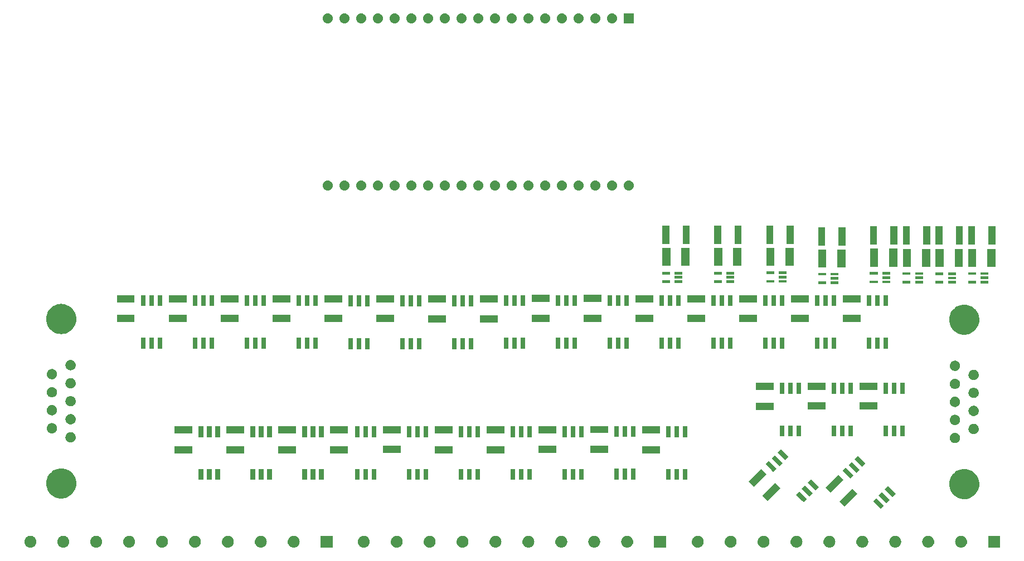
<source format=gbr>
%TF.GenerationSoftware,KiCad,Pcbnew,7.0.2-0*%
%TF.CreationDate,2023-04-24T01:17:18+03:00*%
%TF.ProjectId,PLC-CIM,504c432d-4349-44d2-9e6b-696361645f70,rev?*%
%TF.SameCoordinates,Original*%
%TF.FileFunction,Soldermask,Top*%
%TF.FilePolarity,Negative*%
%FSLAX46Y46*%
G04 Gerber Fmt 4.6, Leading zero omitted, Abs format (unit mm)*
G04 Created by KiCad (PCBNEW 7.0.2-0) date 2023-04-24 01:17:18*
%MOMM*%
%LPD*%
G01*
G04 APERTURE LIST*
G04 APERTURE END LIST*
G36*
X75214226Y-123560000D02*
G01*
X75264594Y-123560000D01*
X75308085Y-123569244D01*
X75346427Y-123573021D01*
X75394603Y-123587634D01*
X75449647Y-123599335D01*
X75484865Y-123615014D01*
X75516081Y-123624484D01*
X75565683Y-123650997D01*
X75622479Y-123676284D01*
X75648887Y-123695470D01*
X75672434Y-123708057D01*
X75720470Y-123747479D01*
X75775534Y-123787486D01*
X75793411Y-123807341D01*
X75809475Y-123820524D01*
X75852639Y-123873119D01*
X75902126Y-123928080D01*
X75912522Y-123946087D01*
X75921942Y-123957565D01*
X75956796Y-124022772D01*
X75996719Y-124091921D01*
X76001310Y-124106052D01*
X76005515Y-124113918D01*
X76028685Y-124190302D01*
X76055182Y-124271849D01*
X76056115Y-124280727D01*
X76056978Y-124283572D01*
X76065382Y-124368902D01*
X76074957Y-124460000D01*
X76065381Y-124551105D01*
X76056978Y-124636427D01*
X76056115Y-124639270D01*
X76055182Y-124648151D01*
X76028680Y-124729711D01*
X76005515Y-124806081D01*
X76001311Y-124813945D01*
X75996719Y-124828079D01*
X75956789Y-124897239D01*
X75921942Y-124962434D01*
X75912524Y-124973909D01*
X75902126Y-124991920D01*
X75852630Y-125046890D01*
X75809475Y-125099475D01*
X75793415Y-125112654D01*
X75775534Y-125132514D01*
X75720459Y-125172528D01*
X75672434Y-125211942D01*
X75648892Y-125224525D01*
X75622479Y-125243716D01*
X75565672Y-125269007D01*
X75516081Y-125295515D01*
X75484872Y-125304981D01*
X75449647Y-125320665D01*
X75394592Y-125332367D01*
X75346427Y-125346978D01*
X75308094Y-125350753D01*
X75264594Y-125360000D01*
X75214215Y-125360000D01*
X75169999Y-125364355D01*
X75125783Y-125360000D01*
X75075406Y-125360000D01*
X75031906Y-125350753D01*
X74993572Y-125346978D01*
X74945404Y-125332366D01*
X74890353Y-125320665D01*
X74855130Y-125304982D01*
X74823918Y-125295515D01*
X74774321Y-125269005D01*
X74717521Y-125243716D01*
X74691110Y-125224527D01*
X74667565Y-125211942D01*
X74619531Y-125172521D01*
X74564466Y-125132514D01*
X74546587Y-125112658D01*
X74530524Y-125099475D01*
X74487358Y-125046877D01*
X74437874Y-124991920D01*
X74427478Y-124973913D01*
X74418057Y-124962434D01*
X74383197Y-124897216D01*
X74343281Y-124828079D01*
X74338690Y-124813950D01*
X74334484Y-124806081D01*
X74311304Y-124729665D01*
X74284818Y-124648151D01*
X74283885Y-124639276D01*
X74283021Y-124636427D01*
X74274602Y-124550953D01*
X74265043Y-124460000D01*
X74274601Y-124369053D01*
X74283021Y-124283572D01*
X74283885Y-124280722D01*
X74284818Y-124271849D01*
X74311299Y-124190348D01*
X74334484Y-124113918D01*
X74338691Y-124106047D01*
X74343281Y-124091921D01*
X74383190Y-124022796D01*
X74418057Y-123957565D01*
X74427479Y-123946083D01*
X74437874Y-123928080D01*
X74487349Y-123873132D01*
X74530524Y-123820524D01*
X74546590Y-123807338D01*
X74564466Y-123787486D01*
X74619518Y-123747488D01*
X74667565Y-123708057D01*
X74691118Y-123695467D01*
X74717522Y-123676284D01*
X74774307Y-123651001D01*
X74823918Y-123624484D01*
X74855137Y-123615013D01*
X74890353Y-123599335D01*
X74945393Y-123587635D01*
X74993572Y-123573021D01*
X75031915Y-123569244D01*
X75075406Y-123560000D01*
X75125774Y-123560000D01*
X75170000Y-123555644D01*
X75214226Y-123560000D01*
G37*
G36*
X80214226Y-123560000D02*
G01*
X80264594Y-123560000D01*
X80308085Y-123569244D01*
X80346427Y-123573021D01*
X80394603Y-123587634D01*
X80449647Y-123599335D01*
X80484865Y-123615014D01*
X80516081Y-123624484D01*
X80565683Y-123650997D01*
X80622479Y-123676284D01*
X80648887Y-123695470D01*
X80672434Y-123708057D01*
X80720470Y-123747479D01*
X80775534Y-123787486D01*
X80793411Y-123807341D01*
X80809475Y-123820524D01*
X80852639Y-123873119D01*
X80902126Y-123928080D01*
X80912522Y-123946087D01*
X80921942Y-123957565D01*
X80956796Y-124022772D01*
X80996719Y-124091921D01*
X81001310Y-124106052D01*
X81005515Y-124113918D01*
X81028685Y-124190302D01*
X81055182Y-124271849D01*
X81056115Y-124280727D01*
X81056978Y-124283572D01*
X81065383Y-124368909D01*
X81074957Y-124460000D01*
X81065380Y-124551112D01*
X81056978Y-124636427D01*
X81056115Y-124639270D01*
X81055182Y-124648151D01*
X81028680Y-124729711D01*
X81005515Y-124806081D01*
X81001311Y-124813945D01*
X80996719Y-124828079D01*
X80956789Y-124897239D01*
X80921942Y-124962434D01*
X80912524Y-124973909D01*
X80902126Y-124991920D01*
X80852630Y-125046890D01*
X80809475Y-125099475D01*
X80793415Y-125112654D01*
X80775534Y-125132514D01*
X80720459Y-125172528D01*
X80672434Y-125211942D01*
X80648892Y-125224525D01*
X80622479Y-125243716D01*
X80565672Y-125269007D01*
X80516081Y-125295515D01*
X80484872Y-125304981D01*
X80449647Y-125320665D01*
X80394592Y-125332367D01*
X80346427Y-125346978D01*
X80308094Y-125350753D01*
X80264594Y-125360000D01*
X80214216Y-125360000D01*
X80170000Y-125364355D01*
X80125784Y-125360000D01*
X80075406Y-125360000D01*
X80031906Y-125350753D01*
X79993572Y-125346978D01*
X79945404Y-125332366D01*
X79890353Y-125320665D01*
X79855130Y-125304982D01*
X79823918Y-125295515D01*
X79774321Y-125269005D01*
X79717521Y-125243716D01*
X79691110Y-125224527D01*
X79667565Y-125211942D01*
X79619531Y-125172521D01*
X79564466Y-125132514D01*
X79546587Y-125112658D01*
X79530524Y-125099475D01*
X79487358Y-125046877D01*
X79437874Y-124991920D01*
X79427478Y-124973913D01*
X79418057Y-124962434D01*
X79383197Y-124897216D01*
X79343281Y-124828079D01*
X79338690Y-124813950D01*
X79334484Y-124806081D01*
X79311304Y-124729665D01*
X79284818Y-124648151D01*
X79283885Y-124639276D01*
X79283021Y-124636427D01*
X79274602Y-124550953D01*
X79265043Y-124460000D01*
X79274601Y-124369053D01*
X79283021Y-124283572D01*
X79283885Y-124280722D01*
X79284818Y-124271849D01*
X79311299Y-124190348D01*
X79334484Y-124113918D01*
X79338691Y-124106047D01*
X79343281Y-124091921D01*
X79383190Y-124022796D01*
X79418057Y-123957565D01*
X79427479Y-123946083D01*
X79437874Y-123928080D01*
X79487349Y-123873132D01*
X79530524Y-123820524D01*
X79546590Y-123807338D01*
X79564466Y-123787486D01*
X79619518Y-123747488D01*
X79667565Y-123708057D01*
X79691118Y-123695467D01*
X79717522Y-123676284D01*
X79774307Y-123651001D01*
X79823918Y-123624484D01*
X79855137Y-123615013D01*
X79890353Y-123599335D01*
X79945393Y-123587635D01*
X79993572Y-123573021D01*
X80031915Y-123569244D01*
X80075406Y-123560000D01*
X80125774Y-123560000D01*
X80170000Y-123555644D01*
X80214226Y-123560000D01*
G37*
G36*
X85214225Y-123560000D02*
G01*
X85264594Y-123560000D01*
X85308085Y-123569244D01*
X85346427Y-123573021D01*
X85394603Y-123587634D01*
X85449647Y-123599335D01*
X85484865Y-123615014D01*
X85516081Y-123624484D01*
X85565683Y-123650997D01*
X85622479Y-123676284D01*
X85648887Y-123695470D01*
X85672434Y-123708057D01*
X85720470Y-123747479D01*
X85775534Y-123787486D01*
X85793411Y-123807341D01*
X85809475Y-123820524D01*
X85852639Y-123873119D01*
X85902126Y-123928080D01*
X85912522Y-123946087D01*
X85921942Y-123957565D01*
X85956796Y-124022772D01*
X85996719Y-124091921D01*
X86001310Y-124106052D01*
X86005515Y-124113918D01*
X86028685Y-124190302D01*
X86055182Y-124271849D01*
X86056115Y-124280727D01*
X86056978Y-124283572D01*
X86065383Y-124368909D01*
X86074957Y-124460000D01*
X86065380Y-124551112D01*
X86056978Y-124636427D01*
X86056115Y-124639270D01*
X86055182Y-124648151D01*
X86028680Y-124729711D01*
X86005515Y-124806081D01*
X86001311Y-124813945D01*
X85996719Y-124828079D01*
X85956789Y-124897239D01*
X85921942Y-124962434D01*
X85912524Y-124973909D01*
X85902126Y-124991920D01*
X85852630Y-125046890D01*
X85809475Y-125099475D01*
X85793415Y-125112654D01*
X85775534Y-125132514D01*
X85720459Y-125172528D01*
X85672434Y-125211942D01*
X85648892Y-125224525D01*
X85622479Y-125243716D01*
X85565672Y-125269007D01*
X85516081Y-125295515D01*
X85484872Y-125304981D01*
X85449647Y-125320665D01*
X85394592Y-125332367D01*
X85346427Y-125346978D01*
X85308094Y-125350753D01*
X85264594Y-125360000D01*
X85214215Y-125360000D01*
X85169999Y-125364355D01*
X85125783Y-125360000D01*
X85075406Y-125360000D01*
X85031906Y-125350753D01*
X84993572Y-125346978D01*
X84945404Y-125332366D01*
X84890353Y-125320665D01*
X84855130Y-125304982D01*
X84823918Y-125295515D01*
X84774321Y-125269005D01*
X84717521Y-125243716D01*
X84691110Y-125224527D01*
X84667565Y-125211942D01*
X84619531Y-125172521D01*
X84564466Y-125132514D01*
X84546587Y-125112658D01*
X84530524Y-125099475D01*
X84487358Y-125046877D01*
X84437874Y-124991920D01*
X84427478Y-124973913D01*
X84418057Y-124962434D01*
X84383197Y-124897216D01*
X84343281Y-124828079D01*
X84338690Y-124813950D01*
X84334484Y-124806081D01*
X84311304Y-124729665D01*
X84284818Y-124648151D01*
X84283885Y-124639276D01*
X84283021Y-124636427D01*
X84274603Y-124550960D01*
X84265043Y-124460000D01*
X84274600Y-124369061D01*
X84283021Y-124283572D01*
X84283885Y-124280722D01*
X84284818Y-124271849D01*
X84311299Y-124190348D01*
X84334484Y-124113918D01*
X84338691Y-124106047D01*
X84343281Y-124091921D01*
X84383190Y-124022796D01*
X84418057Y-123957565D01*
X84427479Y-123946083D01*
X84437874Y-123928080D01*
X84487349Y-123873132D01*
X84530524Y-123820524D01*
X84546590Y-123807338D01*
X84564466Y-123787486D01*
X84619518Y-123747488D01*
X84667565Y-123708057D01*
X84691118Y-123695467D01*
X84717522Y-123676284D01*
X84774307Y-123651001D01*
X84823918Y-123624484D01*
X84855137Y-123615013D01*
X84890353Y-123599335D01*
X84945393Y-123587635D01*
X84993572Y-123573021D01*
X85031915Y-123569244D01*
X85075406Y-123560000D01*
X85125773Y-123560000D01*
X85169999Y-123555644D01*
X85214225Y-123560000D01*
G37*
G36*
X90214226Y-123560000D02*
G01*
X90264594Y-123560000D01*
X90308085Y-123569244D01*
X90346427Y-123573021D01*
X90394603Y-123587634D01*
X90449647Y-123599335D01*
X90484865Y-123615014D01*
X90516081Y-123624484D01*
X90565683Y-123650997D01*
X90622479Y-123676284D01*
X90648887Y-123695470D01*
X90672434Y-123708057D01*
X90720470Y-123747479D01*
X90775534Y-123787486D01*
X90793411Y-123807341D01*
X90809475Y-123820524D01*
X90852639Y-123873119D01*
X90902126Y-123928080D01*
X90912522Y-123946087D01*
X90921942Y-123957565D01*
X90956796Y-124022772D01*
X90996719Y-124091921D01*
X91001310Y-124106052D01*
X91005515Y-124113918D01*
X91028685Y-124190302D01*
X91055182Y-124271849D01*
X91056115Y-124280727D01*
X91056978Y-124283572D01*
X91065382Y-124368902D01*
X91074957Y-124460000D01*
X91065381Y-124551105D01*
X91056978Y-124636427D01*
X91056115Y-124639270D01*
X91055182Y-124648151D01*
X91028680Y-124729711D01*
X91005515Y-124806081D01*
X91001311Y-124813945D01*
X90996719Y-124828079D01*
X90956789Y-124897239D01*
X90921942Y-124962434D01*
X90912524Y-124973909D01*
X90902126Y-124991920D01*
X90852630Y-125046890D01*
X90809475Y-125099475D01*
X90793415Y-125112654D01*
X90775534Y-125132514D01*
X90720459Y-125172528D01*
X90672434Y-125211942D01*
X90648892Y-125224525D01*
X90622479Y-125243716D01*
X90565672Y-125269007D01*
X90516081Y-125295515D01*
X90484872Y-125304981D01*
X90449647Y-125320665D01*
X90394592Y-125332367D01*
X90346427Y-125346978D01*
X90308094Y-125350753D01*
X90264594Y-125360000D01*
X90214215Y-125360000D01*
X90169999Y-125364355D01*
X90125783Y-125360000D01*
X90075406Y-125360000D01*
X90031906Y-125350753D01*
X89993572Y-125346978D01*
X89945404Y-125332366D01*
X89890353Y-125320665D01*
X89855130Y-125304982D01*
X89823918Y-125295515D01*
X89774321Y-125269005D01*
X89717521Y-125243716D01*
X89691110Y-125224527D01*
X89667565Y-125211942D01*
X89619531Y-125172521D01*
X89564466Y-125132514D01*
X89546587Y-125112658D01*
X89530524Y-125099475D01*
X89487358Y-125046877D01*
X89437874Y-124991920D01*
X89427478Y-124973913D01*
X89418057Y-124962434D01*
X89383197Y-124897216D01*
X89343281Y-124828079D01*
X89338690Y-124813950D01*
X89334484Y-124806081D01*
X89311304Y-124729665D01*
X89284818Y-124648151D01*
X89283885Y-124639276D01*
X89283021Y-124636427D01*
X89274603Y-124550960D01*
X89265043Y-124460000D01*
X89274600Y-124369061D01*
X89283021Y-124283572D01*
X89283885Y-124280722D01*
X89284818Y-124271849D01*
X89311299Y-124190348D01*
X89334484Y-124113918D01*
X89338691Y-124106047D01*
X89343281Y-124091921D01*
X89383190Y-124022796D01*
X89418057Y-123957565D01*
X89427479Y-123946083D01*
X89437874Y-123928080D01*
X89487349Y-123873132D01*
X89530524Y-123820524D01*
X89546590Y-123807338D01*
X89564466Y-123787486D01*
X89619518Y-123747488D01*
X89667565Y-123708057D01*
X89691118Y-123695467D01*
X89717522Y-123676284D01*
X89774307Y-123651001D01*
X89823918Y-123624484D01*
X89855137Y-123615013D01*
X89890353Y-123599335D01*
X89945393Y-123587635D01*
X89993572Y-123573021D01*
X90031915Y-123569244D01*
X90075406Y-123560000D01*
X90125774Y-123560000D01*
X90170000Y-123555644D01*
X90214226Y-123560000D01*
G37*
G36*
X95214225Y-123560000D02*
G01*
X95264594Y-123560000D01*
X95308085Y-123569244D01*
X95346427Y-123573021D01*
X95394603Y-123587634D01*
X95449647Y-123599335D01*
X95484865Y-123615014D01*
X95516081Y-123624484D01*
X95565683Y-123650997D01*
X95622479Y-123676284D01*
X95648887Y-123695470D01*
X95672434Y-123708057D01*
X95720470Y-123747479D01*
X95775534Y-123787486D01*
X95793411Y-123807341D01*
X95809475Y-123820524D01*
X95852639Y-123873119D01*
X95902126Y-123928080D01*
X95912522Y-123946087D01*
X95921942Y-123957565D01*
X95956796Y-124022772D01*
X95996719Y-124091921D01*
X96001310Y-124106052D01*
X96005515Y-124113918D01*
X96028685Y-124190302D01*
X96055182Y-124271849D01*
X96056115Y-124280727D01*
X96056978Y-124283572D01*
X96065383Y-124368909D01*
X96074957Y-124460000D01*
X96065380Y-124551112D01*
X96056978Y-124636427D01*
X96056115Y-124639270D01*
X96055182Y-124648151D01*
X96028680Y-124729711D01*
X96005515Y-124806081D01*
X96001311Y-124813945D01*
X95996719Y-124828079D01*
X95956789Y-124897239D01*
X95921942Y-124962434D01*
X95912524Y-124973909D01*
X95902126Y-124991920D01*
X95852630Y-125046890D01*
X95809475Y-125099475D01*
X95793415Y-125112654D01*
X95775534Y-125132514D01*
X95720459Y-125172528D01*
X95672434Y-125211942D01*
X95648892Y-125224525D01*
X95622479Y-125243716D01*
X95565672Y-125269007D01*
X95516081Y-125295515D01*
X95484872Y-125304981D01*
X95449647Y-125320665D01*
X95394592Y-125332367D01*
X95346427Y-125346978D01*
X95308094Y-125350753D01*
X95264594Y-125360000D01*
X95214216Y-125360000D01*
X95170000Y-125364355D01*
X95125784Y-125360000D01*
X95075406Y-125360000D01*
X95031906Y-125350753D01*
X94993572Y-125346978D01*
X94945404Y-125332366D01*
X94890353Y-125320665D01*
X94855130Y-125304982D01*
X94823918Y-125295515D01*
X94774321Y-125269005D01*
X94717521Y-125243716D01*
X94691110Y-125224527D01*
X94667565Y-125211942D01*
X94619531Y-125172521D01*
X94564466Y-125132514D01*
X94546587Y-125112658D01*
X94530524Y-125099475D01*
X94487358Y-125046877D01*
X94437874Y-124991920D01*
X94427478Y-124973913D01*
X94418057Y-124962434D01*
X94383197Y-124897216D01*
X94343281Y-124828079D01*
X94338690Y-124813950D01*
X94334484Y-124806081D01*
X94311304Y-124729665D01*
X94284818Y-124648151D01*
X94283885Y-124639276D01*
X94283021Y-124636427D01*
X94274603Y-124550960D01*
X94265043Y-124460000D01*
X94274600Y-124369061D01*
X94283021Y-124283572D01*
X94283885Y-124280722D01*
X94284818Y-124271849D01*
X94311299Y-124190348D01*
X94334484Y-124113918D01*
X94338691Y-124106047D01*
X94343281Y-124091921D01*
X94383190Y-124022796D01*
X94418057Y-123957565D01*
X94427479Y-123946083D01*
X94437874Y-123928080D01*
X94487349Y-123873132D01*
X94530524Y-123820524D01*
X94546590Y-123807338D01*
X94564466Y-123787486D01*
X94619518Y-123747488D01*
X94667565Y-123708057D01*
X94691118Y-123695467D01*
X94717522Y-123676284D01*
X94774307Y-123651001D01*
X94823918Y-123624484D01*
X94855137Y-123615013D01*
X94890353Y-123599335D01*
X94945393Y-123587635D01*
X94993572Y-123573021D01*
X95031915Y-123569244D01*
X95075406Y-123560000D01*
X95125773Y-123560000D01*
X95169999Y-123555644D01*
X95214225Y-123560000D01*
G37*
G36*
X100214226Y-123560000D02*
G01*
X100264594Y-123560000D01*
X100308085Y-123569244D01*
X100346427Y-123573021D01*
X100394603Y-123587634D01*
X100449647Y-123599335D01*
X100484865Y-123615014D01*
X100516081Y-123624484D01*
X100565683Y-123650997D01*
X100622479Y-123676284D01*
X100648887Y-123695470D01*
X100672434Y-123708057D01*
X100720470Y-123747479D01*
X100775534Y-123787486D01*
X100793411Y-123807341D01*
X100809475Y-123820524D01*
X100852639Y-123873119D01*
X100902126Y-123928080D01*
X100912522Y-123946087D01*
X100921942Y-123957565D01*
X100956796Y-124022772D01*
X100996719Y-124091921D01*
X101001310Y-124106052D01*
X101005515Y-124113918D01*
X101028685Y-124190302D01*
X101055182Y-124271849D01*
X101056115Y-124280727D01*
X101056978Y-124283572D01*
X101065383Y-124368909D01*
X101074957Y-124460000D01*
X101065380Y-124551112D01*
X101056978Y-124636427D01*
X101056115Y-124639270D01*
X101055182Y-124648151D01*
X101028680Y-124729711D01*
X101005515Y-124806081D01*
X101001311Y-124813945D01*
X100996719Y-124828079D01*
X100956789Y-124897239D01*
X100921942Y-124962434D01*
X100912524Y-124973909D01*
X100902126Y-124991920D01*
X100852630Y-125046890D01*
X100809475Y-125099475D01*
X100793415Y-125112654D01*
X100775534Y-125132514D01*
X100720459Y-125172528D01*
X100672434Y-125211942D01*
X100648892Y-125224525D01*
X100622479Y-125243716D01*
X100565672Y-125269007D01*
X100516081Y-125295515D01*
X100484872Y-125304981D01*
X100449647Y-125320665D01*
X100394592Y-125332367D01*
X100346427Y-125346978D01*
X100308094Y-125350753D01*
X100264594Y-125360000D01*
X100214216Y-125360000D01*
X100170000Y-125364355D01*
X100125784Y-125360000D01*
X100075406Y-125360000D01*
X100031906Y-125350753D01*
X99993572Y-125346978D01*
X99945404Y-125332366D01*
X99890353Y-125320665D01*
X99855130Y-125304982D01*
X99823918Y-125295515D01*
X99774321Y-125269005D01*
X99717521Y-125243716D01*
X99691110Y-125224527D01*
X99667565Y-125211942D01*
X99619531Y-125172521D01*
X99564466Y-125132514D01*
X99546587Y-125112658D01*
X99530524Y-125099475D01*
X99487358Y-125046877D01*
X99437874Y-124991920D01*
X99427478Y-124973913D01*
X99418057Y-124962434D01*
X99383197Y-124897216D01*
X99343281Y-124828079D01*
X99338690Y-124813950D01*
X99334484Y-124806081D01*
X99311304Y-124729665D01*
X99284818Y-124648151D01*
X99283885Y-124639276D01*
X99283021Y-124636427D01*
X99274603Y-124550960D01*
X99265043Y-124460000D01*
X99274600Y-124369061D01*
X99283021Y-124283572D01*
X99283885Y-124280722D01*
X99284818Y-124271849D01*
X99311299Y-124190348D01*
X99334484Y-124113918D01*
X99338691Y-124106047D01*
X99343281Y-124091921D01*
X99383190Y-124022796D01*
X99418057Y-123957565D01*
X99427479Y-123946083D01*
X99437874Y-123928080D01*
X99487349Y-123873132D01*
X99530524Y-123820524D01*
X99546590Y-123807338D01*
X99564466Y-123787486D01*
X99619518Y-123747488D01*
X99667565Y-123708057D01*
X99691118Y-123695467D01*
X99717522Y-123676284D01*
X99774307Y-123651001D01*
X99823918Y-123624484D01*
X99855137Y-123615013D01*
X99890353Y-123599335D01*
X99945393Y-123587635D01*
X99993572Y-123573021D01*
X100031915Y-123569244D01*
X100075406Y-123560000D01*
X100125774Y-123560000D01*
X100170000Y-123555644D01*
X100214226Y-123560000D01*
G37*
G36*
X105214225Y-123560000D02*
G01*
X105264594Y-123560000D01*
X105308085Y-123569244D01*
X105346427Y-123573021D01*
X105394603Y-123587634D01*
X105449647Y-123599335D01*
X105484865Y-123615014D01*
X105516081Y-123624484D01*
X105565683Y-123650997D01*
X105622479Y-123676284D01*
X105648887Y-123695470D01*
X105672434Y-123708057D01*
X105720470Y-123747479D01*
X105775534Y-123787486D01*
X105793411Y-123807341D01*
X105809475Y-123820524D01*
X105852639Y-123873119D01*
X105902126Y-123928080D01*
X105912522Y-123946087D01*
X105921942Y-123957565D01*
X105956796Y-124022772D01*
X105996719Y-124091921D01*
X106001310Y-124106052D01*
X106005515Y-124113918D01*
X106028685Y-124190302D01*
X106055182Y-124271849D01*
X106056115Y-124280727D01*
X106056978Y-124283572D01*
X106065383Y-124368909D01*
X106074957Y-124460000D01*
X106065380Y-124551112D01*
X106056978Y-124636427D01*
X106056115Y-124639270D01*
X106055182Y-124648151D01*
X106028680Y-124729711D01*
X106005515Y-124806081D01*
X106001311Y-124813945D01*
X105996719Y-124828079D01*
X105956789Y-124897239D01*
X105921942Y-124962434D01*
X105912524Y-124973909D01*
X105902126Y-124991920D01*
X105852630Y-125046890D01*
X105809475Y-125099475D01*
X105793415Y-125112654D01*
X105775534Y-125132514D01*
X105720459Y-125172528D01*
X105672434Y-125211942D01*
X105648892Y-125224525D01*
X105622479Y-125243716D01*
X105565672Y-125269007D01*
X105516081Y-125295515D01*
X105484872Y-125304981D01*
X105449647Y-125320665D01*
X105394592Y-125332367D01*
X105346427Y-125346978D01*
X105308094Y-125350753D01*
X105264594Y-125360000D01*
X105214215Y-125360000D01*
X105169999Y-125364355D01*
X105125783Y-125360000D01*
X105075406Y-125360000D01*
X105031906Y-125350753D01*
X104993572Y-125346978D01*
X104945404Y-125332366D01*
X104890353Y-125320665D01*
X104855130Y-125304982D01*
X104823918Y-125295515D01*
X104774321Y-125269005D01*
X104717521Y-125243716D01*
X104691110Y-125224527D01*
X104667565Y-125211942D01*
X104619531Y-125172521D01*
X104564466Y-125132514D01*
X104546587Y-125112658D01*
X104530524Y-125099475D01*
X104487358Y-125046877D01*
X104437874Y-124991920D01*
X104427478Y-124973913D01*
X104418057Y-124962434D01*
X104383197Y-124897216D01*
X104343281Y-124828079D01*
X104338690Y-124813950D01*
X104334484Y-124806081D01*
X104311304Y-124729665D01*
X104284818Y-124648151D01*
X104283885Y-124639276D01*
X104283021Y-124636427D01*
X104274602Y-124550953D01*
X104265043Y-124460000D01*
X104274601Y-124369053D01*
X104283021Y-124283572D01*
X104283885Y-124280722D01*
X104284818Y-124271849D01*
X104311299Y-124190348D01*
X104334484Y-124113918D01*
X104338691Y-124106047D01*
X104343281Y-124091921D01*
X104383190Y-124022796D01*
X104418057Y-123957565D01*
X104427479Y-123946083D01*
X104437874Y-123928080D01*
X104487349Y-123873132D01*
X104530524Y-123820524D01*
X104546590Y-123807338D01*
X104564466Y-123787486D01*
X104619518Y-123747488D01*
X104667565Y-123708057D01*
X104691118Y-123695467D01*
X104717522Y-123676284D01*
X104774307Y-123651001D01*
X104823918Y-123624484D01*
X104855137Y-123615013D01*
X104890353Y-123599335D01*
X104945393Y-123587635D01*
X104993572Y-123573021D01*
X105031915Y-123569244D01*
X105075406Y-123560000D01*
X105125773Y-123560000D01*
X105169999Y-123555644D01*
X105214225Y-123560000D01*
G37*
G36*
X110214226Y-123560000D02*
G01*
X110264594Y-123560000D01*
X110308085Y-123569244D01*
X110346427Y-123573021D01*
X110394603Y-123587634D01*
X110449647Y-123599335D01*
X110484865Y-123615014D01*
X110516081Y-123624484D01*
X110565683Y-123650997D01*
X110622479Y-123676284D01*
X110648887Y-123695470D01*
X110672434Y-123708057D01*
X110720470Y-123747479D01*
X110775534Y-123787486D01*
X110793411Y-123807341D01*
X110809475Y-123820524D01*
X110852639Y-123873119D01*
X110902126Y-123928080D01*
X110912522Y-123946087D01*
X110921942Y-123957565D01*
X110956796Y-124022772D01*
X110996719Y-124091921D01*
X111001310Y-124106052D01*
X111005515Y-124113918D01*
X111028685Y-124190302D01*
X111055182Y-124271849D01*
X111056115Y-124280727D01*
X111056978Y-124283572D01*
X111065383Y-124368909D01*
X111074957Y-124460000D01*
X111065380Y-124551112D01*
X111056978Y-124636427D01*
X111056115Y-124639270D01*
X111055182Y-124648151D01*
X111028680Y-124729711D01*
X111005515Y-124806081D01*
X111001311Y-124813945D01*
X110996719Y-124828079D01*
X110956789Y-124897239D01*
X110921942Y-124962434D01*
X110912524Y-124973909D01*
X110902126Y-124991920D01*
X110852630Y-125046890D01*
X110809475Y-125099475D01*
X110793415Y-125112654D01*
X110775534Y-125132514D01*
X110720459Y-125172528D01*
X110672434Y-125211942D01*
X110648892Y-125224525D01*
X110622479Y-125243716D01*
X110565672Y-125269007D01*
X110516081Y-125295515D01*
X110484872Y-125304981D01*
X110449647Y-125320665D01*
X110394592Y-125332367D01*
X110346427Y-125346978D01*
X110308094Y-125350753D01*
X110264594Y-125360000D01*
X110214216Y-125360000D01*
X110170000Y-125364355D01*
X110125784Y-125360000D01*
X110075406Y-125360000D01*
X110031906Y-125350753D01*
X109993572Y-125346978D01*
X109945404Y-125332366D01*
X109890353Y-125320665D01*
X109855130Y-125304982D01*
X109823918Y-125295515D01*
X109774321Y-125269005D01*
X109717521Y-125243716D01*
X109691110Y-125224527D01*
X109667565Y-125211942D01*
X109619531Y-125172521D01*
X109564466Y-125132514D01*
X109546587Y-125112658D01*
X109530524Y-125099475D01*
X109487358Y-125046877D01*
X109437874Y-124991920D01*
X109427478Y-124973913D01*
X109418057Y-124962434D01*
X109383197Y-124897216D01*
X109343281Y-124828079D01*
X109338690Y-124813950D01*
X109334484Y-124806081D01*
X109311304Y-124729665D01*
X109284818Y-124648151D01*
X109283885Y-124639276D01*
X109283021Y-124636427D01*
X109274603Y-124550960D01*
X109265043Y-124460000D01*
X109274600Y-124369061D01*
X109283021Y-124283572D01*
X109283885Y-124280722D01*
X109284818Y-124271849D01*
X109311299Y-124190348D01*
X109334484Y-124113918D01*
X109338691Y-124106047D01*
X109343281Y-124091921D01*
X109383190Y-124022796D01*
X109418057Y-123957565D01*
X109427479Y-123946083D01*
X109437874Y-123928080D01*
X109487349Y-123873132D01*
X109530524Y-123820524D01*
X109546590Y-123807338D01*
X109564466Y-123787486D01*
X109619518Y-123747488D01*
X109667565Y-123708057D01*
X109691118Y-123695467D01*
X109717522Y-123676284D01*
X109774307Y-123651001D01*
X109823918Y-123624484D01*
X109855137Y-123615013D01*
X109890353Y-123599335D01*
X109945393Y-123587635D01*
X109993572Y-123573021D01*
X110031915Y-123569244D01*
X110075406Y-123560000D01*
X110125774Y-123560000D01*
X110170000Y-123555644D01*
X110214226Y-123560000D01*
G37*
G36*
X115214226Y-123560000D02*
G01*
X115264594Y-123560000D01*
X115308085Y-123569244D01*
X115346427Y-123573021D01*
X115394603Y-123587634D01*
X115449647Y-123599335D01*
X115484865Y-123615014D01*
X115516081Y-123624484D01*
X115565683Y-123650997D01*
X115622479Y-123676284D01*
X115648887Y-123695470D01*
X115672434Y-123708057D01*
X115720470Y-123747479D01*
X115775534Y-123787486D01*
X115793411Y-123807341D01*
X115809475Y-123820524D01*
X115852639Y-123873119D01*
X115902126Y-123928080D01*
X115912522Y-123946087D01*
X115921942Y-123957565D01*
X115956796Y-124022772D01*
X115996719Y-124091921D01*
X116001310Y-124106052D01*
X116005515Y-124113918D01*
X116028685Y-124190302D01*
X116055182Y-124271849D01*
X116056115Y-124280727D01*
X116056978Y-124283572D01*
X116065382Y-124368902D01*
X116074957Y-124460000D01*
X116065381Y-124551105D01*
X116056978Y-124636427D01*
X116056115Y-124639270D01*
X116055182Y-124648151D01*
X116028680Y-124729711D01*
X116005515Y-124806081D01*
X116001311Y-124813945D01*
X115996719Y-124828079D01*
X115956789Y-124897239D01*
X115921942Y-124962434D01*
X115912524Y-124973909D01*
X115902126Y-124991920D01*
X115852630Y-125046890D01*
X115809475Y-125099475D01*
X115793415Y-125112654D01*
X115775534Y-125132514D01*
X115720459Y-125172528D01*
X115672434Y-125211942D01*
X115648892Y-125224525D01*
X115622479Y-125243716D01*
X115565672Y-125269007D01*
X115516081Y-125295515D01*
X115484872Y-125304981D01*
X115449647Y-125320665D01*
X115394592Y-125332367D01*
X115346427Y-125346978D01*
X115308094Y-125350753D01*
X115264594Y-125360000D01*
X115214215Y-125360000D01*
X115169999Y-125364355D01*
X115125783Y-125360000D01*
X115075406Y-125360000D01*
X115031906Y-125350753D01*
X114993572Y-125346978D01*
X114945404Y-125332366D01*
X114890353Y-125320665D01*
X114855130Y-125304982D01*
X114823918Y-125295515D01*
X114774321Y-125269005D01*
X114717521Y-125243716D01*
X114691110Y-125224527D01*
X114667565Y-125211942D01*
X114619531Y-125172521D01*
X114564466Y-125132514D01*
X114546587Y-125112658D01*
X114530524Y-125099475D01*
X114487358Y-125046877D01*
X114437874Y-124991920D01*
X114427478Y-124973913D01*
X114418057Y-124962434D01*
X114383197Y-124897216D01*
X114343281Y-124828079D01*
X114338690Y-124813950D01*
X114334484Y-124806081D01*
X114311304Y-124729665D01*
X114284818Y-124648151D01*
X114283885Y-124639276D01*
X114283021Y-124636427D01*
X114274603Y-124550960D01*
X114265043Y-124460000D01*
X114274600Y-124369061D01*
X114283021Y-124283572D01*
X114283885Y-124280722D01*
X114284818Y-124271849D01*
X114311299Y-124190348D01*
X114334484Y-124113918D01*
X114338691Y-124106047D01*
X114343281Y-124091921D01*
X114383190Y-124022796D01*
X114418057Y-123957565D01*
X114427479Y-123946083D01*
X114437874Y-123928080D01*
X114487349Y-123873132D01*
X114530524Y-123820524D01*
X114546590Y-123807338D01*
X114564466Y-123787486D01*
X114619518Y-123747488D01*
X114667565Y-123708057D01*
X114691118Y-123695467D01*
X114717522Y-123676284D01*
X114774307Y-123651001D01*
X114823918Y-123624484D01*
X114855137Y-123615013D01*
X114890353Y-123599335D01*
X114945393Y-123587635D01*
X114993572Y-123573021D01*
X115031915Y-123569244D01*
X115075406Y-123560000D01*
X115125774Y-123560000D01*
X115170000Y-123555644D01*
X115214226Y-123560000D01*
G37*
G36*
X125859226Y-123560000D02*
G01*
X125909594Y-123560000D01*
X125953085Y-123569244D01*
X125991427Y-123573021D01*
X126039603Y-123587634D01*
X126094647Y-123599335D01*
X126129865Y-123615014D01*
X126161081Y-123624484D01*
X126210683Y-123650997D01*
X126267479Y-123676284D01*
X126293887Y-123695470D01*
X126317434Y-123708057D01*
X126365470Y-123747479D01*
X126420534Y-123787486D01*
X126438411Y-123807341D01*
X126454475Y-123820524D01*
X126497639Y-123873119D01*
X126547126Y-123928080D01*
X126557522Y-123946087D01*
X126566942Y-123957565D01*
X126601796Y-124022772D01*
X126641719Y-124091921D01*
X126646310Y-124106052D01*
X126650515Y-124113918D01*
X126673685Y-124190302D01*
X126700182Y-124271849D01*
X126701115Y-124280727D01*
X126701978Y-124283572D01*
X126710383Y-124368909D01*
X126719957Y-124460000D01*
X126710380Y-124551112D01*
X126701978Y-124636427D01*
X126701115Y-124639270D01*
X126700182Y-124648151D01*
X126673680Y-124729711D01*
X126650515Y-124806081D01*
X126646311Y-124813945D01*
X126641719Y-124828079D01*
X126601789Y-124897239D01*
X126566942Y-124962434D01*
X126557524Y-124973909D01*
X126547126Y-124991920D01*
X126497630Y-125046890D01*
X126454475Y-125099475D01*
X126438415Y-125112654D01*
X126420534Y-125132514D01*
X126365459Y-125172528D01*
X126317434Y-125211942D01*
X126293892Y-125224525D01*
X126267479Y-125243716D01*
X126210672Y-125269007D01*
X126161081Y-125295515D01*
X126129872Y-125304981D01*
X126094647Y-125320665D01*
X126039592Y-125332367D01*
X125991427Y-125346978D01*
X125953094Y-125350753D01*
X125909594Y-125360000D01*
X125859216Y-125360000D01*
X125815000Y-125364355D01*
X125770784Y-125360000D01*
X125720406Y-125360000D01*
X125676906Y-125350753D01*
X125638572Y-125346978D01*
X125590404Y-125332366D01*
X125535353Y-125320665D01*
X125500130Y-125304982D01*
X125468918Y-125295515D01*
X125419321Y-125269005D01*
X125362521Y-125243716D01*
X125336110Y-125224527D01*
X125312565Y-125211942D01*
X125264531Y-125172521D01*
X125209466Y-125132514D01*
X125191587Y-125112658D01*
X125175524Y-125099475D01*
X125132358Y-125046877D01*
X125082874Y-124991920D01*
X125072478Y-124973913D01*
X125063057Y-124962434D01*
X125028197Y-124897216D01*
X124988281Y-124828079D01*
X124983690Y-124813950D01*
X124979484Y-124806081D01*
X124956304Y-124729665D01*
X124929818Y-124648151D01*
X124928885Y-124639276D01*
X124928021Y-124636427D01*
X124919603Y-124550960D01*
X124910043Y-124460000D01*
X124919600Y-124369061D01*
X124928021Y-124283572D01*
X124928885Y-124280722D01*
X124929818Y-124271849D01*
X124956299Y-124190348D01*
X124979484Y-124113918D01*
X124983691Y-124106047D01*
X124988281Y-124091921D01*
X125028190Y-124022796D01*
X125063057Y-123957565D01*
X125072479Y-123946083D01*
X125082874Y-123928080D01*
X125132349Y-123873132D01*
X125175524Y-123820524D01*
X125191590Y-123807338D01*
X125209466Y-123787486D01*
X125264518Y-123747488D01*
X125312565Y-123708057D01*
X125336118Y-123695467D01*
X125362522Y-123676284D01*
X125419307Y-123651001D01*
X125468918Y-123624484D01*
X125500137Y-123615013D01*
X125535353Y-123599335D01*
X125590393Y-123587635D01*
X125638572Y-123573021D01*
X125676915Y-123569244D01*
X125720406Y-123560000D01*
X125770774Y-123560000D01*
X125815000Y-123555644D01*
X125859226Y-123560000D01*
G37*
G36*
X130859225Y-123560000D02*
G01*
X130909594Y-123560000D01*
X130953085Y-123569244D01*
X130991427Y-123573021D01*
X131039603Y-123587634D01*
X131094647Y-123599335D01*
X131129865Y-123615014D01*
X131161081Y-123624484D01*
X131210683Y-123650997D01*
X131267479Y-123676284D01*
X131293887Y-123695470D01*
X131317434Y-123708057D01*
X131365470Y-123747479D01*
X131420534Y-123787486D01*
X131438411Y-123807341D01*
X131454475Y-123820524D01*
X131497639Y-123873119D01*
X131547126Y-123928080D01*
X131557522Y-123946087D01*
X131566942Y-123957565D01*
X131601796Y-124022772D01*
X131641719Y-124091921D01*
X131646310Y-124106052D01*
X131650515Y-124113918D01*
X131673685Y-124190302D01*
X131700182Y-124271849D01*
X131701115Y-124280727D01*
X131701978Y-124283572D01*
X131710382Y-124368902D01*
X131719957Y-124460000D01*
X131710381Y-124551105D01*
X131701978Y-124636427D01*
X131701115Y-124639270D01*
X131700182Y-124648151D01*
X131673680Y-124729711D01*
X131650515Y-124806081D01*
X131646311Y-124813945D01*
X131641719Y-124828079D01*
X131601789Y-124897239D01*
X131566942Y-124962434D01*
X131557524Y-124973909D01*
X131547126Y-124991920D01*
X131497630Y-125046890D01*
X131454475Y-125099475D01*
X131438415Y-125112654D01*
X131420534Y-125132514D01*
X131365459Y-125172528D01*
X131317434Y-125211942D01*
X131293892Y-125224525D01*
X131267479Y-125243716D01*
X131210672Y-125269007D01*
X131161081Y-125295515D01*
X131129872Y-125304981D01*
X131094647Y-125320665D01*
X131039592Y-125332367D01*
X130991427Y-125346978D01*
X130953094Y-125350753D01*
X130909594Y-125360000D01*
X130859215Y-125360000D01*
X130814999Y-125364355D01*
X130770783Y-125360000D01*
X130720406Y-125360000D01*
X130676906Y-125350753D01*
X130638572Y-125346978D01*
X130590404Y-125332366D01*
X130535353Y-125320665D01*
X130500130Y-125304982D01*
X130468918Y-125295515D01*
X130419321Y-125269005D01*
X130362521Y-125243716D01*
X130336110Y-125224527D01*
X130312565Y-125211942D01*
X130264531Y-125172521D01*
X130209466Y-125132514D01*
X130191587Y-125112658D01*
X130175524Y-125099475D01*
X130132358Y-125046877D01*
X130082874Y-124991920D01*
X130072478Y-124973913D01*
X130063057Y-124962434D01*
X130028197Y-124897216D01*
X129988281Y-124828079D01*
X129983690Y-124813950D01*
X129979484Y-124806081D01*
X129956304Y-124729665D01*
X129929818Y-124648151D01*
X129928885Y-124639276D01*
X129928021Y-124636427D01*
X129919603Y-124550960D01*
X129910043Y-124460000D01*
X129919600Y-124369061D01*
X129928021Y-124283572D01*
X129928885Y-124280722D01*
X129929818Y-124271849D01*
X129956299Y-124190348D01*
X129979484Y-124113918D01*
X129983691Y-124106047D01*
X129988281Y-124091921D01*
X130028190Y-124022796D01*
X130063057Y-123957565D01*
X130072479Y-123946083D01*
X130082874Y-123928080D01*
X130132349Y-123873132D01*
X130175524Y-123820524D01*
X130191590Y-123807338D01*
X130209466Y-123787486D01*
X130264518Y-123747488D01*
X130312565Y-123708057D01*
X130336118Y-123695467D01*
X130362522Y-123676284D01*
X130419307Y-123651001D01*
X130468918Y-123624484D01*
X130500137Y-123615013D01*
X130535353Y-123599335D01*
X130590393Y-123587635D01*
X130638572Y-123573021D01*
X130676915Y-123569244D01*
X130720406Y-123560000D01*
X130770773Y-123560000D01*
X130814999Y-123555644D01*
X130859225Y-123560000D01*
G37*
G36*
X135859225Y-123560000D02*
G01*
X135909594Y-123560000D01*
X135953085Y-123569244D01*
X135991427Y-123573021D01*
X136039603Y-123587634D01*
X136094647Y-123599335D01*
X136129865Y-123615014D01*
X136161081Y-123624484D01*
X136210683Y-123650997D01*
X136267479Y-123676284D01*
X136293887Y-123695470D01*
X136317434Y-123708057D01*
X136365470Y-123747479D01*
X136420534Y-123787486D01*
X136438411Y-123807341D01*
X136454475Y-123820524D01*
X136497639Y-123873119D01*
X136547126Y-123928080D01*
X136557522Y-123946087D01*
X136566942Y-123957565D01*
X136601796Y-124022772D01*
X136641719Y-124091921D01*
X136646310Y-124106052D01*
X136650515Y-124113918D01*
X136673685Y-124190302D01*
X136700182Y-124271849D01*
X136701115Y-124280727D01*
X136701978Y-124283572D01*
X136710383Y-124368909D01*
X136719957Y-124460000D01*
X136710380Y-124551112D01*
X136701978Y-124636427D01*
X136701115Y-124639270D01*
X136700182Y-124648151D01*
X136673680Y-124729711D01*
X136650515Y-124806081D01*
X136646311Y-124813945D01*
X136641719Y-124828079D01*
X136601789Y-124897239D01*
X136566942Y-124962434D01*
X136557524Y-124973909D01*
X136547126Y-124991920D01*
X136497630Y-125046890D01*
X136454475Y-125099475D01*
X136438415Y-125112654D01*
X136420534Y-125132514D01*
X136365459Y-125172528D01*
X136317434Y-125211942D01*
X136293892Y-125224525D01*
X136267479Y-125243716D01*
X136210672Y-125269007D01*
X136161081Y-125295515D01*
X136129872Y-125304981D01*
X136094647Y-125320665D01*
X136039592Y-125332367D01*
X135991427Y-125346978D01*
X135953094Y-125350753D01*
X135909594Y-125360000D01*
X135859216Y-125360000D01*
X135815000Y-125364355D01*
X135770784Y-125360000D01*
X135720406Y-125360000D01*
X135676906Y-125350753D01*
X135638572Y-125346978D01*
X135590404Y-125332366D01*
X135535353Y-125320665D01*
X135500130Y-125304982D01*
X135468918Y-125295515D01*
X135419321Y-125269005D01*
X135362521Y-125243716D01*
X135336110Y-125224527D01*
X135312565Y-125211942D01*
X135264531Y-125172521D01*
X135209466Y-125132514D01*
X135191587Y-125112658D01*
X135175524Y-125099475D01*
X135132358Y-125046877D01*
X135082874Y-124991920D01*
X135072478Y-124973913D01*
X135063057Y-124962434D01*
X135028197Y-124897216D01*
X134988281Y-124828079D01*
X134983690Y-124813950D01*
X134979484Y-124806081D01*
X134956304Y-124729665D01*
X134929818Y-124648151D01*
X134928885Y-124639276D01*
X134928021Y-124636427D01*
X134919602Y-124550953D01*
X134910043Y-124460000D01*
X134919601Y-124369053D01*
X134928021Y-124283572D01*
X134928885Y-124280722D01*
X134929818Y-124271849D01*
X134956299Y-124190348D01*
X134979484Y-124113918D01*
X134983691Y-124106047D01*
X134988281Y-124091921D01*
X135028190Y-124022796D01*
X135063057Y-123957565D01*
X135072479Y-123946083D01*
X135082874Y-123928080D01*
X135132349Y-123873132D01*
X135175524Y-123820524D01*
X135191590Y-123807338D01*
X135209466Y-123787486D01*
X135264518Y-123747488D01*
X135312565Y-123708057D01*
X135336118Y-123695467D01*
X135362522Y-123676284D01*
X135419307Y-123651001D01*
X135468918Y-123624484D01*
X135500137Y-123615013D01*
X135535353Y-123599335D01*
X135590393Y-123587635D01*
X135638572Y-123573021D01*
X135676915Y-123569244D01*
X135720406Y-123560000D01*
X135770773Y-123560000D01*
X135814999Y-123555644D01*
X135859225Y-123560000D01*
G37*
G36*
X140859226Y-123560000D02*
G01*
X140909594Y-123560000D01*
X140953085Y-123569244D01*
X140991427Y-123573021D01*
X141039603Y-123587634D01*
X141094647Y-123599335D01*
X141129865Y-123615014D01*
X141161081Y-123624484D01*
X141210683Y-123650997D01*
X141267479Y-123676284D01*
X141293887Y-123695470D01*
X141317434Y-123708057D01*
X141365470Y-123747479D01*
X141420534Y-123787486D01*
X141438411Y-123807341D01*
X141454475Y-123820524D01*
X141497639Y-123873119D01*
X141547126Y-123928080D01*
X141557522Y-123946087D01*
X141566942Y-123957565D01*
X141601796Y-124022772D01*
X141641719Y-124091921D01*
X141646310Y-124106052D01*
X141650515Y-124113918D01*
X141673685Y-124190302D01*
X141700182Y-124271849D01*
X141701115Y-124280727D01*
X141701978Y-124283572D01*
X141710383Y-124368909D01*
X141719957Y-124460000D01*
X141710380Y-124551112D01*
X141701978Y-124636427D01*
X141701115Y-124639270D01*
X141700182Y-124648151D01*
X141673680Y-124729711D01*
X141650515Y-124806081D01*
X141646311Y-124813945D01*
X141641719Y-124828079D01*
X141601789Y-124897239D01*
X141566942Y-124962434D01*
X141557524Y-124973909D01*
X141547126Y-124991920D01*
X141497630Y-125046890D01*
X141454475Y-125099475D01*
X141438415Y-125112654D01*
X141420534Y-125132514D01*
X141365459Y-125172528D01*
X141317434Y-125211942D01*
X141293892Y-125224525D01*
X141267479Y-125243716D01*
X141210672Y-125269007D01*
X141161081Y-125295515D01*
X141129872Y-125304981D01*
X141094647Y-125320665D01*
X141039592Y-125332367D01*
X140991427Y-125346978D01*
X140953094Y-125350753D01*
X140909594Y-125360000D01*
X140859215Y-125360000D01*
X140814999Y-125364355D01*
X140770783Y-125360000D01*
X140720406Y-125360000D01*
X140676906Y-125350753D01*
X140638572Y-125346978D01*
X140590404Y-125332366D01*
X140535353Y-125320665D01*
X140500130Y-125304982D01*
X140468918Y-125295515D01*
X140419321Y-125269005D01*
X140362521Y-125243716D01*
X140336110Y-125224527D01*
X140312565Y-125211942D01*
X140264531Y-125172521D01*
X140209466Y-125132514D01*
X140191587Y-125112658D01*
X140175524Y-125099475D01*
X140132358Y-125046877D01*
X140082874Y-124991920D01*
X140072478Y-124973913D01*
X140063057Y-124962434D01*
X140028197Y-124897216D01*
X139988281Y-124828079D01*
X139983690Y-124813950D01*
X139979484Y-124806081D01*
X139956304Y-124729665D01*
X139929818Y-124648151D01*
X139928885Y-124639276D01*
X139928021Y-124636427D01*
X139919602Y-124550953D01*
X139910043Y-124460000D01*
X139919601Y-124369053D01*
X139928021Y-124283572D01*
X139928885Y-124280722D01*
X139929818Y-124271849D01*
X139956299Y-124190348D01*
X139979484Y-124113918D01*
X139983691Y-124106047D01*
X139988281Y-124091921D01*
X140028190Y-124022796D01*
X140063057Y-123957565D01*
X140072479Y-123946083D01*
X140082874Y-123928080D01*
X140132349Y-123873132D01*
X140175524Y-123820524D01*
X140191590Y-123807338D01*
X140209466Y-123787486D01*
X140264518Y-123747488D01*
X140312565Y-123708057D01*
X140336118Y-123695467D01*
X140362522Y-123676284D01*
X140419307Y-123651001D01*
X140468918Y-123624484D01*
X140500137Y-123615013D01*
X140535353Y-123599335D01*
X140590393Y-123587635D01*
X140638572Y-123573021D01*
X140676915Y-123569244D01*
X140720406Y-123560000D01*
X140770774Y-123560000D01*
X140815000Y-123555644D01*
X140859226Y-123560000D01*
G37*
G36*
X145859225Y-123560000D02*
G01*
X145909594Y-123560000D01*
X145953085Y-123569244D01*
X145991427Y-123573021D01*
X146039603Y-123587634D01*
X146094647Y-123599335D01*
X146129865Y-123615014D01*
X146161081Y-123624484D01*
X146210683Y-123650997D01*
X146267479Y-123676284D01*
X146293887Y-123695470D01*
X146317434Y-123708057D01*
X146365470Y-123747479D01*
X146420534Y-123787486D01*
X146438411Y-123807341D01*
X146454475Y-123820524D01*
X146497639Y-123873119D01*
X146547126Y-123928080D01*
X146557522Y-123946087D01*
X146566942Y-123957565D01*
X146601796Y-124022772D01*
X146641719Y-124091921D01*
X146646310Y-124106052D01*
X146650515Y-124113918D01*
X146673685Y-124190302D01*
X146700182Y-124271849D01*
X146701115Y-124280727D01*
X146701978Y-124283572D01*
X146710382Y-124368902D01*
X146719957Y-124460000D01*
X146710381Y-124551105D01*
X146701978Y-124636427D01*
X146701115Y-124639270D01*
X146700182Y-124648151D01*
X146673680Y-124729711D01*
X146650515Y-124806081D01*
X146646311Y-124813945D01*
X146641719Y-124828079D01*
X146601789Y-124897239D01*
X146566942Y-124962434D01*
X146557524Y-124973909D01*
X146547126Y-124991920D01*
X146497630Y-125046890D01*
X146454475Y-125099475D01*
X146438415Y-125112654D01*
X146420534Y-125132514D01*
X146365459Y-125172528D01*
X146317434Y-125211942D01*
X146293892Y-125224525D01*
X146267479Y-125243716D01*
X146210672Y-125269007D01*
X146161081Y-125295515D01*
X146129872Y-125304981D01*
X146094647Y-125320665D01*
X146039592Y-125332367D01*
X145991427Y-125346978D01*
X145953094Y-125350753D01*
X145909594Y-125360000D01*
X145859216Y-125360000D01*
X145815000Y-125364355D01*
X145770784Y-125360000D01*
X145720406Y-125360000D01*
X145676906Y-125350753D01*
X145638572Y-125346978D01*
X145590404Y-125332366D01*
X145535353Y-125320665D01*
X145500130Y-125304982D01*
X145468918Y-125295515D01*
X145419321Y-125269005D01*
X145362521Y-125243716D01*
X145336110Y-125224527D01*
X145312565Y-125211942D01*
X145264531Y-125172521D01*
X145209466Y-125132514D01*
X145191587Y-125112658D01*
X145175524Y-125099475D01*
X145132358Y-125046877D01*
X145082874Y-124991920D01*
X145072478Y-124973913D01*
X145063057Y-124962434D01*
X145028197Y-124897216D01*
X144988281Y-124828079D01*
X144983690Y-124813950D01*
X144979484Y-124806081D01*
X144956304Y-124729665D01*
X144929818Y-124648151D01*
X144928885Y-124639276D01*
X144928021Y-124636427D01*
X144919603Y-124550960D01*
X144910043Y-124460000D01*
X144919600Y-124369061D01*
X144928021Y-124283572D01*
X144928885Y-124280722D01*
X144929818Y-124271849D01*
X144956299Y-124190348D01*
X144979484Y-124113918D01*
X144983691Y-124106047D01*
X144988281Y-124091921D01*
X145028190Y-124022796D01*
X145063057Y-123957565D01*
X145072479Y-123946083D01*
X145082874Y-123928080D01*
X145132349Y-123873132D01*
X145175524Y-123820524D01*
X145191590Y-123807338D01*
X145209466Y-123787486D01*
X145264518Y-123747488D01*
X145312565Y-123708057D01*
X145336118Y-123695467D01*
X145362522Y-123676284D01*
X145419307Y-123651001D01*
X145468918Y-123624484D01*
X145500137Y-123615013D01*
X145535353Y-123599335D01*
X145590393Y-123587635D01*
X145638572Y-123573021D01*
X145676915Y-123569244D01*
X145720406Y-123560000D01*
X145770773Y-123560000D01*
X145814999Y-123555644D01*
X145859225Y-123560000D01*
G37*
G36*
X150859226Y-123560000D02*
G01*
X150909594Y-123560000D01*
X150953085Y-123569244D01*
X150991427Y-123573021D01*
X151039603Y-123587634D01*
X151094647Y-123599335D01*
X151129865Y-123615014D01*
X151161081Y-123624484D01*
X151210683Y-123650997D01*
X151267479Y-123676284D01*
X151293887Y-123695470D01*
X151317434Y-123708057D01*
X151365470Y-123747479D01*
X151420534Y-123787486D01*
X151438411Y-123807341D01*
X151454475Y-123820524D01*
X151497639Y-123873119D01*
X151547126Y-123928080D01*
X151557522Y-123946087D01*
X151566942Y-123957565D01*
X151601796Y-124022772D01*
X151641719Y-124091921D01*
X151646310Y-124106052D01*
X151650515Y-124113918D01*
X151673685Y-124190302D01*
X151700182Y-124271849D01*
X151701115Y-124280727D01*
X151701978Y-124283572D01*
X151710383Y-124368909D01*
X151719957Y-124460000D01*
X151710380Y-124551112D01*
X151701978Y-124636427D01*
X151701115Y-124639270D01*
X151700182Y-124648151D01*
X151673680Y-124729711D01*
X151650515Y-124806081D01*
X151646311Y-124813945D01*
X151641719Y-124828079D01*
X151601789Y-124897239D01*
X151566942Y-124962434D01*
X151557524Y-124973909D01*
X151547126Y-124991920D01*
X151497630Y-125046890D01*
X151454475Y-125099475D01*
X151438415Y-125112654D01*
X151420534Y-125132514D01*
X151365459Y-125172528D01*
X151317434Y-125211942D01*
X151293892Y-125224525D01*
X151267479Y-125243716D01*
X151210672Y-125269007D01*
X151161081Y-125295515D01*
X151129872Y-125304981D01*
X151094647Y-125320665D01*
X151039592Y-125332367D01*
X150991427Y-125346978D01*
X150953094Y-125350753D01*
X150909594Y-125360000D01*
X150859215Y-125360000D01*
X150814999Y-125364355D01*
X150770783Y-125360000D01*
X150720406Y-125360000D01*
X150676906Y-125350753D01*
X150638572Y-125346978D01*
X150590404Y-125332366D01*
X150535353Y-125320665D01*
X150500130Y-125304982D01*
X150468918Y-125295515D01*
X150419321Y-125269005D01*
X150362521Y-125243716D01*
X150336110Y-125224527D01*
X150312565Y-125211942D01*
X150264531Y-125172521D01*
X150209466Y-125132514D01*
X150191587Y-125112658D01*
X150175524Y-125099475D01*
X150132358Y-125046877D01*
X150082874Y-124991920D01*
X150072478Y-124973913D01*
X150063057Y-124962434D01*
X150028197Y-124897216D01*
X149988281Y-124828079D01*
X149983690Y-124813950D01*
X149979484Y-124806081D01*
X149956304Y-124729665D01*
X149929818Y-124648151D01*
X149928885Y-124639276D01*
X149928021Y-124636427D01*
X149919603Y-124550960D01*
X149910043Y-124460000D01*
X149919600Y-124369061D01*
X149928021Y-124283572D01*
X149928885Y-124280722D01*
X149929818Y-124271849D01*
X149956299Y-124190348D01*
X149979484Y-124113918D01*
X149983691Y-124106047D01*
X149988281Y-124091921D01*
X150028190Y-124022796D01*
X150063057Y-123957565D01*
X150072479Y-123946083D01*
X150082874Y-123928080D01*
X150132349Y-123873132D01*
X150175524Y-123820524D01*
X150191590Y-123807338D01*
X150209466Y-123787486D01*
X150264518Y-123747488D01*
X150312565Y-123708057D01*
X150336118Y-123695467D01*
X150362522Y-123676284D01*
X150419307Y-123651001D01*
X150468918Y-123624484D01*
X150500137Y-123615013D01*
X150535353Y-123599335D01*
X150590393Y-123587635D01*
X150638572Y-123573021D01*
X150676915Y-123569244D01*
X150720406Y-123560000D01*
X150770774Y-123560000D01*
X150815000Y-123555644D01*
X150859226Y-123560000D01*
G37*
G36*
X155859226Y-123560000D02*
G01*
X155909594Y-123560000D01*
X155953085Y-123569244D01*
X155991427Y-123573021D01*
X156039603Y-123587634D01*
X156094647Y-123599335D01*
X156129865Y-123615014D01*
X156161081Y-123624484D01*
X156210683Y-123650997D01*
X156267479Y-123676284D01*
X156293887Y-123695470D01*
X156317434Y-123708057D01*
X156365470Y-123747479D01*
X156420534Y-123787486D01*
X156438411Y-123807341D01*
X156454475Y-123820524D01*
X156497639Y-123873119D01*
X156547126Y-123928080D01*
X156557522Y-123946087D01*
X156566942Y-123957565D01*
X156601796Y-124022772D01*
X156641719Y-124091921D01*
X156646310Y-124106052D01*
X156650515Y-124113918D01*
X156673685Y-124190302D01*
X156700182Y-124271849D01*
X156701115Y-124280727D01*
X156701978Y-124283572D01*
X156710383Y-124368909D01*
X156719957Y-124460000D01*
X156710380Y-124551112D01*
X156701978Y-124636427D01*
X156701115Y-124639270D01*
X156700182Y-124648151D01*
X156673680Y-124729711D01*
X156650515Y-124806081D01*
X156646311Y-124813945D01*
X156641719Y-124828079D01*
X156601789Y-124897239D01*
X156566942Y-124962434D01*
X156557524Y-124973909D01*
X156547126Y-124991920D01*
X156497630Y-125046890D01*
X156454475Y-125099475D01*
X156438415Y-125112654D01*
X156420534Y-125132514D01*
X156365459Y-125172528D01*
X156317434Y-125211942D01*
X156293892Y-125224525D01*
X156267479Y-125243716D01*
X156210672Y-125269007D01*
X156161081Y-125295515D01*
X156129872Y-125304981D01*
X156094647Y-125320665D01*
X156039592Y-125332367D01*
X155991427Y-125346978D01*
X155953094Y-125350753D01*
X155909594Y-125360000D01*
X155859215Y-125360000D01*
X155814999Y-125364355D01*
X155770783Y-125360000D01*
X155720406Y-125360000D01*
X155676906Y-125350753D01*
X155638572Y-125346978D01*
X155590404Y-125332366D01*
X155535353Y-125320665D01*
X155500130Y-125304982D01*
X155468918Y-125295515D01*
X155419321Y-125269005D01*
X155362521Y-125243716D01*
X155336110Y-125224527D01*
X155312565Y-125211942D01*
X155264531Y-125172521D01*
X155209466Y-125132514D01*
X155191587Y-125112658D01*
X155175524Y-125099475D01*
X155132358Y-125046877D01*
X155082874Y-124991920D01*
X155072478Y-124973913D01*
X155063057Y-124962434D01*
X155028197Y-124897216D01*
X154988281Y-124828079D01*
X154983690Y-124813950D01*
X154979484Y-124806081D01*
X154956304Y-124729665D01*
X154929818Y-124648151D01*
X154928885Y-124639276D01*
X154928021Y-124636427D01*
X154919603Y-124550960D01*
X154910043Y-124460000D01*
X154919600Y-124369061D01*
X154928021Y-124283572D01*
X154928885Y-124280722D01*
X154929818Y-124271849D01*
X154956299Y-124190348D01*
X154979484Y-124113918D01*
X154983691Y-124106047D01*
X154988281Y-124091921D01*
X155028190Y-124022796D01*
X155063057Y-123957565D01*
X155072479Y-123946083D01*
X155082874Y-123928080D01*
X155132349Y-123873132D01*
X155175524Y-123820524D01*
X155191590Y-123807338D01*
X155209466Y-123787486D01*
X155264518Y-123747488D01*
X155312565Y-123708057D01*
X155336118Y-123695467D01*
X155362522Y-123676284D01*
X155419307Y-123651001D01*
X155468918Y-123624484D01*
X155500137Y-123615013D01*
X155535353Y-123599335D01*
X155590393Y-123587635D01*
X155638572Y-123573021D01*
X155676915Y-123569244D01*
X155720406Y-123560000D01*
X155770774Y-123560000D01*
X155815000Y-123555644D01*
X155859226Y-123560000D01*
G37*
G36*
X160859225Y-123560000D02*
G01*
X160909594Y-123560000D01*
X160953085Y-123569244D01*
X160991427Y-123573021D01*
X161039603Y-123587634D01*
X161094647Y-123599335D01*
X161129865Y-123615014D01*
X161161081Y-123624484D01*
X161210683Y-123650997D01*
X161267479Y-123676284D01*
X161293887Y-123695470D01*
X161317434Y-123708057D01*
X161365470Y-123747479D01*
X161420534Y-123787486D01*
X161438411Y-123807341D01*
X161454475Y-123820524D01*
X161497639Y-123873119D01*
X161547126Y-123928080D01*
X161557522Y-123946087D01*
X161566942Y-123957565D01*
X161601796Y-124022772D01*
X161641719Y-124091921D01*
X161646310Y-124106052D01*
X161650515Y-124113918D01*
X161673685Y-124190302D01*
X161700182Y-124271849D01*
X161701115Y-124280727D01*
X161701978Y-124283572D01*
X161710383Y-124368909D01*
X161719957Y-124460000D01*
X161710380Y-124551112D01*
X161701978Y-124636427D01*
X161701115Y-124639270D01*
X161700182Y-124648151D01*
X161673680Y-124729711D01*
X161650515Y-124806081D01*
X161646311Y-124813945D01*
X161641719Y-124828079D01*
X161601789Y-124897239D01*
X161566942Y-124962434D01*
X161557524Y-124973909D01*
X161547126Y-124991920D01*
X161497630Y-125046890D01*
X161454475Y-125099475D01*
X161438415Y-125112654D01*
X161420534Y-125132514D01*
X161365459Y-125172528D01*
X161317434Y-125211942D01*
X161293892Y-125224525D01*
X161267479Y-125243716D01*
X161210672Y-125269007D01*
X161161081Y-125295515D01*
X161129872Y-125304981D01*
X161094647Y-125320665D01*
X161039592Y-125332367D01*
X160991427Y-125346978D01*
X160953094Y-125350753D01*
X160909594Y-125360000D01*
X160859216Y-125360000D01*
X160815000Y-125364355D01*
X160770784Y-125360000D01*
X160720406Y-125360000D01*
X160676906Y-125350753D01*
X160638572Y-125346978D01*
X160590404Y-125332366D01*
X160535353Y-125320665D01*
X160500130Y-125304982D01*
X160468918Y-125295515D01*
X160419321Y-125269005D01*
X160362521Y-125243716D01*
X160336110Y-125224527D01*
X160312565Y-125211942D01*
X160264531Y-125172521D01*
X160209466Y-125132514D01*
X160191587Y-125112658D01*
X160175524Y-125099475D01*
X160132358Y-125046877D01*
X160082874Y-124991920D01*
X160072478Y-124973913D01*
X160063057Y-124962434D01*
X160028197Y-124897216D01*
X159988281Y-124828079D01*
X159983690Y-124813950D01*
X159979484Y-124806081D01*
X159956304Y-124729665D01*
X159929818Y-124648151D01*
X159928885Y-124639276D01*
X159928021Y-124636427D01*
X159919603Y-124550960D01*
X159910043Y-124460000D01*
X159919600Y-124369061D01*
X159928021Y-124283572D01*
X159928885Y-124280722D01*
X159929818Y-124271849D01*
X159956299Y-124190348D01*
X159979484Y-124113918D01*
X159983691Y-124106047D01*
X159988281Y-124091921D01*
X160028190Y-124022796D01*
X160063057Y-123957565D01*
X160072479Y-123946083D01*
X160082874Y-123928080D01*
X160132349Y-123873132D01*
X160175524Y-123820524D01*
X160191590Y-123807338D01*
X160209466Y-123787486D01*
X160264518Y-123747488D01*
X160312565Y-123708057D01*
X160336118Y-123695467D01*
X160362522Y-123676284D01*
X160419307Y-123651001D01*
X160468918Y-123624484D01*
X160500137Y-123615013D01*
X160535353Y-123599335D01*
X160590393Y-123587635D01*
X160638572Y-123573021D01*
X160676915Y-123569244D01*
X160720406Y-123560000D01*
X160770773Y-123560000D01*
X160814999Y-123555644D01*
X160859225Y-123560000D01*
G37*
G36*
X165859226Y-123560000D02*
G01*
X165909594Y-123560000D01*
X165953085Y-123569244D01*
X165991427Y-123573021D01*
X166039603Y-123587634D01*
X166094647Y-123599335D01*
X166129865Y-123615014D01*
X166161081Y-123624484D01*
X166210683Y-123650997D01*
X166267479Y-123676284D01*
X166293887Y-123695470D01*
X166317434Y-123708057D01*
X166365470Y-123747479D01*
X166420534Y-123787486D01*
X166438411Y-123807341D01*
X166454475Y-123820524D01*
X166497639Y-123873119D01*
X166547126Y-123928080D01*
X166557522Y-123946087D01*
X166566942Y-123957565D01*
X166601796Y-124022772D01*
X166641719Y-124091921D01*
X166646310Y-124106052D01*
X166650515Y-124113918D01*
X166673685Y-124190302D01*
X166700182Y-124271849D01*
X166701115Y-124280727D01*
X166701978Y-124283572D01*
X166710383Y-124368909D01*
X166719957Y-124460000D01*
X166710380Y-124551112D01*
X166701978Y-124636427D01*
X166701115Y-124639270D01*
X166700182Y-124648151D01*
X166673680Y-124729711D01*
X166650515Y-124806081D01*
X166646311Y-124813945D01*
X166641719Y-124828079D01*
X166601789Y-124897239D01*
X166566942Y-124962434D01*
X166557524Y-124973909D01*
X166547126Y-124991920D01*
X166497630Y-125046890D01*
X166454475Y-125099475D01*
X166438415Y-125112654D01*
X166420534Y-125132514D01*
X166365459Y-125172528D01*
X166317434Y-125211942D01*
X166293892Y-125224525D01*
X166267479Y-125243716D01*
X166210672Y-125269007D01*
X166161081Y-125295515D01*
X166129872Y-125304981D01*
X166094647Y-125320665D01*
X166039592Y-125332367D01*
X165991427Y-125346978D01*
X165953094Y-125350753D01*
X165909594Y-125360000D01*
X165859216Y-125360000D01*
X165815000Y-125364355D01*
X165770784Y-125360000D01*
X165720406Y-125360000D01*
X165676906Y-125350753D01*
X165638572Y-125346978D01*
X165590404Y-125332366D01*
X165535353Y-125320665D01*
X165500130Y-125304982D01*
X165468918Y-125295515D01*
X165419321Y-125269005D01*
X165362521Y-125243716D01*
X165336110Y-125224527D01*
X165312565Y-125211942D01*
X165264531Y-125172521D01*
X165209466Y-125132514D01*
X165191587Y-125112658D01*
X165175524Y-125099475D01*
X165132358Y-125046877D01*
X165082874Y-124991920D01*
X165072478Y-124973913D01*
X165063057Y-124962434D01*
X165028197Y-124897216D01*
X164988281Y-124828079D01*
X164983690Y-124813950D01*
X164979484Y-124806081D01*
X164956304Y-124729665D01*
X164929818Y-124648151D01*
X164928885Y-124639276D01*
X164928021Y-124636427D01*
X164919603Y-124550960D01*
X164910043Y-124460000D01*
X164919600Y-124369061D01*
X164928021Y-124283572D01*
X164928885Y-124280722D01*
X164929818Y-124271849D01*
X164956299Y-124190348D01*
X164979484Y-124113918D01*
X164983691Y-124106047D01*
X164988281Y-124091921D01*
X165028190Y-124022796D01*
X165063057Y-123957565D01*
X165072479Y-123946083D01*
X165082874Y-123928080D01*
X165132349Y-123873132D01*
X165175524Y-123820524D01*
X165191590Y-123807338D01*
X165209466Y-123787486D01*
X165264518Y-123747488D01*
X165312565Y-123708057D01*
X165336118Y-123695467D01*
X165362522Y-123676284D01*
X165419307Y-123651001D01*
X165468918Y-123624484D01*
X165500137Y-123615013D01*
X165535353Y-123599335D01*
X165590393Y-123587635D01*
X165638572Y-123573021D01*
X165676915Y-123569244D01*
X165720406Y-123560000D01*
X165770774Y-123560000D01*
X165815000Y-123555644D01*
X165859226Y-123560000D01*
G37*
G36*
X176579225Y-123560000D02*
G01*
X176629594Y-123560000D01*
X176673085Y-123569244D01*
X176711427Y-123573021D01*
X176759603Y-123587634D01*
X176814647Y-123599335D01*
X176849865Y-123615014D01*
X176881081Y-123624484D01*
X176930683Y-123650997D01*
X176987479Y-123676284D01*
X177013887Y-123695470D01*
X177037434Y-123708057D01*
X177085470Y-123747479D01*
X177140534Y-123787486D01*
X177158411Y-123807341D01*
X177174475Y-123820524D01*
X177217639Y-123873119D01*
X177267126Y-123928080D01*
X177277522Y-123946087D01*
X177286942Y-123957565D01*
X177321796Y-124022772D01*
X177361719Y-124091921D01*
X177366310Y-124106052D01*
X177370515Y-124113918D01*
X177393685Y-124190302D01*
X177420182Y-124271849D01*
X177421115Y-124280727D01*
X177421978Y-124283572D01*
X177430382Y-124368902D01*
X177439957Y-124460000D01*
X177430381Y-124551105D01*
X177421978Y-124636427D01*
X177421115Y-124639270D01*
X177420182Y-124648151D01*
X177393680Y-124729711D01*
X177370515Y-124806081D01*
X177366311Y-124813945D01*
X177361719Y-124828079D01*
X177321789Y-124897239D01*
X177286942Y-124962434D01*
X177277524Y-124973909D01*
X177267126Y-124991920D01*
X177217630Y-125046890D01*
X177174475Y-125099475D01*
X177158415Y-125112654D01*
X177140534Y-125132514D01*
X177085459Y-125172528D01*
X177037434Y-125211942D01*
X177013892Y-125224525D01*
X176987479Y-125243716D01*
X176930672Y-125269007D01*
X176881081Y-125295515D01*
X176849872Y-125304981D01*
X176814647Y-125320665D01*
X176759592Y-125332367D01*
X176711427Y-125346978D01*
X176673094Y-125350753D01*
X176629594Y-125360000D01*
X176579216Y-125360000D01*
X176535000Y-125364355D01*
X176490784Y-125360000D01*
X176440406Y-125360000D01*
X176396906Y-125350753D01*
X176358572Y-125346978D01*
X176310404Y-125332366D01*
X176255353Y-125320665D01*
X176220130Y-125304982D01*
X176188918Y-125295515D01*
X176139321Y-125269005D01*
X176082521Y-125243716D01*
X176056110Y-125224527D01*
X176032565Y-125211942D01*
X175984531Y-125172521D01*
X175929466Y-125132514D01*
X175911587Y-125112658D01*
X175895524Y-125099475D01*
X175852358Y-125046877D01*
X175802874Y-124991920D01*
X175792478Y-124973913D01*
X175783057Y-124962434D01*
X175748197Y-124897216D01*
X175708281Y-124828079D01*
X175703690Y-124813950D01*
X175699484Y-124806081D01*
X175676304Y-124729665D01*
X175649818Y-124648151D01*
X175648885Y-124639276D01*
X175648021Y-124636427D01*
X175639603Y-124550960D01*
X175630043Y-124460000D01*
X175639600Y-124369061D01*
X175648021Y-124283572D01*
X175648885Y-124280722D01*
X175649818Y-124271849D01*
X175676299Y-124190348D01*
X175699484Y-124113918D01*
X175703691Y-124106047D01*
X175708281Y-124091921D01*
X175748190Y-124022796D01*
X175783057Y-123957565D01*
X175792479Y-123946083D01*
X175802874Y-123928080D01*
X175852349Y-123873132D01*
X175895524Y-123820524D01*
X175911590Y-123807338D01*
X175929466Y-123787486D01*
X175984518Y-123747488D01*
X176032565Y-123708057D01*
X176056118Y-123695467D01*
X176082522Y-123676284D01*
X176139307Y-123651001D01*
X176188918Y-123624484D01*
X176220137Y-123615013D01*
X176255353Y-123599335D01*
X176310393Y-123587635D01*
X176358572Y-123573021D01*
X176396915Y-123569244D01*
X176440406Y-123560000D01*
X176490773Y-123560000D01*
X176534999Y-123555644D01*
X176579225Y-123560000D01*
G37*
G36*
X181579226Y-123560000D02*
G01*
X181629594Y-123560000D01*
X181673085Y-123569244D01*
X181711427Y-123573021D01*
X181759603Y-123587634D01*
X181814647Y-123599335D01*
X181849865Y-123615014D01*
X181881081Y-123624484D01*
X181930683Y-123650997D01*
X181987479Y-123676284D01*
X182013887Y-123695470D01*
X182037434Y-123708057D01*
X182085470Y-123747479D01*
X182140534Y-123787486D01*
X182158411Y-123807341D01*
X182174475Y-123820524D01*
X182217639Y-123873119D01*
X182267126Y-123928080D01*
X182277522Y-123946087D01*
X182286942Y-123957565D01*
X182321796Y-124022772D01*
X182361719Y-124091921D01*
X182366310Y-124106052D01*
X182370515Y-124113918D01*
X182393685Y-124190302D01*
X182420182Y-124271849D01*
X182421115Y-124280727D01*
X182421978Y-124283572D01*
X182430383Y-124368909D01*
X182439957Y-124460000D01*
X182430380Y-124551112D01*
X182421978Y-124636427D01*
X182421115Y-124639270D01*
X182420182Y-124648151D01*
X182393680Y-124729711D01*
X182370515Y-124806081D01*
X182366311Y-124813945D01*
X182361719Y-124828079D01*
X182321789Y-124897239D01*
X182286942Y-124962434D01*
X182277524Y-124973909D01*
X182267126Y-124991920D01*
X182217630Y-125046890D01*
X182174475Y-125099475D01*
X182158415Y-125112654D01*
X182140534Y-125132514D01*
X182085459Y-125172528D01*
X182037434Y-125211942D01*
X182013892Y-125224525D01*
X181987479Y-125243716D01*
X181930672Y-125269007D01*
X181881081Y-125295515D01*
X181849872Y-125304981D01*
X181814647Y-125320665D01*
X181759592Y-125332367D01*
X181711427Y-125346978D01*
X181673094Y-125350753D01*
X181629594Y-125360000D01*
X181579215Y-125360000D01*
X181534999Y-125364355D01*
X181490783Y-125360000D01*
X181440406Y-125360000D01*
X181396906Y-125350753D01*
X181358572Y-125346978D01*
X181310404Y-125332366D01*
X181255353Y-125320665D01*
X181220130Y-125304982D01*
X181188918Y-125295515D01*
X181139321Y-125269005D01*
X181082521Y-125243716D01*
X181056110Y-125224527D01*
X181032565Y-125211942D01*
X180984531Y-125172521D01*
X180929466Y-125132514D01*
X180911587Y-125112658D01*
X180895524Y-125099475D01*
X180852358Y-125046877D01*
X180802874Y-124991920D01*
X180792478Y-124973913D01*
X180783057Y-124962434D01*
X180748197Y-124897216D01*
X180708281Y-124828079D01*
X180703690Y-124813950D01*
X180699484Y-124806081D01*
X180676304Y-124729665D01*
X180649818Y-124648151D01*
X180648885Y-124639276D01*
X180648021Y-124636427D01*
X180639603Y-124550960D01*
X180630043Y-124460000D01*
X180639600Y-124369061D01*
X180648021Y-124283572D01*
X180648885Y-124280722D01*
X180649818Y-124271849D01*
X180676299Y-124190348D01*
X180699484Y-124113918D01*
X180703691Y-124106047D01*
X180708281Y-124091921D01*
X180748190Y-124022796D01*
X180783057Y-123957565D01*
X180792479Y-123946083D01*
X180802874Y-123928080D01*
X180852349Y-123873132D01*
X180895524Y-123820524D01*
X180911590Y-123807338D01*
X180929466Y-123787486D01*
X180984518Y-123747488D01*
X181032565Y-123708057D01*
X181056118Y-123695467D01*
X181082522Y-123676284D01*
X181139307Y-123651001D01*
X181188918Y-123624484D01*
X181220137Y-123615013D01*
X181255353Y-123599335D01*
X181310393Y-123587635D01*
X181358572Y-123573021D01*
X181396915Y-123569244D01*
X181440406Y-123560000D01*
X181490774Y-123560000D01*
X181535000Y-123555644D01*
X181579226Y-123560000D01*
G37*
G36*
X186579226Y-123560000D02*
G01*
X186629594Y-123560000D01*
X186673085Y-123569244D01*
X186711427Y-123573021D01*
X186759603Y-123587634D01*
X186814647Y-123599335D01*
X186849865Y-123615014D01*
X186881081Y-123624484D01*
X186930683Y-123650997D01*
X186987479Y-123676284D01*
X187013887Y-123695470D01*
X187037434Y-123708057D01*
X187085470Y-123747479D01*
X187140534Y-123787486D01*
X187158411Y-123807341D01*
X187174475Y-123820524D01*
X187217639Y-123873119D01*
X187267126Y-123928080D01*
X187277522Y-123946087D01*
X187286942Y-123957565D01*
X187321796Y-124022772D01*
X187361719Y-124091921D01*
X187366310Y-124106052D01*
X187370515Y-124113918D01*
X187393685Y-124190302D01*
X187420182Y-124271849D01*
X187421115Y-124280727D01*
X187421978Y-124283572D01*
X187430383Y-124368909D01*
X187439957Y-124460000D01*
X187430380Y-124551112D01*
X187421978Y-124636427D01*
X187421115Y-124639270D01*
X187420182Y-124648151D01*
X187393680Y-124729711D01*
X187370515Y-124806081D01*
X187366311Y-124813945D01*
X187361719Y-124828079D01*
X187321789Y-124897239D01*
X187286942Y-124962434D01*
X187277524Y-124973909D01*
X187267126Y-124991920D01*
X187217630Y-125046890D01*
X187174475Y-125099475D01*
X187158415Y-125112654D01*
X187140534Y-125132514D01*
X187085459Y-125172528D01*
X187037434Y-125211942D01*
X187013892Y-125224525D01*
X186987479Y-125243716D01*
X186930672Y-125269007D01*
X186881081Y-125295515D01*
X186849872Y-125304981D01*
X186814647Y-125320665D01*
X186759592Y-125332367D01*
X186711427Y-125346978D01*
X186673094Y-125350753D01*
X186629594Y-125360000D01*
X186579215Y-125360000D01*
X186534999Y-125364355D01*
X186490783Y-125360000D01*
X186440406Y-125360000D01*
X186396906Y-125350753D01*
X186358572Y-125346978D01*
X186310404Y-125332366D01*
X186255353Y-125320665D01*
X186220130Y-125304982D01*
X186188918Y-125295515D01*
X186139321Y-125269005D01*
X186082521Y-125243716D01*
X186056110Y-125224527D01*
X186032565Y-125211942D01*
X185984531Y-125172521D01*
X185929466Y-125132514D01*
X185911587Y-125112658D01*
X185895524Y-125099475D01*
X185852358Y-125046877D01*
X185802874Y-124991920D01*
X185792478Y-124973913D01*
X185783057Y-124962434D01*
X185748197Y-124897216D01*
X185708281Y-124828079D01*
X185703690Y-124813950D01*
X185699484Y-124806081D01*
X185676304Y-124729665D01*
X185649818Y-124648151D01*
X185648885Y-124639276D01*
X185648021Y-124636427D01*
X185639603Y-124550960D01*
X185630043Y-124460000D01*
X185639600Y-124369061D01*
X185648021Y-124283572D01*
X185648885Y-124280722D01*
X185649818Y-124271849D01*
X185676299Y-124190348D01*
X185699484Y-124113918D01*
X185703691Y-124106047D01*
X185708281Y-124091921D01*
X185748190Y-124022796D01*
X185783057Y-123957565D01*
X185792479Y-123946083D01*
X185802874Y-123928080D01*
X185852349Y-123873132D01*
X185895524Y-123820524D01*
X185911590Y-123807338D01*
X185929466Y-123787486D01*
X185984518Y-123747488D01*
X186032565Y-123708057D01*
X186056118Y-123695467D01*
X186082522Y-123676284D01*
X186139307Y-123651001D01*
X186188918Y-123624484D01*
X186220137Y-123615013D01*
X186255353Y-123599335D01*
X186310393Y-123587635D01*
X186358572Y-123573021D01*
X186396915Y-123569244D01*
X186440406Y-123560000D01*
X186490774Y-123560000D01*
X186535000Y-123555644D01*
X186579226Y-123560000D01*
G37*
G36*
X191579225Y-123560000D02*
G01*
X191629594Y-123560000D01*
X191673085Y-123569244D01*
X191711427Y-123573021D01*
X191759603Y-123587634D01*
X191814647Y-123599335D01*
X191849865Y-123615014D01*
X191881081Y-123624484D01*
X191930683Y-123650997D01*
X191987479Y-123676284D01*
X192013887Y-123695470D01*
X192037434Y-123708057D01*
X192085470Y-123747479D01*
X192140534Y-123787486D01*
X192158411Y-123807341D01*
X192174475Y-123820524D01*
X192217639Y-123873119D01*
X192267126Y-123928080D01*
X192277522Y-123946087D01*
X192286942Y-123957565D01*
X192321796Y-124022772D01*
X192361719Y-124091921D01*
X192366310Y-124106052D01*
X192370515Y-124113918D01*
X192393685Y-124190302D01*
X192420182Y-124271849D01*
X192421115Y-124280727D01*
X192421978Y-124283572D01*
X192430383Y-124368909D01*
X192439957Y-124460000D01*
X192430380Y-124551112D01*
X192421978Y-124636427D01*
X192421115Y-124639270D01*
X192420182Y-124648151D01*
X192393680Y-124729711D01*
X192370515Y-124806081D01*
X192366311Y-124813945D01*
X192361719Y-124828079D01*
X192321789Y-124897239D01*
X192286942Y-124962434D01*
X192277524Y-124973909D01*
X192267126Y-124991920D01*
X192217630Y-125046890D01*
X192174475Y-125099475D01*
X192158415Y-125112654D01*
X192140534Y-125132514D01*
X192085459Y-125172528D01*
X192037434Y-125211942D01*
X192013892Y-125224525D01*
X191987479Y-125243716D01*
X191930672Y-125269007D01*
X191881081Y-125295515D01*
X191849872Y-125304981D01*
X191814647Y-125320665D01*
X191759592Y-125332367D01*
X191711427Y-125346978D01*
X191673094Y-125350753D01*
X191629594Y-125360000D01*
X191579216Y-125360000D01*
X191535000Y-125364355D01*
X191490784Y-125360000D01*
X191440406Y-125360000D01*
X191396906Y-125350753D01*
X191358572Y-125346978D01*
X191310404Y-125332366D01*
X191255353Y-125320665D01*
X191220130Y-125304982D01*
X191188918Y-125295515D01*
X191139321Y-125269005D01*
X191082521Y-125243716D01*
X191056110Y-125224527D01*
X191032565Y-125211942D01*
X190984531Y-125172521D01*
X190929466Y-125132514D01*
X190911587Y-125112658D01*
X190895524Y-125099475D01*
X190852358Y-125046877D01*
X190802874Y-124991920D01*
X190792478Y-124973913D01*
X190783057Y-124962434D01*
X190748197Y-124897216D01*
X190708281Y-124828079D01*
X190703690Y-124813950D01*
X190699484Y-124806081D01*
X190676304Y-124729665D01*
X190649818Y-124648151D01*
X190648885Y-124639276D01*
X190648021Y-124636427D01*
X190639603Y-124550960D01*
X190630043Y-124460000D01*
X190639600Y-124369061D01*
X190648021Y-124283572D01*
X190648885Y-124280722D01*
X190649818Y-124271849D01*
X190676299Y-124190348D01*
X190699484Y-124113918D01*
X190703691Y-124106047D01*
X190708281Y-124091921D01*
X190748190Y-124022796D01*
X190783057Y-123957565D01*
X190792479Y-123946083D01*
X190802874Y-123928080D01*
X190852349Y-123873132D01*
X190895524Y-123820524D01*
X190911590Y-123807338D01*
X190929466Y-123787486D01*
X190984518Y-123747488D01*
X191032565Y-123708057D01*
X191056118Y-123695467D01*
X191082522Y-123676284D01*
X191139307Y-123651001D01*
X191188918Y-123624484D01*
X191220137Y-123615013D01*
X191255353Y-123599335D01*
X191310393Y-123587635D01*
X191358572Y-123573021D01*
X191396915Y-123569244D01*
X191440406Y-123560000D01*
X191490773Y-123560000D01*
X191534999Y-123555644D01*
X191579225Y-123560000D01*
G37*
G36*
X196579226Y-123560000D02*
G01*
X196629594Y-123560000D01*
X196673085Y-123569244D01*
X196711427Y-123573021D01*
X196759603Y-123587634D01*
X196814647Y-123599335D01*
X196849865Y-123615014D01*
X196881081Y-123624484D01*
X196930683Y-123650997D01*
X196987479Y-123676284D01*
X197013887Y-123695470D01*
X197037434Y-123708057D01*
X197085470Y-123747479D01*
X197140534Y-123787486D01*
X197158411Y-123807341D01*
X197174475Y-123820524D01*
X197217639Y-123873119D01*
X197267126Y-123928080D01*
X197277522Y-123946087D01*
X197286942Y-123957565D01*
X197321796Y-124022772D01*
X197361719Y-124091921D01*
X197366310Y-124106052D01*
X197370515Y-124113918D01*
X197393685Y-124190302D01*
X197420182Y-124271849D01*
X197421115Y-124280727D01*
X197421978Y-124283572D01*
X197430383Y-124368909D01*
X197439957Y-124460000D01*
X197430380Y-124551112D01*
X197421978Y-124636427D01*
X197421115Y-124639270D01*
X197420182Y-124648151D01*
X197393680Y-124729711D01*
X197370515Y-124806081D01*
X197366311Y-124813945D01*
X197361719Y-124828079D01*
X197321789Y-124897239D01*
X197286942Y-124962434D01*
X197277524Y-124973909D01*
X197267126Y-124991920D01*
X197217630Y-125046890D01*
X197174475Y-125099475D01*
X197158415Y-125112654D01*
X197140534Y-125132514D01*
X197085459Y-125172528D01*
X197037434Y-125211942D01*
X197013892Y-125224525D01*
X196987479Y-125243716D01*
X196930672Y-125269007D01*
X196881081Y-125295515D01*
X196849872Y-125304981D01*
X196814647Y-125320665D01*
X196759592Y-125332367D01*
X196711427Y-125346978D01*
X196673094Y-125350753D01*
X196629594Y-125360000D01*
X196579216Y-125360000D01*
X196535000Y-125364355D01*
X196490784Y-125360000D01*
X196440406Y-125360000D01*
X196396906Y-125350753D01*
X196358572Y-125346978D01*
X196310404Y-125332366D01*
X196255353Y-125320665D01*
X196220130Y-125304982D01*
X196188918Y-125295515D01*
X196139321Y-125269005D01*
X196082521Y-125243716D01*
X196056110Y-125224527D01*
X196032565Y-125211942D01*
X195984531Y-125172521D01*
X195929466Y-125132514D01*
X195911587Y-125112658D01*
X195895524Y-125099475D01*
X195852358Y-125046877D01*
X195802874Y-124991920D01*
X195792478Y-124973913D01*
X195783057Y-124962434D01*
X195748197Y-124897216D01*
X195708281Y-124828079D01*
X195703690Y-124813950D01*
X195699484Y-124806081D01*
X195676304Y-124729665D01*
X195649818Y-124648151D01*
X195648885Y-124639276D01*
X195648021Y-124636427D01*
X195639603Y-124550960D01*
X195630043Y-124460000D01*
X195639600Y-124369061D01*
X195648021Y-124283572D01*
X195648885Y-124280722D01*
X195649818Y-124271849D01*
X195676299Y-124190348D01*
X195699484Y-124113918D01*
X195703691Y-124106047D01*
X195708281Y-124091921D01*
X195748190Y-124022796D01*
X195783057Y-123957565D01*
X195792479Y-123946083D01*
X195802874Y-123928080D01*
X195852349Y-123873132D01*
X195895524Y-123820524D01*
X195911590Y-123807338D01*
X195929466Y-123787486D01*
X195984518Y-123747488D01*
X196032565Y-123708057D01*
X196056118Y-123695467D01*
X196082522Y-123676284D01*
X196139307Y-123651001D01*
X196188918Y-123624484D01*
X196220137Y-123615013D01*
X196255353Y-123599335D01*
X196310393Y-123587635D01*
X196358572Y-123573021D01*
X196396915Y-123569244D01*
X196440406Y-123560000D01*
X196490774Y-123560000D01*
X196535000Y-123555644D01*
X196579226Y-123560000D01*
G37*
G36*
X201579225Y-123560000D02*
G01*
X201629594Y-123560000D01*
X201673085Y-123569244D01*
X201711427Y-123573021D01*
X201759603Y-123587634D01*
X201814647Y-123599335D01*
X201849865Y-123615014D01*
X201881081Y-123624484D01*
X201930683Y-123650997D01*
X201987479Y-123676284D01*
X202013887Y-123695470D01*
X202037434Y-123708057D01*
X202085470Y-123747479D01*
X202140534Y-123787486D01*
X202158411Y-123807341D01*
X202174475Y-123820524D01*
X202217639Y-123873119D01*
X202267126Y-123928080D01*
X202277522Y-123946087D01*
X202286942Y-123957565D01*
X202321796Y-124022772D01*
X202361719Y-124091921D01*
X202366310Y-124106052D01*
X202370515Y-124113918D01*
X202393685Y-124190302D01*
X202420182Y-124271849D01*
X202421115Y-124280727D01*
X202421978Y-124283572D01*
X202430383Y-124368909D01*
X202439957Y-124460000D01*
X202430380Y-124551112D01*
X202421978Y-124636427D01*
X202421115Y-124639270D01*
X202420182Y-124648151D01*
X202393680Y-124729711D01*
X202370515Y-124806081D01*
X202366311Y-124813945D01*
X202361719Y-124828079D01*
X202321789Y-124897239D01*
X202286942Y-124962434D01*
X202277524Y-124973909D01*
X202267126Y-124991920D01*
X202217630Y-125046890D01*
X202174475Y-125099475D01*
X202158415Y-125112654D01*
X202140534Y-125132514D01*
X202085459Y-125172528D01*
X202037434Y-125211942D01*
X202013892Y-125224525D01*
X201987479Y-125243716D01*
X201930672Y-125269007D01*
X201881081Y-125295515D01*
X201849872Y-125304981D01*
X201814647Y-125320665D01*
X201759592Y-125332367D01*
X201711427Y-125346978D01*
X201673094Y-125350753D01*
X201629594Y-125360000D01*
X201579215Y-125360000D01*
X201534999Y-125364355D01*
X201490783Y-125360000D01*
X201440406Y-125360000D01*
X201396906Y-125350753D01*
X201358572Y-125346978D01*
X201310404Y-125332366D01*
X201255353Y-125320665D01*
X201220130Y-125304982D01*
X201188918Y-125295515D01*
X201139321Y-125269005D01*
X201082521Y-125243716D01*
X201056110Y-125224527D01*
X201032565Y-125211942D01*
X200984531Y-125172521D01*
X200929466Y-125132514D01*
X200911587Y-125112658D01*
X200895524Y-125099475D01*
X200852358Y-125046877D01*
X200802874Y-124991920D01*
X200792478Y-124973913D01*
X200783057Y-124962434D01*
X200748197Y-124897216D01*
X200708281Y-124828079D01*
X200703690Y-124813950D01*
X200699484Y-124806081D01*
X200676304Y-124729665D01*
X200649818Y-124648151D01*
X200648885Y-124639276D01*
X200648021Y-124636427D01*
X200639603Y-124550960D01*
X200630043Y-124460000D01*
X200639600Y-124369061D01*
X200648021Y-124283572D01*
X200648885Y-124280722D01*
X200649818Y-124271849D01*
X200676299Y-124190348D01*
X200699484Y-124113918D01*
X200703691Y-124106047D01*
X200708281Y-124091921D01*
X200748190Y-124022796D01*
X200783057Y-123957565D01*
X200792479Y-123946083D01*
X200802874Y-123928080D01*
X200852349Y-123873132D01*
X200895524Y-123820524D01*
X200911590Y-123807338D01*
X200929466Y-123787486D01*
X200984518Y-123747488D01*
X201032565Y-123708057D01*
X201056118Y-123695467D01*
X201082522Y-123676284D01*
X201139307Y-123651001D01*
X201188918Y-123624484D01*
X201220137Y-123615013D01*
X201255353Y-123599335D01*
X201310393Y-123587635D01*
X201358572Y-123573021D01*
X201396915Y-123569244D01*
X201440406Y-123560000D01*
X201490773Y-123560000D01*
X201534999Y-123555644D01*
X201579225Y-123560000D01*
G37*
G36*
X206579225Y-123560000D02*
G01*
X206629594Y-123560000D01*
X206673085Y-123569244D01*
X206711427Y-123573021D01*
X206759603Y-123587634D01*
X206814647Y-123599335D01*
X206849865Y-123615014D01*
X206881081Y-123624484D01*
X206930683Y-123650997D01*
X206987479Y-123676284D01*
X207013887Y-123695470D01*
X207037434Y-123708057D01*
X207085470Y-123747479D01*
X207140534Y-123787486D01*
X207158411Y-123807341D01*
X207174475Y-123820524D01*
X207217639Y-123873119D01*
X207267126Y-123928080D01*
X207277522Y-123946087D01*
X207286942Y-123957565D01*
X207321796Y-124022772D01*
X207361719Y-124091921D01*
X207366310Y-124106052D01*
X207370515Y-124113918D01*
X207393685Y-124190302D01*
X207420182Y-124271849D01*
X207421115Y-124280727D01*
X207421978Y-124283572D01*
X207430383Y-124368909D01*
X207439957Y-124460000D01*
X207430380Y-124551112D01*
X207421978Y-124636427D01*
X207421115Y-124639270D01*
X207420182Y-124648151D01*
X207393680Y-124729711D01*
X207370515Y-124806081D01*
X207366311Y-124813945D01*
X207361719Y-124828079D01*
X207321789Y-124897239D01*
X207286942Y-124962434D01*
X207277524Y-124973909D01*
X207267126Y-124991920D01*
X207217630Y-125046890D01*
X207174475Y-125099475D01*
X207158415Y-125112654D01*
X207140534Y-125132514D01*
X207085459Y-125172528D01*
X207037434Y-125211942D01*
X207013892Y-125224525D01*
X206987479Y-125243716D01*
X206930672Y-125269007D01*
X206881081Y-125295515D01*
X206849872Y-125304981D01*
X206814647Y-125320665D01*
X206759592Y-125332367D01*
X206711427Y-125346978D01*
X206673094Y-125350753D01*
X206629594Y-125360000D01*
X206579216Y-125360000D01*
X206535000Y-125364355D01*
X206490784Y-125360000D01*
X206440406Y-125360000D01*
X206396906Y-125350753D01*
X206358572Y-125346978D01*
X206310404Y-125332366D01*
X206255353Y-125320665D01*
X206220130Y-125304982D01*
X206188918Y-125295515D01*
X206139321Y-125269005D01*
X206082521Y-125243716D01*
X206056110Y-125224527D01*
X206032565Y-125211942D01*
X205984531Y-125172521D01*
X205929466Y-125132514D01*
X205911587Y-125112658D01*
X205895524Y-125099475D01*
X205852358Y-125046877D01*
X205802874Y-124991920D01*
X205792478Y-124973913D01*
X205783057Y-124962434D01*
X205748197Y-124897216D01*
X205708281Y-124828079D01*
X205703690Y-124813950D01*
X205699484Y-124806081D01*
X205676304Y-124729665D01*
X205649818Y-124648151D01*
X205648885Y-124639276D01*
X205648021Y-124636427D01*
X205639603Y-124550960D01*
X205630043Y-124460000D01*
X205639600Y-124369061D01*
X205648021Y-124283572D01*
X205648885Y-124280722D01*
X205649818Y-124271849D01*
X205676299Y-124190348D01*
X205699484Y-124113918D01*
X205703691Y-124106047D01*
X205708281Y-124091921D01*
X205748190Y-124022796D01*
X205783057Y-123957565D01*
X205792479Y-123946083D01*
X205802874Y-123928080D01*
X205852349Y-123873132D01*
X205895524Y-123820524D01*
X205911590Y-123807338D01*
X205929466Y-123787486D01*
X205984518Y-123747488D01*
X206032565Y-123708057D01*
X206056118Y-123695467D01*
X206082522Y-123676284D01*
X206139307Y-123651001D01*
X206188918Y-123624484D01*
X206220137Y-123615013D01*
X206255353Y-123599335D01*
X206310393Y-123587635D01*
X206358572Y-123573021D01*
X206396915Y-123569244D01*
X206440406Y-123560000D01*
X206490773Y-123560000D01*
X206534999Y-123555644D01*
X206579225Y-123560000D01*
G37*
G36*
X211579226Y-123560000D02*
G01*
X211629594Y-123560000D01*
X211673085Y-123569244D01*
X211711427Y-123573021D01*
X211759603Y-123587634D01*
X211814647Y-123599335D01*
X211849865Y-123615014D01*
X211881081Y-123624484D01*
X211930683Y-123650997D01*
X211987479Y-123676284D01*
X212013887Y-123695470D01*
X212037434Y-123708057D01*
X212085470Y-123747479D01*
X212140534Y-123787486D01*
X212158411Y-123807341D01*
X212174475Y-123820524D01*
X212217639Y-123873119D01*
X212267126Y-123928080D01*
X212277522Y-123946087D01*
X212286942Y-123957565D01*
X212321796Y-124022772D01*
X212361719Y-124091921D01*
X212366310Y-124106052D01*
X212370515Y-124113918D01*
X212393685Y-124190302D01*
X212420182Y-124271849D01*
X212421115Y-124280727D01*
X212421978Y-124283572D01*
X212430383Y-124368909D01*
X212439957Y-124460000D01*
X212430380Y-124551112D01*
X212421978Y-124636427D01*
X212421115Y-124639270D01*
X212420182Y-124648151D01*
X212393680Y-124729711D01*
X212370515Y-124806081D01*
X212366311Y-124813945D01*
X212361719Y-124828079D01*
X212321789Y-124897239D01*
X212286942Y-124962434D01*
X212277524Y-124973909D01*
X212267126Y-124991920D01*
X212217630Y-125046890D01*
X212174475Y-125099475D01*
X212158415Y-125112654D01*
X212140534Y-125132514D01*
X212085459Y-125172528D01*
X212037434Y-125211942D01*
X212013892Y-125224525D01*
X211987479Y-125243716D01*
X211930672Y-125269007D01*
X211881081Y-125295515D01*
X211849872Y-125304981D01*
X211814647Y-125320665D01*
X211759592Y-125332367D01*
X211711427Y-125346978D01*
X211673094Y-125350753D01*
X211629594Y-125360000D01*
X211579215Y-125360000D01*
X211534999Y-125364355D01*
X211490783Y-125360000D01*
X211440406Y-125360000D01*
X211396906Y-125350753D01*
X211358572Y-125346978D01*
X211310404Y-125332366D01*
X211255353Y-125320665D01*
X211220130Y-125304982D01*
X211188918Y-125295515D01*
X211139321Y-125269005D01*
X211082521Y-125243716D01*
X211056110Y-125224527D01*
X211032565Y-125211942D01*
X210984531Y-125172521D01*
X210929466Y-125132514D01*
X210911587Y-125112658D01*
X210895524Y-125099475D01*
X210852358Y-125046877D01*
X210802874Y-124991920D01*
X210792478Y-124973913D01*
X210783057Y-124962434D01*
X210748197Y-124897216D01*
X210708281Y-124828079D01*
X210703690Y-124813950D01*
X210699484Y-124806081D01*
X210676304Y-124729665D01*
X210649818Y-124648151D01*
X210648885Y-124639276D01*
X210648021Y-124636427D01*
X210639603Y-124550960D01*
X210630043Y-124460000D01*
X210639600Y-124369061D01*
X210648021Y-124283572D01*
X210648885Y-124280722D01*
X210649818Y-124271849D01*
X210676299Y-124190348D01*
X210699484Y-124113918D01*
X210703691Y-124106047D01*
X210708281Y-124091921D01*
X210748190Y-124022796D01*
X210783057Y-123957565D01*
X210792479Y-123946083D01*
X210802874Y-123928080D01*
X210852349Y-123873132D01*
X210895524Y-123820524D01*
X210911590Y-123807338D01*
X210929466Y-123787486D01*
X210984518Y-123747488D01*
X211032565Y-123708057D01*
X211056118Y-123695467D01*
X211082522Y-123676284D01*
X211139307Y-123651001D01*
X211188918Y-123624484D01*
X211220137Y-123615013D01*
X211255353Y-123599335D01*
X211310393Y-123587635D01*
X211358572Y-123573021D01*
X211396915Y-123569244D01*
X211440406Y-123560000D01*
X211490774Y-123560000D01*
X211535000Y-123555644D01*
X211579226Y-123560000D01*
G37*
G36*
X216579225Y-123560000D02*
G01*
X216629594Y-123560000D01*
X216673085Y-123569244D01*
X216711427Y-123573021D01*
X216759603Y-123587634D01*
X216814647Y-123599335D01*
X216849865Y-123615014D01*
X216881081Y-123624484D01*
X216930683Y-123650997D01*
X216987479Y-123676284D01*
X217013887Y-123695470D01*
X217037434Y-123708057D01*
X217085470Y-123747479D01*
X217140534Y-123787486D01*
X217158411Y-123807341D01*
X217174475Y-123820524D01*
X217217639Y-123873119D01*
X217267126Y-123928080D01*
X217277522Y-123946087D01*
X217286942Y-123957565D01*
X217321796Y-124022772D01*
X217361719Y-124091921D01*
X217366310Y-124106052D01*
X217370515Y-124113918D01*
X217393685Y-124190302D01*
X217420182Y-124271849D01*
X217421115Y-124280727D01*
X217421978Y-124283572D01*
X217430383Y-124368909D01*
X217439957Y-124460000D01*
X217430380Y-124551112D01*
X217421978Y-124636427D01*
X217421115Y-124639270D01*
X217420182Y-124648151D01*
X217393680Y-124729711D01*
X217370515Y-124806081D01*
X217366311Y-124813945D01*
X217361719Y-124828079D01*
X217321789Y-124897239D01*
X217286942Y-124962434D01*
X217277524Y-124973909D01*
X217267126Y-124991920D01*
X217217630Y-125046890D01*
X217174475Y-125099475D01*
X217158415Y-125112654D01*
X217140534Y-125132514D01*
X217085459Y-125172528D01*
X217037434Y-125211942D01*
X217013892Y-125224525D01*
X216987479Y-125243716D01*
X216930672Y-125269007D01*
X216881081Y-125295515D01*
X216849872Y-125304981D01*
X216814647Y-125320665D01*
X216759592Y-125332367D01*
X216711427Y-125346978D01*
X216673094Y-125350753D01*
X216629594Y-125360000D01*
X216579216Y-125360000D01*
X216535000Y-125364355D01*
X216490784Y-125360000D01*
X216440406Y-125360000D01*
X216396906Y-125350753D01*
X216358572Y-125346978D01*
X216310404Y-125332366D01*
X216255353Y-125320665D01*
X216220130Y-125304982D01*
X216188918Y-125295515D01*
X216139321Y-125269005D01*
X216082521Y-125243716D01*
X216056110Y-125224527D01*
X216032565Y-125211942D01*
X215984531Y-125172521D01*
X215929466Y-125132514D01*
X215911587Y-125112658D01*
X215895524Y-125099475D01*
X215852358Y-125046877D01*
X215802874Y-124991920D01*
X215792478Y-124973913D01*
X215783057Y-124962434D01*
X215748197Y-124897216D01*
X215708281Y-124828079D01*
X215703690Y-124813950D01*
X215699484Y-124806081D01*
X215676304Y-124729665D01*
X215649818Y-124648151D01*
X215648885Y-124639276D01*
X215648021Y-124636427D01*
X215639603Y-124550960D01*
X215630043Y-124460000D01*
X215639600Y-124369061D01*
X215648021Y-124283572D01*
X215648885Y-124280722D01*
X215649818Y-124271849D01*
X215676299Y-124190348D01*
X215699484Y-124113918D01*
X215703691Y-124106047D01*
X215708281Y-124091921D01*
X215748190Y-124022796D01*
X215783057Y-123957565D01*
X215792479Y-123946083D01*
X215802874Y-123928080D01*
X215852349Y-123873132D01*
X215895524Y-123820524D01*
X215911590Y-123807338D01*
X215929466Y-123787486D01*
X215984518Y-123747488D01*
X216032565Y-123708057D01*
X216056118Y-123695467D01*
X216082522Y-123676284D01*
X216139307Y-123651001D01*
X216188918Y-123624484D01*
X216220137Y-123615013D01*
X216255353Y-123599335D01*
X216310393Y-123587635D01*
X216358572Y-123573021D01*
X216396915Y-123569244D01*
X216440406Y-123560000D01*
X216490773Y-123560000D01*
X216534999Y-123555644D01*
X216579225Y-123560000D01*
G37*
G36*
X121070000Y-125360000D02*
G01*
X119270000Y-125360000D01*
X119270000Y-123560000D01*
X121070000Y-123560000D01*
X121070000Y-125360000D01*
G37*
G36*
X171715000Y-125360000D02*
G01*
X169915000Y-125360000D01*
X169915000Y-123560000D01*
X171715000Y-123560000D01*
X171715000Y-125360000D01*
G37*
G36*
X222435000Y-125360000D02*
G01*
X220635000Y-125360000D01*
X220635000Y-123560000D01*
X222435000Y-123560000D01*
X222435000Y-125360000D01*
G37*
G36*
X80159215Y-113327202D02*
G01*
X80453320Y-113385704D01*
X80553878Y-113419839D01*
X80737267Y-113482091D01*
X81006204Y-113614716D01*
X81255530Y-113781310D01*
X81369556Y-113881309D01*
X81480977Y-113979022D01*
X81546881Y-114054171D01*
X81678690Y-114204470D01*
X81845284Y-114453796D01*
X81977909Y-114722733D01*
X82074296Y-115006681D01*
X82090204Y-115086657D01*
X82132797Y-115300784D01*
X82152408Y-115600000D01*
X82132797Y-115899215D01*
X82132796Y-115899219D01*
X82074296Y-116193319D01*
X81977909Y-116477267D01*
X81845284Y-116746204D01*
X81678690Y-116995530D01*
X81480977Y-117220977D01*
X81255530Y-117418690D01*
X81006204Y-117585284D01*
X80737267Y-117717909D01*
X80453319Y-117814296D01*
X80218990Y-117860906D01*
X80159215Y-117872797D01*
X79860000Y-117892408D01*
X79560784Y-117872797D01*
X79442823Y-117849332D01*
X79266681Y-117814296D01*
X78982733Y-117717909D01*
X78713796Y-117585284D01*
X78464470Y-117418690D01*
X78314171Y-117286881D01*
X78239022Y-117220977D01*
X78163872Y-117135285D01*
X78041310Y-116995530D01*
X77874716Y-116746204D01*
X77742091Y-116477267D01*
X77726099Y-116430157D01*
X77645704Y-116193320D01*
X77587202Y-115899215D01*
X77567591Y-115600000D01*
X77587202Y-115300784D01*
X77645704Y-115006679D01*
X77742091Y-114722732D01*
X77874716Y-114453796D01*
X77924826Y-114378801D01*
X78041310Y-114204470D01*
X78097968Y-114139863D01*
X78239022Y-113979022D01*
X78399863Y-113837968D01*
X78464470Y-113781310D01*
X78713796Y-113614716D01*
X78779953Y-113582091D01*
X78982732Y-113482091D01*
X79266679Y-113385704D01*
X79560784Y-113327202D01*
X79860000Y-113307591D01*
X80159215Y-113327202D01*
G37*
G36*
X164561000Y-115021000D02*
G01*
X163861000Y-115021000D01*
X163861000Y-113371000D01*
X164561000Y-113371000D01*
X164561000Y-115021000D01*
G37*
G36*
X165831000Y-115021000D02*
G01*
X165131000Y-115021000D01*
X165131000Y-113371000D01*
X165831000Y-113371000D01*
X165831000Y-115021000D01*
G37*
G36*
X167101000Y-115021000D02*
G01*
X166401000Y-115021000D01*
X166401000Y-113371000D01*
X167101000Y-113371000D01*
X167101000Y-115021000D01*
G37*
G36*
X186195027Y-113419839D02*
G01*
X186195028Y-113419840D01*
X186972840Y-114197651D01*
X186972842Y-114197653D01*
X186972841Y-114197653D01*
X186972843Y-114197655D01*
X185063655Y-116106843D01*
X184851059Y-115894247D01*
X184285839Y-115329028D01*
X184285837Y-115329026D01*
X184285837Y-115329025D01*
X185236061Y-114378801D01*
X186195022Y-113419839D01*
X186195024Y-113419837D01*
X186195025Y-113419837D01*
X186195027Y-113419839D01*
G37*
G36*
X197879027Y-114308839D02*
G01*
X197879028Y-114308840D01*
X198656840Y-115086651D01*
X198656842Y-115086653D01*
X198656841Y-115086653D01*
X198656843Y-115086655D01*
X196747655Y-116995843D01*
X196409730Y-116657918D01*
X195969839Y-116218028D01*
X195969837Y-116218026D01*
X195969837Y-116218025D01*
X196887081Y-115300781D01*
X197879022Y-114308839D01*
X197879024Y-114308837D01*
X197879025Y-114308837D01*
X197879027Y-114308839D01*
G37*
G36*
X200000347Y-116430159D02*
G01*
X200000348Y-116430160D01*
X200778160Y-117207971D01*
X200778162Y-117207973D01*
X200778161Y-117207973D01*
X200778163Y-117207975D01*
X198868975Y-119117163D01*
X198726807Y-118974995D01*
X198091159Y-118339348D01*
X198091157Y-118339346D01*
X198091157Y-118339345D01*
X199025281Y-117405221D01*
X200000342Y-116430159D01*
X200000344Y-116430157D01*
X200000345Y-116430157D01*
X200000347Y-116430159D01*
G37*
G36*
X203629197Y-117808275D02*
G01*
X204795919Y-118974995D01*
X204795920Y-118974997D01*
X204795920Y-118974998D01*
X204795921Y-118974999D01*
X204300947Y-119469973D01*
X204300944Y-119469969D01*
X203134222Y-118303250D01*
X203134221Y-118303248D01*
X203134221Y-118303247D01*
X203629192Y-117808274D01*
X203629194Y-117808273D01*
X203629195Y-117808273D01*
X203629197Y-117808275D01*
G37*
G36*
X204527223Y-116910249D02*
G01*
X205693945Y-118076969D01*
X205693946Y-118076971D01*
X205693946Y-118076972D01*
X205693947Y-118076973D01*
X205198973Y-118571947D01*
X204930273Y-118303247D01*
X204032248Y-117405224D01*
X204032247Y-117405222D01*
X204032247Y-117405221D01*
X204527218Y-116910248D01*
X204527220Y-116910247D01*
X204527221Y-116910247D01*
X204527223Y-116910249D01*
G37*
G36*
X188316347Y-115541159D02*
G01*
X188316348Y-115541160D01*
X189094160Y-116318971D01*
X189094162Y-116318973D01*
X189094161Y-116318973D01*
X189094163Y-116318975D01*
X187184975Y-118228163D01*
X186829608Y-117872796D01*
X186407159Y-117450348D01*
X186407157Y-117450346D01*
X186407157Y-117450345D01*
X187350307Y-116507195D01*
X188316342Y-115541159D01*
X188316344Y-115541157D01*
X188316345Y-115541157D01*
X188316347Y-115541159D01*
G37*
G36*
X191945197Y-116792275D02*
G01*
X193111919Y-117958995D01*
X193111920Y-117958997D01*
X193111920Y-117958998D01*
X193111921Y-117958999D01*
X192616947Y-118453973D01*
X192391133Y-118228159D01*
X191450222Y-117287250D01*
X191450221Y-117287248D01*
X191450221Y-117287247D01*
X191945192Y-116792274D01*
X191945194Y-116792273D01*
X191945195Y-116792273D01*
X191945197Y-116792275D01*
G37*
G36*
X188247029Y-111298055D02*
G01*
X189413751Y-112464775D01*
X189413752Y-112464777D01*
X189413752Y-112464778D01*
X189413753Y-112464779D01*
X188918779Y-112959753D01*
X188650079Y-112691053D01*
X187752054Y-111793030D01*
X187752053Y-111793028D01*
X187752053Y-111793027D01*
X188247024Y-111298054D01*
X188247026Y-111298053D01*
X188247027Y-111298053D01*
X188247029Y-111298055D01*
G37*
G36*
X199931029Y-112314055D02*
G01*
X201097751Y-113480775D01*
X201097752Y-113480777D01*
X201097752Y-113480778D01*
X201097753Y-113480779D01*
X200602779Y-113975753D01*
X200334079Y-113707053D01*
X199436054Y-112809030D01*
X199436053Y-112809028D01*
X199436053Y-112809027D01*
X199931024Y-112314054D01*
X199931026Y-112314053D01*
X199931027Y-112314053D01*
X199931029Y-112314055D01*
G37*
G36*
X217319215Y-113427202D02*
G01*
X217613320Y-113485704D01*
X217897267Y-113582091D01*
X218166204Y-113714716D01*
X218415530Y-113881310D01*
X218555285Y-114003873D01*
X218640977Y-114079022D01*
X218706881Y-114154171D01*
X218838690Y-114304470D01*
X219005284Y-114553796D01*
X219137909Y-114822733D01*
X219234296Y-115106681D01*
X219269332Y-115282823D01*
X219292797Y-115400784D01*
X219312408Y-115700000D01*
X219292797Y-115999215D01*
X219280906Y-116058990D01*
X219234296Y-116293319D01*
X219137909Y-116577267D01*
X219005284Y-116846204D01*
X218838690Y-117095530D01*
X218640977Y-117320977D01*
X218415530Y-117518690D01*
X218166204Y-117685284D01*
X217897267Y-117817909D01*
X217613319Y-117914296D01*
X217388601Y-117958995D01*
X217319215Y-117972797D01*
X217044410Y-117990808D01*
X217020000Y-117992408D01*
X217019999Y-117992407D01*
X217019999Y-117992408D01*
X216720784Y-117972797D01*
X216602823Y-117949332D01*
X216426681Y-117914296D01*
X216142733Y-117817909D01*
X215873796Y-117685284D01*
X215624470Y-117518690D01*
X215474171Y-117386881D01*
X215399022Y-117320977D01*
X215299924Y-117207977D01*
X215201310Y-117095530D01*
X215034716Y-116846204D01*
X214902091Y-116577267D01*
X214838259Y-116389224D01*
X214805704Y-116293320D01*
X214747202Y-115999215D01*
X214727591Y-115700000D01*
X214747202Y-115400784D01*
X214805704Y-115106679D01*
X214902091Y-114822732D01*
X215034716Y-114553796D01*
X215151642Y-114378804D01*
X215201310Y-114304470D01*
X215294983Y-114197657D01*
X215399022Y-114079022D01*
X215559863Y-113937968D01*
X215624470Y-113881310D01*
X215873796Y-113714716D01*
X215889335Y-113707053D01*
X216142732Y-113582091D01*
X216426679Y-113485704D01*
X216720784Y-113427202D01*
X217019999Y-113407591D01*
X217319215Y-113427202D01*
G37*
G36*
X205425249Y-116012223D02*
G01*
X206591971Y-117178943D01*
X206591972Y-117178945D01*
X206591972Y-117178946D01*
X206591973Y-117178947D01*
X206096999Y-117673921D01*
X205828299Y-117405221D01*
X204930274Y-116507198D01*
X204930273Y-116507196D01*
X204930273Y-116507195D01*
X205425244Y-116012222D01*
X205425246Y-116012221D01*
X205425247Y-116012221D01*
X205425249Y-116012223D01*
G37*
G36*
X192843223Y-115894249D02*
G01*
X194009945Y-117060969D01*
X194009946Y-117060971D01*
X194009946Y-117060972D01*
X194009947Y-117060973D01*
X193514973Y-117555947D01*
X193246273Y-117287247D01*
X192348248Y-116389224D01*
X192348247Y-116389222D01*
X192348247Y-116389221D01*
X192843218Y-115894248D01*
X192843220Y-115894247D01*
X192843221Y-115894247D01*
X192843223Y-115894249D01*
G37*
G36*
X193741249Y-114996223D02*
G01*
X194907971Y-116162943D01*
X194907972Y-116162945D01*
X194907972Y-116162946D01*
X194907973Y-116162947D01*
X194412999Y-116657921D01*
X194144299Y-116389221D01*
X193246274Y-115491198D01*
X193246273Y-115491196D01*
X193246273Y-115491195D01*
X193741244Y-114996222D01*
X193741246Y-114996221D01*
X193741247Y-114996221D01*
X193741249Y-114996223D01*
G37*
G36*
X101442000Y-115073000D02*
G01*
X100742000Y-115073000D01*
X100742000Y-113423000D01*
X101442000Y-113423000D01*
X101442000Y-115073000D01*
G37*
G36*
X102712000Y-115073000D02*
G01*
X102012000Y-115073000D01*
X102012000Y-113423000D01*
X102712000Y-113423000D01*
X102712000Y-115073000D01*
G37*
G36*
X103982000Y-115073000D02*
G01*
X103282000Y-115073000D01*
X103282000Y-113423000D01*
X103982000Y-113423000D01*
X103982000Y-115073000D01*
G37*
G36*
X109316000Y-115073000D02*
G01*
X108616000Y-115073000D01*
X108616000Y-113423000D01*
X109316000Y-113423000D01*
X109316000Y-115073000D01*
G37*
G36*
X110586000Y-115073000D02*
G01*
X109886000Y-115073000D01*
X109886000Y-113423000D01*
X110586000Y-113423000D01*
X110586000Y-115073000D01*
G37*
G36*
X111856000Y-115073000D02*
G01*
X111156000Y-115073000D01*
X111156000Y-113423000D01*
X111856000Y-113423000D01*
X111856000Y-115073000D01*
G37*
G36*
X117190000Y-115073000D02*
G01*
X116490000Y-115073000D01*
X116490000Y-113423000D01*
X117190000Y-113423000D01*
X117190000Y-115073000D01*
G37*
G36*
X118460000Y-115073000D02*
G01*
X117760000Y-115073000D01*
X117760000Y-113423000D01*
X118460000Y-113423000D01*
X118460000Y-115073000D01*
G37*
G36*
X119730000Y-115073000D02*
G01*
X119030000Y-115073000D01*
X119030000Y-113423000D01*
X119730000Y-113423000D01*
X119730000Y-115073000D01*
G37*
G36*
X125191000Y-115073000D02*
G01*
X124491000Y-115073000D01*
X124491000Y-113423000D01*
X125191000Y-113423000D01*
X125191000Y-115073000D01*
G37*
G36*
X126461000Y-115073000D02*
G01*
X125761000Y-115073000D01*
X125761000Y-113423000D01*
X126461000Y-113423000D01*
X126461000Y-115073000D01*
G37*
G36*
X127731000Y-115073000D02*
G01*
X127031000Y-115073000D01*
X127031000Y-113423000D01*
X127731000Y-113423000D01*
X127731000Y-115073000D01*
G37*
G36*
X133065000Y-115073000D02*
G01*
X132365000Y-115073000D01*
X132365000Y-113423000D01*
X133065000Y-113423000D01*
X133065000Y-115073000D01*
G37*
G36*
X134335000Y-115073000D02*
G01*
X133635000Y-115073000D01*
X133635000Y-113423000D01*
X134335000Y-113423000D01*
X134335000Y-115073000D01*
G37*
G36*
X135605000Y-115073000D02*
G01*
X134905000Y-115073000D01*
X134905000Y-113423000D01*
X135605000Y-113423000D01*
X135605000Y-115073000D01*
G37*
G36*
X140939000Y-115073000D02*
G01*
X140239000Y-115073000D01*
X140239000Y-113423000D01*
X140939000Y-113423000D01*
X140939000Y-115073000D01*
G37*
G36*
X142209000Y-115073000D02*
G01*
X141509000Y-115073000D01*
X141509000Y-113423000D01*
X142209000Y-113423000D01*
X142209000Y-115073000D01*
G37*
G36*
X143479000Y-115073000D02*
G01*
X142779000Y-115073000D01*
X142779000Y-113423000D01*
X143479000Y-113423000D01*
X143479000Y-115073000D01*
G37*
G36*
X148813000Y-115073000D02*
G01*
X148113000Y-115073000D01*
X148113000Y-113423000D01*
X148813000Y-113423000D01*
X148813000Y-115073000D01*
G37*
G36*
X150083000Y-115073000D02*
G01*
X149383000Y-115073000D01*
X149383000Y-113423000D01*
X150083000Y-113423000D01*
X150083000Y-115073000D01*
G37*
G36*
X151353000Y-115073000D02*
G01*
X150653000Y-115073000D01*
X150653000Y-113423000D01*
X151353000Y-113423000D01*
X151353000Y-115073000D01*
G37*
G36*
X156687000Y-115073000D02*
G01*
X155987000Y-115073000D01*
X155987000Y-113423000D01*
X156687000Y-113423000D01*
X156687000Y-115073000D01*
G37*
G36*
X157957000Y-115073000D02*
G01*
X157257000Y-115073000D01*
X157257000Y-113423000D01*
X157957000Y-113423000D01*
X157957000Y-115073000D01*
G37*
G36*
X159227000Y-115073000D02*
G01*
X158527000Y-115073000D01*
X158527000Y-113423000D01*
X159227000Y-113423000D01*
X159227000Y-115073000D01*
G37*
G36*
X172435000Y-115073000D02*
G01*
X171735000Y-115073000D01*
X171735000Y-113423000D01*
X172435000Y-113423000D01*
X172435000Y-115073000D01*
G37*
G36*
X173705000Y-115073000D02*
G01*
X173005000Y-115073000D01*
X173005000Y-113423000D01*
X173705000Y-113423000D01*
X173705000Y-115073000D01*
G37*
G36*
X174975000Y-115073000D02*
G01*
X174275000Y-115073000D01*
X174275000Y-113423000D01*
X174975000Y-113423000D01*
X174975000Y-115073000D01*
G37*
G36*
X187349003Y-112196081D02*
G01*
X188515725Y-113362801D01*
X188515726Y-113362803D01*
X188515726Y-113362804D01*
X188515727Y-113362805D01*
X188020753Y-113857779D01*
X187745065Y-113582091D01*
X186854028Y-112691056D01*
X186854027Y-112691054D01*
X186854027Y-112691053D01*
X187348998Y-112196080D01*
X187349000Y-112196079D01*
X187349001Y-112196079D01*
X187349003Y-112196081D01*
G37*
G36*
X199033003Y-113212081D02*
G01*
X200199725Y-114378801D01*
X200199726Y-114378803D01*
X200199726Y-114378804D01*
X200199727Y-114378805D01*
X199704753Y-114873779D01*
X199553706Y-114722732D01*
X198538028Y-113707056D01*
X198538027Y-113707054D01*
X198538027Y-113707053D01*
X199032998Y-113212080D01*
X199033000Y-113212079D01*
X199033001Y-113212079D01*
X199033003Y-113212081D01*
G37*
G36*
X162894000Y-110964000D02*
G01*
X160194000Y-110964000D01*
X160194000Y-109864000D01*
X162894000Y-109864000D01*
X162894000Y-110964000D01*
G37*
G36*
X170768000Y-111016000D02*
G01*
X168068000Y-111016000D01*
X168068000Y-109916000D01*
X170768000Y-109916000D01*
X170768000Y-111016000D01*
G37*
G36*
X189145055Y-110400029D02*
G01*
X190311777Y-111566749D01*
X190311778Y-111566751D01*
X190311778Y-111566752D01*
X190311779Y-111566753D01*
X189816805Y-112061727D01*
X189548105Y-111793027D01*
X188650080Y-110895004D01*
X188650079Y-110895002D01*
X188650079Y-110895001D01*
X189145050Y-110400028D01*
X189145052Y-110400027D01*
X189145053Y-110400027D01*
X189145055Y-110400029D01*
G37*
G36*
X200829055Y-111416029D02*
G01*
X201995777Y-112582749D01*
X201995778Y-112582751D01*
X201995778Y-112582752D01*
X201995779Y-112582753D01*
X201500805Y-113077727D01*
X201232105Y-112809027D01*
X200334080Y-111911004D01*
X200334079Y-111911002D01*
X200334079Y-111911001D01*
X200829050Y-111416028D01*
X200829052Y-111416027D01*
X200829053Y-111416027D01*
X200829055Y-111416029D01*
G37*
G36*
X99775000Y-111016000D02*
G01*
X97075000Y-111016000D01*
X97075000Y-109916000D01*
X99775000Y-109916000D01*
X99775000Y-111016000D01*
G37*
G36*
X107649000Y-111016000D02*
G01*
X104949000Y-111016000D01*
X104949000Y-109916000D01*
X107649000Y-109916000D01*
X107649000Y-111016000D01*
G37*
G36*
X115523000Y-111016000D02*
G01*
X112823000Y-111016000D01*
X112823000Y-109916000D01*
X115523000Y-109916000D01*
X115523000Y-111016000D01*
G37*
G36*
X123397000Y-111016000D02*
G01*
X120697000Y-111016000D01*
X120697000Y-109916000D01*
X123397000Y-109916000D01*
X123397000Y-111016000D01*
G37*
G36*
X131398000Y-110992000D02*
G01*
X128698000Y-110992000D01*
X128698000Y-109892000D01*
X131398000Y-109892000D01*
X131398000Y-110992000D01*
G37*
G36*
X139272000Y-111016000D02*
G01*
X136572000Y-111016000D01*
X136572000Y-109916000D01*
X139272000Y-109916000D01*
X139272000Y-111016000D01*
G37*
G36*
X147146000Y-111016000D02*
G01*
X144446000Y-111016000D01*
X144446000Y-109916000D01*
X147146000Y-109916000D01*
X147146000Y-111016000D01*
G37*
G36*
X155020000Y-110992000D02*
G01*
X152320000Y-110992000D01*
X152320000Y-109892000D01*
X155020000Y-109892000D01*
X155020000Y-110992000D01*
G37*
G36*
X78483808Y-106435000D02*
G01*
X78521980Y-106435000D01*
X78565039Y-106444152D01*
X78614665Y-106449744D01*
X78650751Y-106462371D01*
X78682361Y-106469090D01*
X78727915Y-106489372D01*
X78780571Y-106507797D01*
X78807978Y-106525017D01*
X78832148Y-106535779D01*
X78877217Y-106568523D01*
X78929400Y-106601312D01*
X78948139Y-106620051D01*
X78964796Y-106632153D01*
X79005974Y-106677886D01*
X79053688Y-106725600D01*
X79064663Y-106743066D01*
X79074510Y-106754003D01*
X79108197Y-106812351D01*
X79147203Y-106874429D01*
X79152073Y-106888347D01*
X79156488Y-106895994D01*
X79179097Y-106965577D01*
X79205256Y-107040335D01*
X79206247Y-107049137D01*
X79207157Y-107051936D01*
X79215399Y-107130363D01*
X79224936Y-107215000D01*
X79215397Y-107299656D01*
X79207157Y-107378063D01*
X79206248Y-107380860D01*
X79205256Y-107389665D01*
X79179092Y-107464435D01*
X79156488Y-107534005D01*
X79152074Y-107541650D01*
X79147203Y-107555571D01*
X79108190Y-107617660D01*
X79074510Y-107675996D01*
X79064665Y-107686929D01*
X79053688Y-107704400D01*
X79005965Y-107752122D01*
X78964796Y-107797846D01*
X78948142Y-107809945D01*
X78929400Y-107828688D01*
X78877206Y-107861482D01*
X78832148Y-107894220D01*
X78807983Y-107904978D01*
X78780571Y-107922203D01*
X78727905Y-107940631D01*
X78682361Y-107960909D01*
X78650757Y-107967626D01*
X78614665Y-107980256D01*
X78565036Y-107985847D01*
X78521980Y-107995000D01*
X78483808Y-107995000D01*
X78440000Y-107999936D01*
X78396192Y-107995000D01*
X78358020Y-107995000D01*
X78314962Y-107985847D01*
X78265335Y-107980256D01*
X78229243Y-107967627D01*
X78197638Y-107960909D01*
X78152090Y-107940629D01*
X78099429Y-107922203D01*
X78072018Y-107904980D01*
X78047851Y-107894220D01*
X78002785Y-107861478D01*
X77950600Y-107828688D01*
X77931859Y-107809947D01*
X77915203Y-107797846D01*
X77874024Y-107752112D01*
X77826312Y-107704400D01*
X77815337Y-107686933D01*
X77805489Y-107675996D01*
X77771797Y-107617640D01*
X77732797Y-107555571D01*
X77727927Y-107541654D01*
X77723511Y-107534005D01*
X77700893Y-107464395D01*
X77674744Y-107389665D01*
X77673752Y-107380865D01*
X77672842Y-107378063D01*
X77664587Y-107299524D01*
X77655064Y-107215000D01*
X77664585Y-107130495D01*
X77672842Y-107051936D01*
X77673752Y-107049133D01*
X77674744Y-107040335D01*
X77700888Y-106965617D01*
X77723511Y-106895994D01*
X77727928Y-106888342D01*
X77732797Y-106874429D01*
X77771790Y-106812370D01*
X77805489Y-106754003D01*
X77815339Y-106743063D01*
X77826312Y-106725600D01*
X77874015Y-106677896D01*
X77915203Y-106632153D01*
X77931863Y-106620048D01*
X77950600Y-106601312D01*
X78002780Y-106568525D01*
X78047852Y-106535779D01*
X78072022Y-106525017D01*
X78099429Y-106507797D01*
X78152081Y-106489373D01*
X78197638Y-106469090D01*
X78229249Y-106462370D01*
X78265335Y-106449744D01*
X78314960Y-106444152D01*
X78358020Y-106435000D01*
X78396192Y-106435000D01*
X78440000Y-106430064D01*
X78483808Y-106435000D01*
G37*
G36*
X189707000Y-108469000D02*
G01*
X189007000Y-108469000D01*
X189007000Y-106819000D01*
X189707000Y-106819000D01*
X189707000Y-108469000D01*
G37*
G36*
X190977000Y-108469000D02*
G01*
X190277000Y-108469000D01*
X190277000Y-106819000D01*
X190977000Y-106819000D01*
X190977000Y-108469000D01*
G37*
G36*
X192247000Y-108469000D02*
G01*
X191547000Y-108469000D01*
X191547000Y-106819000D01*
X192247000Y-106819000D01*
X192247000Y-108469000D01*
G37*
G36*
X197581000Y-108469000D02*
G01*
X196881000Y-108469000D01*
X196881000Y-106819000D01*
X197581000Y-106819000D01*
X197581000Y-108469000D01*
G37*
G36*
X198851000Y-108469000D02*
G01*
X198151000Y-108469000D01*
X198151000Y-106819000D01*
X198851000Y-106819000D01*
X198851000Y-108469000D01*
G37*
G36*
X200121000Y-108469000D02*
G01*
X199421000Y-108469000D01*
X199421000Y-106819000D01*
X200121000Y-106819000D01*
X200121000Y-108469000D01*
G37*
G36*
X205455000Y-108469000D02*
G01*
X204755000Y-108469000D01*
X204755000Y-106819000D01*
X205455000Y-106819000D01*
X205455000Y-108469000D01*
G37*
G36*
X206725000Y-108469000D02*
G01*
X206025000Y-108469000D01*
X206025000Y-106819000D01*
X206725000Y-106819000D01*
X206725000Y-108469000D01*
G37*
G36*
X207995000Y-108469000D02*
G01*
X207295000Y-108469000D01*
X207295000Y-106819000D01*
X207995000Y-106819000D01*
X207995000Y-108469000D01*
G37*
G36*
X215643808Y-107905000D02*
G01*
X215681980Y-107905000D01*
X215725039Y-107914152D01*
X215774665Y-107919744D01*
X215810751Y-107932371D01*
X215842361Y-107939090D01*
X215887915Y-107959372D01*
X215940571Y-107977797D01*
X215967978Y-107995017D01*
X215992148Y-108005779D01*
X216037217Y-108038523D01*
X216089400Y-108071312D01*
X216108139Y-108090051D01*
X216124796Y-108102153D01*
X216165974Y-108147886D01*
X216213688Y-108195600D01*
X216224663Y-108213066D01*
X216234510Y-108224003D01*
X216268197Y-108282351D01*
X216307203Y-108344429D01*
X216312073Y-108358347D01*
X216316488Y-108365994D01*
X216339097Y-108435577D01*
X216365256Y-108510335D01*
X216366247Y-108519137D01*
X216367157Y-108521936D01*
X216375399Y-108600357D01*
X216384936Y-108685000D01*
X216375398Y-108769650D01*
X216367157Y-108848063D01*
X216366248Y-108850860D01*
X216365256Y-108859665D01*
X216339092Y-108934435D01*
X216316488Y-109004005D01*
X216312074Y-109011650D01*
X216307203Y-109025571D01*
X216268190Y-109087660D01*
X216234510Y-109145996D01*
X216224665Y-109156929D01*
X216213688Y-109174400D01*
X216165965Y-109222122D01*
X216124796Y-109267846D01*
X216108142Y-109279945D01*
X216089400Y-109298688D01*
X216037206Y-109331482D01*
X215992148Y-109364220D01*
X215967983Y-109374978D01*
X215940571Y-109392203D01*
X215887905Y-109410631D01*
X215842361Y-109430909D01*
X215810757Y-109437626D01*
X215774665Y-109450256D01*
X215725036Y-109455847D01*
X215681980Y-109465000D01*
X215643808Y-109465000D01*
X215600000Y-109469936D01*
X215556192Y-109465000D01*
X215518020Y-109465000D01*
X215474962Y-109455847D01*
X215425335Y-109450256D01*
X215389243Y-109437627D01*
X215357638Y-109430909D01*
X215312090Y-109410629D01*
X215259429Y-109392203D01*
X215232018Y-109374980D01*
X215207851Y-109364220D01*
X215162785Y-109331478D01*
X215110600Y-109298688D01*
X215091859Y-109279947D01*
X215075203Y-109267846D01*
X215034024Y-109222112D01*
X214986312Y-109174400D01*
X214975337Y-109156933D01*
X214965489Y-109145996D01*
X214931797Y-109087640D01*
X214892797Y-109025571D01*
X214887927Y-109011654D01*
X214883511Y-109004005D01*
X214860893Y-108934395D01*
X214834744Y-108859665D01*
X214833752Y-108850865D01*
X214832842Y-108848063D01*
X214824586Y-108769518D01*
X214815064Y-108685000D01*
X214824586Y-108600489D01*
X214832842Y-108521936D01*
X214833752Y-108519133D01*
X214834744Y-108510335D01*
X214860888Y-108435617D01*
X214883511Y-108365994D01*
X214887928Y-108358342D01*
X214892797Y-108344429D01*
X214931790Y-108282370D01*
X214965489Y-108224003D01*
X214975339Y-108213063D01*
X214986312Y-108195600D01*
X215034015Y-108147896D01*
X215075203Y-108102153D01*
X215091863Y-108090048D01*
X215110600Y-108071312D01*
X215162780Y-108038525D01*
X215207852Y-108005779D01*
X215232022Y-107995017D01*
X215259429Y-107977797D01*
X215312081Y-107959373D01*
X215357638Y-107939090D01*
X215389249Y-107932370D01*
X215425335Y-107919744D01*
X215474960Y-107914152D01*
X215518020Y-107905000D01*
X215556192Y-107905000D01*
X215600000Y-107900064D01*
X215643808Y-107905000D01*
G37*
G36*
X81323808Y-107805000D02*
G01*
X81361980Y-107805000D01*
X81405039Y-107814152D01*
X81454665Y-107819744D01*
X81490751Y-107832371D01*
X81522361Y-107839090D01*
X81567915Y-107859372D01*
X81620571Y-107877797D01*
X81647978Y-107895017D01*
X81672148Y-107905779D01*
X81717217Y-107938523D01*
X81769400Y-107971312D01*
X81788139Y-107990051D01*
X81804796Y-108002153D01*
X81845974Y-108047886D01*
X81893688Y-108095600D01*
X81904663Y-108113066D01*
X81914510Y-108124003D01*
X81948197Y-108182351D01*
X81987203Y-108244429D01*
X81992073Y-108258347D01*
X81996488Y-108265994D01*
X82019097Y-108335577D01*
X82045256Y-108410335D01*
X82046247Y-108419137D01*
X82047157Y-108421936D01*
X82055399Y-108500363D01*
X82064936Y-108585000D01*
X82055397Y-108669656D01*
X82047157Y-108748063D01*
X82046248Y-108750860D01*
X82045256Y-108759665D01*
X82019092Y-108834435D01*
X81996488Y-108904005D01*
X81992074Y-108911650D01*
X81987203Y-108925571D01*
X81948190Y-108987660D01*
X81914510Y-109045996D01*
X81904665Y-109056929D01*
X81893688Y-109074400D01*
X81845965Y-109122122D01*
X81804796Y-109167846D01*
X81788142Y-109179945D01*
X81769400Y-109198688D01*
X81717206Y-109231482D01*
X81672148Y-109264220D01*
X81647983Y-109274978D01*
X81620571Y-109292203D01*
X81567905Y-109310631D01*
X81522361Y-109330909D01*
X81490757Y-109337626D01*
X81454665Y-109350256D01*
X81405036Y-109355847D01*
X81361980Y-109365000D01*
X81323808Y-109365000D01*
X81280000Y-109369936D01*
X81236192Y-109365000D01*
X81198020Y-109365000D01*
X81154962Y-109355847D01*
X81105335Y-109350256D01*
X81069243Y-109337627D01*
X81037638Y-109330909D01*
X80992090Y-109310629D01*
X80939429Y-109292203D01*
X80912018Y-109274980D01*
X80887851Y-109264220D01*
X80842785Y-109231478D01*
X80790600Y-109198688D01*
X80771859Y-109179947D01*
X80755203Y-109167846D01*
X80714024Y-109122112D01*
X80666312Y-109074400D01*
X80655337Y-109056933D01*
X80645489Y-109045996D01*
X80611797Y-108987640D01*
X80572797Y-108925571D01*
X80567927Y-108911654D01*
X80563511Y-108904005D01*
X80540893Y-108834395D01*
X80514744Y-108759665D01*
X80513752Y-108750865D01*
X80512842Y-108748063D01*
X80504587Y-108669524D01*
X80495064Y-108585000D01*
X80504585Y-108500495D01*
X80512842Y-108421936D01*
X80513752Y-108419133D01*
X80514744Y-108410335D01*
X80540888Y-108335617D01*
X80563511Y-108265994D01*
X80567928Y-108258342D01*
X80572797Y-108244429D01*
X80611790Y-108182370D01*
X80645489Y-108124003D01*
X80655339Y-108113063D01*
X80666312Y-108095600D01*
X80714015Y-108047896D01*
X80755203Y-108002153D01*
X80771863Y-107990048D01*
X80790600Y-107971312D01*
X80842780Y-107938525D01*
X80887852Y-107905779D01*
X80912022Y-107895017D01*
X80939429Y-107877797D01*
X80992081Y-107859373D01*
X81037638Y-107839090D01*
X81069249Y-107832370D01*
X81105335Y-107819744D01*
X81154960Y-107814152D01*
X81198020Y-107805000D01*
X81236192Y-107805000D01*
X81280000Y-107800064D01*
X81323808Y-107805000D01*
G37*
G36*
X99775000Y-108016000D02*
G01*
X97075000Y-108016000D01*
X97075000Y-106916000D01*
X99775000Y-106916000D01*
X99775000Y-108016000D01*
G37*
G36*
X101442000Y-108573000D02*
G01*
X100742000Y-108573000D01*
X100742000Y-106923000D01*
X101442000Y-106923000D01*
X101442000Y-108573000D01*
G37*
G36*
X102712000Y-108573000D02*
G01*
X102012000Y-108573000D01*
X102012000Y-106923000D01*
X102712000Y-106923000D01*
X102712000Y-108573000D01*
G37*
G36*
X103982000Y-108573000D02*
G01*
X103282000Y-108573000D01*
X103282000Y-106923000D01*
X103982000Y-106923000D01*
X103982000Y-108573000D01*
G37*
G36*
X107649000Y-108016000D02*
G01*
X104949000Y-108016000D01*
X104949000Y-106916000D01*
X107649000Y-106916000D01*
X107649000Y-108016000D01*
G37*
G36*
X109316000Y-108573000D02*
G01*
X108616000Y-108573000D01*
X108616000Y-106923000D01*
X109316000Y-106923000D01*
X109316000Y-108573000D01*
G37*
G36*
X110586000Y-108573000D02*
G01*
X109886000Y-108573000D01*
X109886000Y-106923000D01*
X110586000Y-106923000D01*
X110586000Y-108573000D01*
G37*
G36*
X111856000Y-108573000D02*
G01*
X111156000Y-108573000D01*
X111156000Y-106923000D01*
X111856000Y-106923000D01*
X111856000Y-108573000D01*
G37*
G36*
X115523000Y-108016000D02*
G01*
X112823000Y-108016000D01*
X112823000Y-106916000D01*
X115523000Y-106916000D01*
X115523000Y-108016000D01*
G37*
G36*
X117190000Y-108573000D02*
G01*
X116490000Y-108573000D01*
X116490000Y-106923000D01*
X117190000Y-106923000D01*
X117190000Y-108573000D01*
G37*
G36*
X118460000Y-108573000D02*
G01*
X117760000Y-108573000D01*
X117760000Y-106923000D01*
X118460000Y-106923000D01*
X118460000Y-108573000D01*
G37*
G36*
X119730000Y-108573000D02*
G01*
X119030000Y-108573000D01*
X119030000Y-106923000D01*
X119730000Y-106923000D01*
X119730000Y-108573000D01*
G37*
G36*
X123397000Y-108016000D02*
G01*
X120697000Y-108016000D01*
X120697000Y-106916000D01*
X123397000Y-106916000D01*
X123397000Y-108016000D01*
G37*
G36*
X125191000Y-108573000D02*
G01*
X124491000Y-108573000D01*
X124491000Y-106923000D01*
X125191000Y-106923000D01*
X125191000Y-108573000D01*
G37*
G36*
X126461000Y-108573000D02*
G01*
X125761000Y-108573000D01*
X125761000Y-106923000D01*
X126461000Y-106923000D01*
X126461000Y-108573000D01*
G37*
G36*
X127731000Y-108573000D02*
G01*
X127031000Y-108573000D01*
X127031000Y-106923000D01*
X127731000Y-106923000D01*
X127731000Y-108573000D01*
G37*
G36*
X131398000Y-107992000D02*
G01*
X128698000Y-107992000D01*
X128698000Y-106892000D01*
X131398000Y-106892000D01*
X131398000Y-107992000D01*
G37*
G36*
X133065000Y-108573000D02*
G01*
X132365000Y-108573000D01*
X132365000Y-106923000D01*
X133065000Y-106923000D01*
X133065000Y-108573000D01*
G37*
G36*
X134335000Y-108573000D02*
G01*
X133635000Y-108573000D01*
X133635000Y-106923000D01*
X134335000Y-106923000D01*
X134335000Y-108573000D01*
G37*
G36*
X135605000Y-108573000D02*
G01*
X134905000Y-108573000D01*
X134905000Y-106923000D01*
X135605000Y-106923000D01*
X135605000Y-108573000D01*
G37*
G36*
X139272000Y-108016000D02*
G01*
X136572000Y-108016000D01*
X136572000Y-106916000D01*
X139272000Y-106916000D01*
X139272000Y-108016000D01*
G37*
G36*
X140939000Y-108573000D02*
G01*
X140239000Y-108573000D01*
X140239000Y-106923000D01*
X140939000Y-106923000D01*
X140939000Y-108573000D01*
G37*
G36*
X142209000Y-108573000D02*
G01*
X141509000Y-108573000D01*
X141509000Y-106923000D01*
X142209000Y-106923000D01*
X142209000Y-108573000D01*
G37*
G36*
X143479000Y-108573000D02*
G01*
X142779000Y-108573000D01*
X142779000Y-106923000D01*
X143479000Y-106923000D01*
X143479000Y-108573000D01*
G37*
G36*
X147146000Y-108016000D02*
G01*
X144446000Y-108016000D01*
X144446000Y-106916000D01*
X147146000Y-106916000D01*
X147146000Y-108016000D01*
G37*
G36*
X148813000Y-108573000D02*
G01*
X148113000Y-108573000D01*
X148113000Y-106923000D01*
X148813000Y-106923000D01*
X148813000Y-108573000D01*
G37*
G36*
X150083000Y-108573000D02*
G01*
X149383000Y-108573000D01*
X149383000Y-106923000D01*
X150083000Y-106923000D01*
X150083000Y-108573000D01*
G37*
G36*
X151353000Y-108573000D02*
G01*
X150653000Y-108573000D01*
X150653000Y-106923000D01*
X151353000Y-106923000D01*
X151353000Y-108573000D01*
G37*
G36*
X155020000Y-107992000D02*
G01*
X152320000Y-107992000D01*
X152320000Y-106892000D01*
X155020000Y-106892000D01*
X155020000Y-107992000D01*
G37*
G36*
X156687000Y-108573000D02*
G01*
X155987000Y-108573000D01*
X155987000Y-106923000D01*
X156687000Y-106923000D01*
X156687000Y-108573000D01*
G37*
G36*
X157957000Y-108573000D02*
G01*
X157257000Y-108573000D01*
X157257000Y-106923000D01*
X157957000Y-106923000D01*
X157957000Y-108573000D01*
G37*
G36*
X159227000Y-108573000D02*
G01*
X158527000Y-108573000D01*
X158527000Y-106923000D01*
X159227000Y-106923000D01*
X159227000Y-108573000D01*
G37*
G36*
X162894000Y-107964000D02*
G01*
X160194000Y-107964000D01*
X160194000Y-106864000D01*
X162894000Y-106864000D01*
X162894000Y-107964000D01*
G37*
G36*
X164561000Y-108521000D02*
G01*
X163861000Y-108521000D01*
X163861000Y-106871000D01*
X164561000Y-106871000D01*
X164561000Y-108521000D01*
G37*
G36*
X165831000Y-108521000D02*
G01*
X165131000Y-108521000D01*
X165131000Y-106871000D01*
X165831000Y-106871000D01*
X165831000Y-108521000D01*
G37*
G36*
X167101000Y-108521000D02*
G01*
X166401000Y-108521000D01*
X166401000Y-106871000D01*
X167101000Y-106871000D01*
X167101000Y-108521000D01*
G37*
G36*
X170768000Y-108016000D02*
G01*
X168068000Y-108016000D01*
X168068000Y-106916000D01*
X170768000Y-106916000D01*
X170768000Y-108016000D01*
G37*
G36*
X172435000Y-108573000D02*
G01*
X171735000Y-108573000D01*
X171735000Y-106923000D01*
X172435000Y-106923000D01*
X172435000Y-108573000D01*
G37*
G36*
X173705000Y-108573000D02*
G01*
X173005000Y-108573000D01*
X173005000Y-106923000D01*
X173705000Y-106923000D01*
X173705000Y-108573000D01*
G37*
G36*
X174975000Y-108573000D02*
G01*
X174275000Y-108573000D01*
X174275000Y-106923000D01*
X174975000Y-106923000D01*
X174975000Y-108573000D01*
G37*
G36*
X78483808Y-103695000D02*
G01*
X78521980Y-103695000D01*
X78565039Y-103704152D01*
X78614665Y-103709744D01*
X78650751Y-103722371D01*
X78682361Y-103729090D01*
X78727915Y-103749372D01*
X78780571Y-103767797D01*
X78807978Y-103785017D01*
X78832148Y-103795779D01*
X78877217Y-103828523D01*
X78929400Y-103861312D01*
X78948139Y-103880051D01*
X78964796Y-103892153D01*
X79005974Y-103937886D01*
X79053688Y-103985600D01*
X79064663Y-104003066D01*
X79074510Y-104014003D01*
X79108197Y-104072351D01*
X79147203Y-104134429D01*
X79152073Y-104148347D01*
X79156488Y-104155994D01*
X79179097Y-104225577D01*
X79205256Y-104300335D01*
X79206247Y-104309137D01*
X79207157Y-104311936D01*
X79215399Y-104390363D01*
X79224936Y-104475000D01*
X79215397Y-104559656D01*
X79207157Y-104638063D01*
X79206248Y-104640860D01*
X79205256Y-104649665D01*
X79179092Y-104724435D01*
X79156488Y-104794005D01*
X79152074Y-104801650D01*
X79147203Y-104815571D01*
X79108190Y-104877660D01*
X79074510Y-104935996D01*
X79064665Y-104946929D01*
X79053688Y-104964400D01*
X79005965Y-105012122D01*
X78964796Y-105057846D01*
X78948142Y-105069945D01*
X78929400Y-105088688D01*
X78877206Y-105121482D01*
X78832148Y-105154220D01*
X78807983Y-105164978D01*
X78780571Y-105182203D01*
X78727905Y-105200631D01*
X78682361Y-105220909D01*
X78650757Y-105227626D01*
X78614665Y-105240256D01*
X78565036Y-105245847D01*
X78521980Y-105255000D01*
X78483808Y-105255000D01*
X78440000Y-105259936D01*
X78396192Y-105255000D01*
X78358020Y-105255000D01*
X78314962Y-105245847D01*
X78265335Y-105240256D01*
X78229243Y-105227627D01*
X78197638Y-105220909D01*
X78152090Y-105200629D01*
X78099429Y-105182203D01*
X78072018Y-105164980D01*
X78047851Y-105154220D01*
X78002785Y-105121478D01*
X77950600Y-105088688D01*
X77931859Y-105069947D01*
X77915203Y-105057846D01*
X77874024Y-105012112D01*
X77826312Y-104964400D01*
X77815337Y-104946933D01*
X77805489Y-104935996D01*
X77771797Y-104877640D01*
X77732797Y-104815571D01*
X77727927Y-104801654D01*
X77723511Y-104794005D01*
X77700893Y-104724395D01*
X77674744Y-104649665D01*
X77673752Y-104640865D01*
X77672842Y-104638063D01*
X77664587Y-104559524D01*
X77655064Y-104475000D01*
X77664585Y-104390495D01*
X77672842Y-104311936D01*
X77673752Y-104309133D01*
X77674744Y-104300335D01*
X77700888Y-104225617D01*
X77723511Y-104155994D01*
X77727928Y-104148342D01*
X77732797Y-104134429D01*
X77771790Y-104072370D01*
X77805489Y-104014003D01*
X77815339Y-104003063D01*
X77826312Y-103985600D01*
X77874015Y-103937896D01*
X77915203Y-103892153D01*
X77931863Y-103880048D01*
X77950600Y-103861312D01*
X78002780Y-103828525D01*
X78047852Y-103795779D01*
X78072022Y-103785017D01*
X78099429Y-103767797D01*
X78152081Y-103749373D01*
X78197638Y-103729090D01*
X78229249Y-103722370D01*
X78265335Y-103709744D01*
X78314960Y-103704152D01*
X78358020Y-103695000D01*
X78396192Y-103695000D01*
X78440000Y-103690064D01*
X78483808Y-103695000D01*
G37*
G36*
X81323808Y-105065000D02*
G01*
X81361980Y-105065000D01*
X81405039Y-105074152D01*
X81454665Y-105079744D01*
X81490751Y-105092371D01*
X81522361Y-105099090D01*
X81567915Y-105119372D01*
X81620571Y-105137797D01*
X81647978Y-105155017D01*
X81672148Y-105165779D01*
X81717217Y-105198523D01*
X81769400Y-105231312D01*
X81788139Y-105250051D01*
X81804796Y-105262153D01*
X81845974Y-105307886D01*
X81893688Y-105355600D01*
X81904663Y-105373066D01*
X81914510Y-105384003D01*
X81948197Y-105442351D01*
X81987203Y-105504429D01*
X81992073Y-105518347D01*
X81996488Y-105525994D01*
X82019097Y-105595577D01*
X82045256Y-105670335D01*
X82046247Y-105679137D01*
X82047157Y-105681936D01*
X82055399Y-105760357D01*
X82064936Y-105845000D01*
X82055398Y-105929650D01*
X82047157Y-106008063D01*
X82046248Y-106010860D01*
X82045256Y-106019665D01*
X82019092Y-106094435D01*
X81996488Y-106164005D01*
X81992074Y-106171650D01*
X81987203Y-106185571D01*
X81948190Y-106247660D01*
X81914510Y-106305996D01*
X81904665Y-106316929D01*
X81893688Y-106334400D01*
X81845965Y-106382122D01*
X81804796Y-106427846D01*
X81788142Y-106439945D01*
X81769400Y-106458688D01*
X81717206Y-106491482D01*
X81672148Y-106524220D01*
X81647983Y-106534978D01*
X81620571Y-106552203D01*
X81567905Y-106570631D01*
X81522361Y-106590909D01*
X81490757Y-106597626D01*
X81454665Y-106610256D01*
X81405036Y-106615847D01*
X81361980Y-106625000D01*
X81323808Y-106625000D01*
X81280000Y-106629936D01*
X81236192Y-106625000D01*
X81198020Y-106625000D01*
X81154962Y-106615847D01*
X81105335Y-106610256D01*
X81069243Y-106597627D01*
X81037638Y-106590909D01*
X80992090Y-106570629D01*
X80939429Y-106552203D01*
X80912018Y-106534980D01*
X80887851Y-106524220D01*
X80842785Y-106491478D01*
X80790600Y-106458688D01*
X80771859Y-106439947D01*
X80755203Y-106427846D01*
X80714024Y-106382112D01*
X80666312Y-106334400D01*
X80655337Y-106316933D01*
X80645489Y-106305996D01*
X80611797Y-106247640D01*
X80572797Y-106185571D01*
X80567927Y-106171654D01*
X80563511Y-106164005D01*
X80540893Y-106094395D01*
X80514744Y-106019665D01*
X80513752Y-106010865D01*
X80512842Y-106008063D01*
X80504586Y-105929518D01*
X80495064Y-105845000D01*
X80504586Y-105760489D01*
X80512842Y-105681936D01*
X80513752Y-105679133D01*
X80514744Y-105670335D01*
X80540888Y-105595617D01*
X80563511Y-105525994D01*
X80567928Y-105518342D01*
X80572797Y-105504429D01*
X80611790Y-105442370D01*
X80645489Y-105384003D01*
X80655339Y-105373063D01*
X80666312Y-105355600D01*
X80714015Y-105307896D01*
X80755203Y-105262153D01*
X80771863Y-105250048D01*
X80790600Y-105231312D01*
X80842780Y-105198525D01*
X80887852Y-105165779D01*
X80912022Y-105155017D01*
X80939429Y-105137797D01*
X80992081Y-105119373D01*
X81037638Y-105099090D01*
X81069249Y-105092370D01*
X81105335Y-105079744D01*
X81154960Y-105074152D01*
X81198020Y-105065000D01*
X81236192Y-105065000D01*
X81280000Y-105060064D01*
X81323808Y-105065000D01*
G37*
G36*
X215643808Y-105165000D02*
G01*
X215681980Y-105165000D01*
X215725039Y-105174152D01*
X215774665Y-105179744D01*
X215810751Y-105192371D01*
X215842361Y-105199090D01*
X215887915Y-105219372D01*
X215940571Y-105237797D01*
X215967978Y-105255017D01*
X215992148Y-105265779D01*
X216037217Y-105298523D01*
X216089400Y-105331312D01*
X216108139Y-105350051D01*
X216124796Y-105362153D01*
X216165974Y-105407886D01*
X216213688Y-105455600D01*
X216224663Y-105473066D01*
X216234510Y-105484003D01*
X216268197Y-105542351D01*
X216307203Y-105604429D01*
X216312073Y-105618347D01*
X216316488Y-105625994D01*
X216339097Y-105695577D01*
X216365256Y-105770335D01*
X216366247Y-105779137D01*
X216367157Y-105781936D01*
X216375399Y-105860357D01*
X216384936Y-105945000D01*
X216375398Y-106029650D01*
X216367157Y-106108063D01*
X216366248Y-106110860D01*
X216365256Y-106119665D01*
X216339092Y-106194435D01*
X216316488Y-106264005D01*
X216312074Y-106271650D01*
X216307203Y-106285571D01*
X216268190Y-106347660D01*
X216234510Y-106405996D01*
X216224665Y-106416929D01*
X216213688Y-106434400D01*
X216165965Y-106482122D01*
X216124796Y-106527846D01*
X216108142Y-106539945D01*
X216089400Y-106558688D01*
X216037206Y-106591482D01*
X215992148Y-106624220D01*
X215967983Y-106634978D01*
X215940571Y-106652203D01*
X215887905Y-106670631D01*
X215842361Y-106690909D01*
X215810757Y-106697626D01*
X215774665Y-106710256D01*
X215725036Y-106715847D01*
X215681980Y-106725000D01*
X215643808Y-106725000D01*
X215600000Y-106729936D01*
X215556192Y-106725000D01*
X215518020Y-106725000D01*
X215474962Y-106715847D01*
X215425335Y-106710256D01*
X215389243Y-106697627D01*
X215357638Y-106690909D01*
X215312090Y-106670629D01*
X215259429Y-106652203D01*
X215232018Y-106634980D01*
X215207851Y-106624220D01*
X215162785Y-106591478D01*
X215110600Y-106558688D01*
X215091859Y-106539947D01*
X215075203Y-106527846D01*
X215034024Y-106482112D01*
X214986312Y-106434400D01*
X214975337Y-106416933D01*
X214965489Y-106405996D01*
X214931797Y-106347640D01*
X214892797Y-106285571D01*
X214887927Y-106271654D01*
X214883511Y-106264005D01*
X214860893Y-106194395D01*
X214834744Y-106119665D01*
X214833752Y-106110865D01*
X214832842Y-106108063D01*
X214824586Y-106029518D01*
X214815064Y-105945000D01*
X214824586Y-105860489D01*
X214832842Y-105781936D01*
X214833752Y-105779133D01*
X214834744Y-105770335D01*
X214860888Y-105695617D01*
X214883511Y-105625994D01*
X214887928Y-105618342D01*
X214892797Y-105604429D01*
X214931790Y-105542370D01*
X214965489Y-105484003D01*
X214975339Y-105473063D01*
X214986312Y-105455600D01*
X215034015Y-105407896D01*
X215075203Y-105362153D01*
X215091863Y-105350048D01*
X215110600Y-105331312D01*
X215162780Y-105298525D01*
X215207852Y-105265779D01*
X215232022Y-105255017D01*
X215259429Y-105237797D01*
X215312081Y-105219373D01*
X215357638Y-105199090D01*
X215389249Y-105192370D01*
X215425335Y-105179744D01*
X215474960Y-105174152D01*
X215518020Y-105165000D01*
X215556192Y-105165000D01*
X215600000Y-105160064D01*
X215643808Y-105165000D01*
G37*
G36*
X218483808Y-106535000D02*
G01*
X218521980Y-106535000D01*
X218565039Y-106544152D01*
X218614665Y-106549744D01*
X218650751Y-106562371D01*
X218682361Y-106569090D01*
X218727915Y-106589372D01*
X218780571Y-106607797D01*
X218807978Y-106625017D01*
X218832148Y-106635779D01*
X218877217Y-106668523D01*
X218929400Y-106701312D01*
X218948139Y-106720051D01*
X218964796Y-106732153D01*
X219005974Y-106777886D01*
X219053688Y-106825600D01*
X219064663Y-106843066D01*
X219074510Y-106854003D01*
X219108197Y-106912351D01*
X219147203Y-106974429D01*
X219152073Y-106988347D01*
X219156488Y-106995994D01*
X219179097Y-107065577D01*
X219205256Y-107140335D01*
X219206247Y-107149137D01*
X219207157Y-107151936D01*
X219215399Y-107230363D01*
X219224936Y-107315000D01*
X219215397Y-107399656D01*
X219207157Y-107478063D01*
X219206248Y-107480860D01*
X219205256Y-107489665D01*
X219179092Y-107564435D01*
X219156488Y-107634005D01*
X219152074Y-107641650D01*
X219147203Y-107655571D01*
X219108190Y-107717660D01*
X219074510Y-107775996D01*
X219064665Y-107786929D01*
X219053688Y-107804400D01*
X219005965Y-107852122D01*
X218964796Y-107897846D01*
X218948142Y-107909945D01*
X218929400Y-107928688D01*
X218877206Y-107961482D01*
X218832148Y-107994220D01*
X218807983Y-108004978D01*
X218780571Y-108022203D01*
X218727905Y-108040631D01*
X218682361Y-108060909D01*
X218650757Y-108067626D01*
X218614665Y-108080256D01*
X218565036Y-108085847D01*
X218521980Y-108095000D01*
X218483808Y-108095000D01*
X218440000Y-108099936D01*
X218396192Y-108095000D01*
X218358020Y-108095000D01*
X218314962Y-108085847D01*
X218265335Y-108080256D01*
X218229243Y-108067627D01*
X218197638Y-108060909D01*
X218152090Y-108040629D01*
X218099429Y-108022203D01*
X218072018Y-108004980D01*
X218047851Y-107994220D01*
X218002785Y-107961478D01*
X217950600Y-107928688D01*
X217931859Y-107909947D01*
X217915203Y-107897846D01*
X217874024Y-107852112D01*
X217826312Y-107804400D01*
X217815337Y-107786933D01*
X217805489Y-107775996D01*
X217771797Y-107717640D01*
X217732797Y-107655571D01*
X217727927Y-107641654D01*
X217723511Y-107634005D01*
X217700893Y-107564395D01*
X217674744Y-107489665D01*
X217673752Y-107480865D01*
X217672842Y-107478063D01*
X217664587Y-107399524D01*
X217655064Y-107315000D01*
X217664585Y-107230495D01*
X217672842Y-107151936D01*
X217673752Y-107149133D01*
X217674744Y-107140335D01*
X217700888Y-107065617D01*
X217723511Y-106995994D01*
X217727928Y-106988342D01*
X217732797Y-106974429D01*
X217771790Y-106912370D01*
X217805489Y-106854003D01*
X217815339Y-106843063D01*
X217826312Y-106825600D01*
X217874015Y-106777896D01*
X217915203Y-106732153D01*
X217931863Y-106720048D01*
X217950600Y-106701312D01*
X218002780Y-106668525D01*
X218047852Y-106635779D01*
X218072022Y-106625017D01*
X218099429Y-106607797D01*
X218152081Y-106589373D01*
X218197638Y-106569090D01*
X218229249Y-106562370D01*
X218265335Y-106549744D01*
X218314960Y-106544152D01*
X218358020Y-106535000D01*
X218396192Y-106535000D01*
X218440000Y-106530064D01*
X218483808Y-106535000D01*
G37*
G36*
X78483808Y-100955000D02*
G01*
X78521980Y-100955000D01*
X78565039Y-100964152D01*
X78614665Y-100969744D01*
X78650751Y-100982371D01*
X78682361Y-100989090D01*
X78727915Y-101009372D01*
X78780571Y-101027797D01*
X78807978Y-101045017D01*
X78832148Y-101055779D01*
X78877217Y-101088523D01*
X78929400Y-101121312D01*
X78948139Y-101140051D01*
X78964796Y-101152153D01*
X79005974Y-101197886D01*
X79053688Y-101245600D01*
X79064663Y-101263066D01*
X79074510Y-101274003D01*
X79108197Y-101332351D01*
X79147203Y-101394429D01*
X79152073Y-101408347D01*
X79156488Y-101415994D01*
X79179097Y-101485577D01*
X79205256Y-101560335D01*
X79206247Y-101569137D01*
X79207157Y-101571936D01*
X79215399Y-101650357D01*
X79224936Y-101735000D01*
X79215398Y-101819650D01*
X79207157Y-101898063D01*
X79206248Y-101900860D01*
X79205256Y-101909665D01*
X79179092Y-101984435D01*
X79156488Y-102054005D01*
X79152074Y-102061650D01*
X79147203Y-102075571D01*
X79108190Y-102137660D01*
X79074510Y-102195996D01*
X79064665Y-102206929D01*
X79053688Y-102224400D01*
X79005965Y-102272122D01*
X78964796Y-102317846D01*
X78948142Y-102329945D01*
X78929400Y-102348688D01*
X78877206Y-102381482D01*
X78832148Y-102414220D01*
X78807983Y-102424978D01*
X78780571Y-102442203D01*
X78727905Y-102460631D01*
X78682361Y-102480909D01*
X78650757Y-102487626D01*
X78614665Y-102500256D01*
X78565036Y-102505847D01*
X78521980Y-102515000D01*
X78483808Y-102515000D01*
X78440000Y-102519936D01*
X78396192Y-102515000D01*
X78358020Y-102515000D01*
X78314962Y-102505847D01*
X78265335Y-102500256D01*
X78229243Y-102487627D01*
X78197638Y-102480909D01*
X78152090Y-102460629D01*
X78099429Y-102442203D01*
X78072018Y-102424980D01*
X78047851Y-102414220D01*
X78002785Y-102381478D01*
X77950600Y-102348688D01*
X77931859Y-102329947D01*
X77915203Y-102317846D01*
X77874024Y-102272112D01*
X77826312Y-102224400D01*
X77815337Y-102206933D01*
X77805489Y-102195996D01*
X77771797Y-102137640D01*
X77732797Y-102075571D01*
X77727927Y-102061654D01*
X77723511Y-102054005D01*
X77700893Y-101984395D01*
X77674744Y-101909665D01*
X77673752Y-101900865D01*
X77672842Y-101898063D01*
X77664586Y-101819518D01*
X77655064Y-101735000D01*
X77664586Y-101650489D01*
X77672842Y-101571936D01*
X77673752Y-101569133D01*
X77674744Y-101560335D01*
X77700888Y-101485617D01*
X77723511Y-101415994D01*
X77727928Y-101408342D01*
X77732797Y-101394429D01*
X77771790Y-101332370D01*
X77805489Y-101274003D01*
X77815339Y-101263063D01*
X77826312Y-101245600D01*
X77874015Y-101197896D01*
X77915203Y-101152153D01*
X77931863Y-101140048D01*
X77950600Y-101121312D01*
X78002780Y-101088525D01*
X78047852Y-101055779D01*
X78072022Y-101045017D01*
X78099429Y-101027797D01*
X78152081Y-101009373D01*
X78197638Y-100989090D01*
X78229249Y-100982370D01*
X78265335Y-100969744D01*
X78314960Y-100964152D01*
X78358020Y-100955000D01*
X78396192Y-100955000D01*
X78440000Y-100950064D01*
X78483808Y-100955000D01*
G37*
G36*
X81323808Y-102325000D02*
G01*
X81361980Y-102325000D01*
X81405039Y-102334152D01*
X81454665Y-102339744D01*
X81490751Y-102352371D01*
X81522361Y-102359090D01*
X81567915Y-102379372D01*
X81620571Y-102397797D01*
X81647978Y-102415017D01*
X81672148Y-102425779D01*
X81717217Y-102458523D01*
X81769400Y-102491312D01*
X81788139Y-102510051D01*
X81804796Y-102522153D01*
X81845974Y-102567886D01*
X81893688Y-102615600D01*
X81904663Y-102633066D01*
X81914510Y-102644003D01*
X81948197Y-102702351D01*
X81987203Y-102764429D01*
X81992073Y-102778347D01*
X81996488Y-102785994D01*
X82019097Y-102855577D01*
X82045256Y-102930335D01*
X82046247Y-102939137D01*
X82047157Y-102941936D01*
X82055399Y-103020357D01*
X82064936Y-103105000D01*
X82055398Y-103189650D01*
X82047157Y-103268063D01*
X82046248Y-103270860D01*
X82045256Y-103279665D01*
X82019092Y-103354435D01*
X81996488Y-103424005D01*
X81992074Y-103431650D01*
X81987203Y-103445571D01*
X81948190Y-103507660D01*
X81914510Y-103565996D01*
X81904665Y-103576929D01*
X81893688Y-103594400D01*
X81845965Y-103642122D01*
X81804796Y-103687846D01*
X81788142Y-103699945D01*
X81769400Y-103718688D01*
X81717206Y-103751482D01*
X81672148Y-103784220D01*
X81647983Y-103794978D01*
X81620571Y-103812203D01*
X81567905Y-103830631D01*
X81522361Y-103850909D01*
X81490757Y-103857626D01*
X81454665Y-103870256D01*
X81405036Y-103875847D01*
X81361980Y-103885000D01*
X81323808Y-103885000D01*
X81280000Y-103889936D01*
X81236192Y-103885000D01*
X81198020Y-103885000D01*
X81154962Y-103875847D01*
X81105335Y-103870256D01*
X81069243Y-103857627D01*
X81037638Y-103850909D01*
X80992090Y-103830629D01*
X80939429Y-103812203D01*
X80912018Y-103794980D01*
X80887851Y-103784220D01*
X80842785Y-103751478D01*
X80790600Y-103718688D01*
X80771859Y-103699947D01*
X80755203Y-103687846D01*
X80714024Y-103642112D01*
X80666312Y-103594400D01*
X80655337Y-103576933D01*
X80645489Y-103565996D01*
X80611797Y-103507640D01*
X80572797Y-103445571D01*
X80567927Y-103431654D01*
X80563511Y-103424005D01*
X80540893Y-103354395D01*
X80514744Y-103279665D01*
X80513752Y-103270865D01*
X80512842Y-103268063D01*
X80504586Y-103189518D01*
X80495064Y-103105000D01*
X80504586Y-103020489D01*
X80512842Y-102941936D01*
X80513752Y-102939133D01*
X80514744Y-102930335D01*
X80540888Y-102855617D01*
X80563511Y-102785994D01*
X80567928Y-102778342D01*
X80572797Y-102764429D01*
X80611790Y-102702370D01*
X80645489Y-102644003D01*
X80655339Y-102633063D01*
X80666312Y-102615600D01*
X80714015Y-102567896D01*
X80755203Y-102522153D01*
X80771863Y-102510048D01*
X80790600Y-102491312D01*
X80842780Y-102458525D01*
X80887852Y-102425779D01*
X80912022Y-102415017D01*
X80939429Y-102397797D01*
X80992081Y-102379373D01*
X81037638Y-102359090D01*
X81069249Y-102352370D01*
X81105335Y-102339744D01*
X81154960Y-102334152D01*
X81198020Y-102325000D01*
X81236192Y-102325000D01*
X81280000Y-102320064D01*
X81323808Y-102325000D01*
G37*
G36*
X215643808Y-102425000D02*
G01*
X215681980Y-102425000D01*
X215725039Y-102434152D01*
X215774665Y-102439744D01*
X215810751Y-102452371D01*
X215842361Y-102459090D01*
X215887915Y-102479372D01*
X215940571Y-102497797D01*
X215967978Y-102515017D01*
X215992148Y-102525779D01*
X216037217Y-102558523D01*
X216089400Y-102591312D01*
X216108139Y-102610051D01*
X216124796Y-102622153D01*
X216165974Y-102667886D01*
X216213688Y-102715600D01*
X216224663Y-102733066D01*
X216234510Y-102744003D01*
X216268197Y-102802351D01*
X216307203Y-102864429D01*
X216312073Y-102878347D01*
X216316488Y-102885994D01*
X216339097Y-102955577D01*
X216365256Y-103030335D01*
X216366247Y-103039137D01*
X216367157Y-103041936D01*
X216375399Y-103120363D01*
X216384936Y-103205000D01*
X216375397Y-103289656D01*
X216367157Y-103368063D01*
X216366248Y-103370860D01*
X216365256Y-103379665D01*
X216339092Y-103454435D01*
X216316488Y-103524005D01*
X216312074Y-103531650D01*
X216307203Y-103545571D01*
X216268190Y-103607660D01*
X216234510Y-103665996D01*
X216224665Y-103676929D01*
X216213688Y-103694400D01*
X216165965Y-103742122D01*
X216124796Y-103787846D01*
X216108142Y-103799945D01*
X216089400Y-103818688D01*
X216037206Y-103851482D01*
X215992148Y-103884220D01*
X215967983Y-103894978D01*
X215940571Y-103912203D01*
X215887905Y-103930631D01*
X215842361Y-103950909D01*
X215810757Y-103957626D01*
X215774665Y-103970256D01*
X215725036Y-103975847D01*
X215681980Y-103985000D01*
X215643808Y-103985000D01*
X215600000Y-103989936D01*
X215556192Y-103985000D01*
X215518020Y-103985000D01*
X215474962Y-103975847D01*
X215425335Y-103970256D01*
X215389243Y-103957627D01*
X215357638Y-103950909D01*
X215312090Y-103930629D01*
X215259429Y-103912203D01*
X215232018Y-103894980D01*
X215207851Y-103884220D01*
X215162785Y-103851478D01*
X215110600Y-103818688D01*
X215091859Y-103799947D01*
X215075203Y-103787846D01*
X215034024Y-103742112D01*
X214986312Y-103694400D01*
X214975337Y-103676933D01*
X214965489Y-103665996D01*
X214931797Y-103607640D01*
X214892797Y-103545571D01*
X214887927Y-103531654D01*
X214883511Y-103524005D01*
X214860893Y-103454395D01*
X214834744Y-103379665D01*
X214833752Y-103370865D01*
X214832842Y-103368063D01*
X214824587Y-103289524D01*
X214815064Y-103205000D01*
X214824585Y-103120495D01*
X214832842Y-103041936D01*
X214833752Y-103039133D01*
X214834744Y-103030335D01*
X214860888Y-102955617D01*
X214883511Y-102885994D01*
X214887928Y-102878342D01*
X214892797Y-102864429D01*
X214931790Y-102802370D01*
X214965489Y-102744003D01*
X214975339Y-102733063D01*
X214986312Y-102715600D01*
X215034015Y-102667896D01*
X215075203Y-102622153D01*
X215091863Y-102610048D01*
X215110600Y-102591312D01*
X215162780Y-102558525D01*
X215207852Y-102525779D01*
X215232022Y-102515017D01*
X215259429Y-102497797D01*
X215312081Y-102479373D01*
X215357638Y-102459090D01*
X215389249Y-102452370D01*
X215425335Y-102439744D01*
X215474960Y-102434152D01*
X215518020Y-102425000D01*
X215556192Y-102425000D01*
X215600000Y-102420064D01*
X215643808Y-102425000D01*
G37*
G36*
X218483808Y-103795000D02*
G01*
X218521980Y-103795000D01*
X218565039Y-103804152D01*
X218614665Y-103809744D01*
X218650751Y-103822371D01*
X218682361Y-103829090D01*
X218727915Y-103849372D01*
X218780571Y-103867797D01*
X218807978Y-103885017D01*
X218832148Y-103895779D01*
X218877217Y-103928523D01*
X218929400Y-103961312D01*
X218948139Y-103980051D01*
X218964796Y-103992153D01*
X219005974Y-104037886D01*
X219053688Y-104085600D01*
X219064663Y-104103066D01*
X219074510Y-104114003D01*
X219108197Y-104172351D01*
X219147203Y-104234429D01*
X219152073Y-104248347D01*
X219156488Y-104255994D01*
X219179097Y-104325577D01*
X219205256Y-104400335D01*
X219206247Y-104409137D01*
X219207157Y-104411936D01*
X219215399Y-104490357D01*
X219224936Y-104575000D01*
X219215398Y-104659650D01*
X219207157Y-104738063D01*
X219206248Y-104740860D01*
X219205256Y-104749665D01*
X219179092Y-104824435D01*
X219156488Y-104894005D01*
X219152074Y-104901650D01*
X219147203Y-104915571D01*
X219108190Y-104977660D01*
X219074510Y-105035996D01*
X219064665Y-105046929D01*
X219053688Y-105064400D01*
X219005965Y-105112122D01*
X218964796Y-105157846D01*
X218948142Y-105169945D01*
X218929400Y-105188688D01*
X218877206Y-105221482D01*
X218832148Y-105254220D01*
X218807983Y-105264978D01*
X218780571Y-105282203D01*
X218727905Y-105300631D01*
X218682361Y-105320909D01*
X218650757Y-105327626D01*
X218614665Y-105340256D01*
X218565036Y-105345847D01*
X218521980Y-105355000D01*
X218483808Y-105355000D01*
X218440000Y-105359936D01*
X218396192Y-105355000D01*
X218358020Y-105355000D01*
X218314962Y-105345847D01*
X218265335Y-105340256D01*
X218229243Y-105327627D01*
X218197638Y-105320909D01*
X218152090Y-105300629D01*
X218099429Y-105282203D01*
X218072018Y-105264980D01*
X218047851Y-105254220D01*
X218002785Y-105221478D01*
X217950600Y-105188688D01*
X217931859Y-105169947D01*
X217915203Y-105157846D01*
X217874024Y-105112112D01*
X217826312Y-105064400D01*
X217815337Y-105046933D01*
X217805489Y-105035996D01*
X217771797Y-104977640D01*
X217732797Y-104915571D01*
X217727927Y-104901654D01*
X217723511Y-104894005D01*
X217700893Y-104824395D01*
X217674744Y-104749665D01*
X217673752Y-104740865D01*
X217672842Y-104738063D01*
X217664586Y-104659518D01*
X217655064Y-104575000D01*
X217664586Y-104490489D01*
X217672842Y-104411936D01*
X217673752Y-104409133D01*
X217674744Y-104400335D01*
X217700888Y-104325617D01*
X217723511Y-104255994D01*
X217727928Y-104248342D01*
X217732797Y-104234429D01*
X217771790Y-104172370D01*
X217805489Y-104114003D01*
X217815339Y-104103063D01*
X217826312Y-104085600D01*
X217874015Y-104037896D01*
X217915203Y-103992153D01*
X217931863Y-103980048D01*
X217950600Y-103961312D01*
X218002780Y-103928525D01*
X218047852Y-103895779D01*
X218072022Y-103885017D01*
X218099429Y-103867797D01*
X218152081Y-103849373D01*
X218197638Y-103829090D01*
X218229249Y-103822370D01*
X218265335Y-103809744D01*
X218314960Y-103804152D01*
X218358020Y-103795000D01*
X218396192Y-103795000D01*
X218440000Y-103790064D01*
X218483808Y-103795000D01*
G37*
G36*
X188040000Y-104412000D02*
G01*
X185340000Y-104412000D01*
X185340000Y-103312000D01*
X188040000Y-103312000D01*
X188040000Y-104412000D01*
G37*
G36*
X195914000Y-104388000D02*
G01*
X193214000Y-104388000D01*
X193214000Y-103288000D01*
X195914000Y-103288000D01*
X195914000Y-104388000D01*
G37*
G36*
X203788000Y-104388000D02*
G01*
X201088000Y-104388000D01*
X201088000Y-103288000D01*
X203788000Y-103288000D01*
X203788000Y-104388000D01*
G37*
G36*
X78483808Y-98215000D02*
G01*
X78521980Y-98215000D01*
X78565039Y-98224152D01*
X78614665Y-98229744D01*
X78650751Y-98242371D01*
X78682361Y-98249090D01*
X78727915Y-98269372D01*
X78780571Y-98287797D01*
X78807978Y-98305017D01*
X78832148Y-98315779D01*
X78877217Y-98348523D01*
X78929400Y-98381312D01*
X78948139Y-98400051D01*
X78964796Y-98412153D01*
X79005974Y-98457886D01*
X79053688Y-98505600D01*
X79064663Y-98523066D01*
X79074510Y-98534003D01*
X79108197Y-98592351D01*
X79147203Y-98654429D01*
X79152073Y-98668347D01*
X79156488Y-98675994D01*
X79179097Y-98745577D01*
X79205256Y-98820335D01*
X79206247Y-98829137D01*
X79207157Y-98831936D01*
X79215399Y-98910357D01*
X79224936Y-98995000D01*
X79215398Y-99079650D01*
X79207157Y-99158063D01*
X79206248Y-99160860D01*
X79205256Y-99169665D01*
X79179092Y-99244435D01*
X79156488Y-99314005D01*
X79152074Y-99321650D01*
X79147203Y-99335571D01*
X79108190Y-99397660D01*
X79074510Y-99455996D01*
X79064665Y-99466929D01*
X79053688Y-99484400D01*
X79005965Y-99532122D01*
X78964796Y-99577846D01*
X78948142Y-99589945D01*
X78929400Y-99608688D01*
X78877206Y-99641482D01*
X78832148Y-99674220D01*
X78807983Y-99684978D01*
X78780571Y-99702203D01*
X78727905Y-99720631D01*
X78682361Y-99740909D01*
X78650757Y-99747626D01*
X78614665Y-99760256D01*
X78565036Y-99765847D01*
X78521980Y-99775000D01*
X78483808Y-99775000D01*
X78440000Y-99779936D01*
X78396192Y-99775000D01*
X78358020Y-99775000D01*
X78314962Y-99765847D01*
X78265335Y-99760256D01*
X78229243Y-99747627D01*
X78197638Y-99740909D01*
X78152090Y-99720629D01*
X78099429Y-99702203D01*
X78072018Y-99684980D01*
X78047851Y-99674220D01*
X78002785Y-99641478D01*
X77950600Y-99608688D01*
X77931859Y-99589947D01*
X77915203Y-99577846D01*
X77874024Y-99532112D01*
X77826312Y-99484400D01*
X77815337Y-99466933D01*
X77805489Y-99455996D01*
X77771797Y-99397640D01*
X77732797Y-99335571D01*
X77727927Y-99321654D01*
X77723511Y-99314005D01*
X77700893Y-99244395D01*
X77674744Y-99169665D01*
X77673752Y-99160865D01*
X77672842Y-99158063D01*
X77664586Y-99079518D01*
X77655064Y-98995000D01*
X77664586Y-98910489D01*
X77672842Y-98831936D01*
X77673752Y-98829133D01*
X77674744Y-98820335D01*
X77700888Y-98745617D01*
X77723511Y-98675994D01*
X77727928Y-98668342D01*
X77732797Y-98654429D01*
X77771790Y-98592370D01*
X77805489Y-98534003D01*
X77815339Y-98523063D01*
X77826312Y-98505600D01*
X77874015Y-98457896D01*
X77915203Y-98412153D01*
X77931863Y-98400048D01*
X77950600Y-98381312D01*
X78002780Y-98348525D01*
X78047852Y-98315779D01*
X78072022Y-98305017D01*
X78099429Y-98287797D01*
X78152081Y-98269373D01*
X78197638Y-98249090D01*
X78229249Y-98242370D01*
X78265335Y-98229744D01*
X78314960Y-98224152D01*
X78358020Y-98215000D01*
X78396192Y-98215000D01*
X78440000Y-98210064D01*
X78483808Y-98215000D01*
G37*
G36*
X81323808Y-99585000D02*
G01*
X81361980Y-99585000D01*
X81405039Y-99594152D01*
X81454665Y-99599744D01*
X81490751Y-99612371D01*
X81522361Y-99619090D01*
X81567915Y-99639372D01*
X81620571Y-99657797D01*
X81647978Y-99675017D01*
X81672148Y-99685779D01*
X81717217Y-99718523D01*
X81769400Y-99751312D01*
X81788139Y-99770051D01*
X81804796Y-99782153D01*
X81845974Y-99827886D01*
X81893688Y-99875600D01*
X81904663Y-99893066D01*
X81914510Y-99904003D01*
X81948197Y-99962351D01*
X81987203Y-100024429D01*
X81992073Y-100038347D01*
X81996488Y-100045994D01*
X82019097Y-100115577D01*
X82045256Y-100190335D01*
X82046247Y-100199137D01*
X82047157Y-100201936D01*
X82055399Y-100280363D01*
X82064936Y-100365000D01*
X82055397Y-100449656D01*
X82047157Y-100528063D01*
X82046248Y-100530860D01*
X82045256Y-100539665D01*
X82019092Y-100614435D01*
X81996488Y-100684005D01*
X81992074Y-100691650D01*
X81987203Y-100705571D01*
X81948190Y-100767660D01*
X81914510Y-100825996D01*
X81904665Y-100836929D01*
X81893688Y-100854400D01*
X81845965Y-100902122D01*
X81804796Y-100947846D01*
X81788142Y-100959945D01*
X81769400Y-100978688D01*
X81717206Y-101011482D01*
X81672148Y-101044220D01*
X81647983Y-101054978D01*
X81620571Y-101072203D01*
X81567905Y-101090631D01*
X81522361Y-101110909D01*
X81490757Y-101117626D01*
X81454665Y-101130256D01*
X81405036Y-101135847D01*
X81361980Y-101145000D01*
X81323808Y-101145000D01*
X81280000Y-101149936D01*
X81236192Y-101145000D01*
X81198020Y-101145000D01*
X81154962Y-101135847D01*
X81105335Y-101130256D01*
X81069243Y-101117627D01*
X81037638Y-101110909D01*
X80992090Y-101090629D01*
X80939429Y-101072203D01*
X80912018Y-101054980D01*
X80887851Y-101044220D01*
X80842785Y-101011478D01*
X80790600Y-100978688D01*
X80771859Y-100959947D01*
X80755203Y-100947846D01*
X80714024Y-100902112D01*
X80666312Y-100854400D01*
X80655337Y-100836933D01*
X80645489Y-100825996D01*
X80611797Y-100767640D01*
X80572797Y-100705571D01*
X80567927Y-100691654D01*
X80563511Y-100684005D01*
X80540893Y-100614395D01*
X80514744Y-100539665D01*
X80513752Y-100530865D01*
X80512842Y-100528063D01*
X80504587Y-100449524D01*
X80495064Y-100365000D01*
X80504585Y-100280495D01*
X80512842Y-100201936D01*
X80513752Y-100199133D01*
X80514744Y-100190335D01*
X80540888Y-100115617D01*
X80563511Y-100045994D01*
X80567928Y-100038342D01*
X80572797Y-100024429D01*
X80611790Y-99962370D01*
X80645489Y-99904003D01*
X80655339Y-99893063D01*
X80666312Y-99875600D01*
X80714015Y-99827896D01*
X80755203Y-99782153D01*
X80771863Y-99770048D01*
X80790600Y-99751312D01*
X80842780Y-99718525D01*
X80887852Y-99685779D01*
X80912022Y-99675017D01*
X80939429Y-99657797D01*
X80992081Y-99639373D01*
X81037638Y-99619090D01*
X81069249Y-99612370D01*
X81105335Y-99599744D01*
X81154960Y-99594152D01*
X81198020Y-99585000D01*
X81236192Y-99585000D01*
X81280000Y-99580064D01*
X81323808Y-99585000D01*
G37*
G36*
X215643808Y-99685000D02*
G01*
X215681980Y-99685000D01*
X215725039Y-99694152D01*
X215774665Y-99699744D01*
X215810751Y-99712371D01*
X215842361Y-99719090D01*
X215887915Y-99739372D01*
X215940571Y-99757797D01*
X215967978Y-99775017D01*
X215992148Y-99785779D01*
X216037217Y-99818523D01*
X216089400Y-99851312D01*
X216108139Y-99870051D01*
X216124796Y-99882153D01*
X216165974Y-99927886D01*
X216213688Y-99975600D01*
X216224663Y-99993066D01*
X216234510Y-100004003D01*
X216268197Y-100062351D01*
X216307203Y-100124429D01*
X216312073Y-100138347D01*
X216316488Y-100145994D01*
X216339097Y-100215577D01*
X216365256Y-100290335D01*
X216366247Y-100299137D01*
X216367157Y-100301936D01*
X216375399Y-100380363D01*
X216384936Y-100465000D01*
X216375397Y-100549656D01*
X216367157Y-100628063D01*
X216366248Y-100630860D01*
X216365256Y-100639665D01*
X216339092Y-100714435D01*
X216316488Y-100784005D01*
X216312074Y-100791650D01*
X216307203Y-100805571D01*
X216268190Y-100867660D01*
X216234510Y-100925996D01*
X216224665Y-100936929D01*
X216213688Y-100954400D01*
X216165965Y-101002122D01*
X216124796Y-101047846D01*
X216108142Y-101059945D01*
X216089400Y-101078688D01*
X216037206Y-101111482D01*
X215992148Y-101144220D01*
X215967983Y-101154978D01*
X215940571Y-101172203D01*
X215887905Y-101190631D01*
X215842361Y-101210909D01*
X215810757Y-101217626D01*
X215774665Y-101230256D01*
X215725036Y-101235847D01*
X215681980Y-101245000D01*
X215643808Y-101245000D01*
X215600000Y-101249936D01*
X215556192Y-101245000D01*
X215518020Y-101245000D01*
X215474962Y-101235847D01*
X215425335Y-101230256D01*
X215389243Y-101217627D01*
X215357638Y-101210909D01*
X215312090Y-101190629D01*
X215259429Y-101172203D01*
X215232018Y-101154980D01*
X215207851Y-101144220D01*
X215162785Y-101111478D01*
X215110600Y-101078688D01*
X215091859Y-101059947D01*
X215075203Y-101047846D01*
X215034024Y-101002112D01*
X214986312Y-100954400D01*
X214975337Y-100936933D01*
X214965489Y-100925996D01*
X214931797Y-100867640D01*
X214892797Y-100805571D01*
X214887927Y-100791654D01*
X214883511Y-100784005D01*
X214860893Y-100714395D01*
X214834744Y-100639665D01*
X214833752Y-100630865D01*
X214832842Y-100628063D01*
X214824587Y-100549524D01*
X214815064Y-100465000D01*
X214824585Y-100380495D01*
X214832842Y-100301936D01*
X214833752Y-100299133D01*
X214834744Y-100290335D01*
X214860888Y-100215617D01*
X214883511Y-100145994D01*
X214887928Y-100138342D01*
X214892797Y-100124429D01*
X214931790Y-100062370D01*
X214965489Y-100004003D01*
X214975339Y-99993063D01*
X214986312Y-99975600D01*
X215034015Y-99927896D01*
X215075203Y-99882153D01*
X215091863Y-99870048D01*
X215110600Y-99851312D01*
X215162780Y-99818525D01*
X215207852Y-99785779D01*
X215232022Y-99775017D01*
X215259429Y-99757797D01*
X215312081Y-99739373D01*
X215357638Y-99719090D01*
X215389249Y-99712370D01*
X215425335Y-99699744D01*
X215474960Y-99694152D01*
X215518020Y-99685000D01*
X215556192Y-99685000D01*
X215600000Y-99680064D01*
X215643808Y-99685000D01*
G37*
G36*
X218483808Y-101055000D02*
G01*
X218521980Y-101055000D01*
X218565039Y-101064152D01*
X218614665Y-101069744D01*
X218650751Y-101082371D01*
X218682361Y-101089090D01*
X218727915Y-101109372D01*
X218780571Y-101127797D01*
X218807978Y-101145017D01*
X218832148Y-101155779D01*
X218877217Y-101188523D01*
X218929400Y-101221312D01*
X218948139Y-101240051D01*
X218964796Y-101252153D01*
X219005974Y-101297886D01*
X219053688Y-101345600D01*
X219064663Y-101363066D01*
X219074510Y-101374003D01*
X219108197Y-101432351D01*
X219147203Y-101494429D01*
X219152073Y-101508347D01*
X219156488Y-101515994D01*
X219179097Y-101585577D01*
X219205256Y-101660335D01*
X219206247Y-101669137D01*
X219207157Y-101671936D01*
X219215399Y-101750357D01*
X219224936Y-101835000D01*
X219215398Y-101919650D01*
X219207157Y-101998063D01*
X219206248Y-102000860D01*
X219205256Y-102009665D01*
X219179092Y-102084435D01*
X219156488Y-102154005D01*
X219152074Y-102161650D01*
X219147203Y-102175571D01*
X219108190Y-102237660D01*
X219074510Y-102295996D01*
X219064665Y-102306929D01*
X219053688Y-102324400D01*
X219005965Y-102372122D01*
X218964796Y-102417846D01*
X218948142Y-102429945D01*
X218929400Y-102448688D01*
X218877206Y-102481482D01*
X218832148Y-102514220D01*
X218807983Y-102524978D01*
X218780571Y-102542203D01*
X218727905Y-102560631D01*
X218682361Y-102580909D01*
X218650757Y-102587626D01*
X218614665Y-102600256D01*
X218565036Y-102605847D01*
X218521980Y-102615000D01*
X218483808Y-102615000D01*
X218440000Y-102619936D01*
X218396192Y-102615000D01*
X218358020Y-102615000D01*
X218314962Y-102605847D01*
X218265335Y-102600256D01*
X218229243Y-102587627D01*
X218197638Y-102580909D01*
X218152090Y-102560629D01*
X218099429Y-102542203D01*
X218072018Y-102524980D01*
X218047851Y-102514220D01*
X218002785Y-102481478D01*
X217950600Y-102448688D01*
X217931859Y-102429947D01*
X217915203Y-102417846D01*
X217874024Y-102372112D01*
X217826312Y-102324400D01*
X217815337Y-102306933D01*
X217805489Y-102295996D01*
X217771797Y-102237640D01*
X217732797Y-102175571D01*
X217727927Y-102161654D01*
X217723511Y-102154005D01*
X217700893Y-102084395D01*
X217674744Y-102009665D01*
X217673752Y-102000865D01*
X217672842Y-101998063D01*
X217664586Y-101919518D01*
X217655064Y-101835000D01*
X217664586Y-101750489D01*
X217672842Y-101671936D01*
X217673752Y-101669133D01*
X217674744Y-101660335D01*
X217700888Y-101585617D01*
X217723511Y-101515994D01*
X217727928Y-101508342D01*
X217732797Y-101494429D01*
X217771790Y-101432370D01*
X217805489Y-101374003D01*
X217815339Y-101363063D01*
X217826312Y-101345600D01*
X217874015Y-101297896D01*
X217915203Y-101252153D01*
X217931863Y-101240048D01*
X217950600Y-101221312D01*
X218002780Y-101188525D01*
X218047852Y-101155779D01*
X218072022Y-101145017D01*
X218099429Y-101127797D01*
X218152081Y-101109373D01*
X218197638Y-101089090D01*
X218229249Y-101082370D01*
X218265335Y-101069744D01*
X218314960Y-101064152D01*
X218358020Y-101055000D01*
X218396192Y-101055000D01*
X218440000Y-101050064D01*
X218483808Y-101055000D01*
G37*
G36*
X188040000Y-101412000D02*
G01*
X185340000Y-101412000D01*
X185340000Y-100312000D01*
X188040000Y-100312000D01*
X188040000Y-101412000D01*
G37*
G36*
X189707000Y-101969000D02*
G01*
X189007000Y-101969000D01*
X189007000Y-100319000D01*
X189707000Y-100319000D01*
X189707000Y-101969000D01*
G37*
G36*
X190977000Y-101969000D02*
G01*
X190277000Y-101969000D01*
X190277000Y-100319000D01*
X190977000Y-100319000D01*
X190977000Y-101969000D01*
G37*
G36*
X192247000Y-101969000D02*
G01*
X191547000Y-101969000D01*
X191547000Y-100319000D01*
X192247000Y-100319000D01*
X192247000Y-101969000D01*
G37*
G36*
X195914000Y-101388000D02*
G01*
X193214000Y-101388000D01*
X193214000Y-100288000D01*
X195914000Y-100288000D01*
X195914000Y-101388000D01*
G37*
G36*
X197581000Y-101969000D02*
G01*
X196881000Y-101969000D01*
X196881000Y-100319000D01*
X197581000Y-100319000D01*
X197581000Y-101969000D01*
G37*
G36*
X198851000Y-101969000D02*
G01*
X198151000Y-101969000D01*
X198151000Y-100319000D01*
X198851000Y-100319000D01*
X198851000Y-101969000D01*
G37*
G36*
X200121000Y-101969000D02*
G01*
X199421000Y-101969000D01*
X199421000Y-100319000D01*
X200121000Y-100319000D01*
X200121000Y-101969000D01*
G37*
G36*
X203788000Y-101388000D02*
G01*
X201088000Y-101388000D01*
X201088000Y-100288000D01*
X203788000Y-100288000D01*
X203788000Y-101388000D01*
G37*
G36*
X205455000Y-101969000D02*
G01*
X204755000Y-101969000D01*
X204755000Y-100319000D01*
X205455000Y-100319000D01*
X205455000Y-101969000D01*
G37*
G36*
X206725000Y-101969000D02*
G01*
X206025000Y-101969000D01*
X206025000Y-100319000D01*
X206725000Y-100319000D01*
X206725000Y-101969000D01*
G37*
G36*
X207995000Y-101969000D02*
G01*
X207295000Y-101969000D01*
X207295000Y-100319000D01*
X207995000Y-100319000D01*
X207995000Y-101969000D01*
G37*
G36*
X81323808Y-96845000D02*
G01*
X81361980Y-96845000D01*
X81405039Y-96854152D01*
X81454665Y-96859744D01*
X81490751Y-96872371D01*
X81522361Y-96879090D01*
X81567915Y-96899372D01*
X81620571Y-96917797D01*
X81647978Y-96935017D01*
X81672148Y-96945779D01*
X81717217Y-96978523D01*
X81769400Y-97011312D01*
X81788139Y-97030051D01*
X81804796Y-97042153D01*
X81845974Y-97087886D01*
X81893688Y-97135600D01*
X81904663Y-97153066D01*
X81914510Y-97164003D01*
X81948197Y-97222351D01*
X81987203Y-97284429D01*
X81992073Y-97298347D01*
X81996488Y-97305994D01*
X82019097Y-97375577D01*
X82045256Y-97450335D01*
X82046247Y-97459137D01*
X82047157Y-97461936D01*
X82055399Y-97540363D01*
X82064936Y-97625000D01*
X82055397Y-97709656D01*
X82047157Y-97788063D01*
X82046248Y-97790860D01*
X82045256Y-97799665D01*
X82019092Y-97874435D01*
X81996488Y-97944005D01*
X81992074Y-97951650D01*
X81987203Y-97965571D01*
X81948190Y-98027660D01*
X81914510Y-98085996D01*
X81904665Y-98096929D01*
X81893688Y-98114400D01*
X81845965Y-98162122D01*
X81804796Y-98207846D01*
X81788142Y-98219945D01*
X81769400Y-98238688D01*
X81717206Y-98271482D01*
X81672148Y-98304220D01*
X81647983Y-98314978D01*
X81620571Y-98332203D01*
X81567905Y-98350631D01*
X81522361Y-98370909D01*
X81490757Y-98377626D01*
X81454665Y-98390256D01*
X81405036Y-98395847D01*
X81361980Y-98405000D01*
X81323808Y-98405000D01*
X81280000Y-98409936D01*
X81236192Y-98405000D01*
X81198020Y-98405000D01*
X81154962Y-98395847D01*
X81105335Y-98390256D01*
X81069243Y-98377627D01*
X81037638Y-98370909D01*
X80992090Y-98350629D01*
X80939429Y-98332203D01*
X80912018Y-98314980D01*
X80887851Y-98304220D01*
X80842785Y-98271478D01*
X80790600Y-98238688D01*
X80771859Y-98219947D01*
X80755203Y-98207846D01*
X80714024Y-98162112D01*
X80666312Y-98114400D01*
X80655337Y-98096933D01*
X80645489Y-98085996D01*
X80611797Y-98027640D01*
X80572797Y-97965571D01*
X80567927Y-97951654D01*
X80563511Y-97944005D01*
X80540893Y-97874395D01*
X80514744Y-97799665D01*
X80513752Y-97790865D01*
X80512842Y-97788063D01*
X80504587Y-97709524D01*
X80495064Y-97625000D01*
X80504585Y-97540495D01*
X80512842Y-97461936D01*
X80513752Y-97459133D01*
X80514744Y-97450335D01*
X80540888Y-97375617D01*
X80563511Y-97305994D01*
X80567928Y-97298342D01*
X80572797Y-97284429D01*
X80611790Y-97222370D01*
X80645489Y-97164003D01*
X80655339Y-97153063D01*
X80666312Y-97135600D01*
X80714015Y-97087896D01*
X80755203Y-97042153D01*
X80771863Y-97030048D01*
X80790600Y-97011312D01*
X80842780Y-96978525D01*
X80887852Y-96945779D01*
X80912022Y-96935017D01*
X80939429Y-96917797D01*
X80992081Y-96899373D01*
X81037638Y-96879090D01*
X81069249Y-96872370D01*
X81105335Y-96859744D01*
X81154960Y-96854152D01*
X81198020Y-96845000D01*
X81236192Y-96845000D01*
X81280000Y-96840064D01*
X81323808Y-96845000D01*
G37*
G36*
X215643808Y-96945000D02*
G01*
X215681980Y-96945000D01*
X215725039Y-96954152D01*
X215774665Y-96959744D01*
X215810751Y-96972371D01*
X215842361Y-96979090D01*
X215887915Y-96999372D01*
X215940571Y-97017797D01*
X215967978Y-97035017D01*
X215992148Y-97045779D01*
X216037217Y-97078523D01*
X216089400Y-97111312D01*
X216108139Y-97130051D01*
X216124796Y-97142153D01*
X216165974Y-97187886D01*
X216213688Y-97235600D01*
X216224663Y-97253066D01*
X216234510Y-97264003D01*
X216268197Y-97322351D01*
X216307203Y-97384429D01*
X216312073Y-97398347D01*
X216316488Y-97405994D01*
X216339097Y-97475577D01*
X216365256Y-97550335D01*
X216366247Y-97559137D01*
X216367157Y-97561936D01*
X216375399Y-97640357D01*
X216384936Y-97725000D01*
X216375398Y-97809650D01*
X216367157Y-97888063D01*
X216366248Y-97890860D01*
X216365256Y-97899665D01*
X216339092Y-97974435D01*
X216316488Y-98044005D01*
X216312074Y-98051650D01*
X216307203Y-98065571D01*
X216268190Y-98127660D01*
X216234510Y-98185996D01*
X216224665Y-98196929D01*
X216213688Y-98214400D01*
X216165965Y-98262122D01*
X216124796Y-98307846D01*
X216108142Y-98319945D01*
X216089400Y-98338688D01*
X216037206Y-98371482D01*
X215992148Y-98404220D01*
X215967983Y-98414978D01*
X215940571Y-98432203D01*
X215887905Y-98450631D01*
X215842361Y-98470909D01*
X215810757Y-98477626D01*
X215774665Y-98490256D01*
X215725036Y-98495847D01*
X215681980Y-98505000D01*
X215643808Y-98505000D01*
X215600000Y-98509936D01*
X215556192Y-98505000D01*
X215518020Y-98505000D01*
X215474962Y-98495847D01*
X215425335Y-98490256D01*
X215389243Y-98477627D01*
X215357638Y-98470909D01*
X215312090Y-98450629D01*
X215259429Y-98432203D01*
X215232018Y-98414980D01*
X215207851Y-98404220D01*
X215162785Y-98371478D01*
X215110600Y-98338688D01*
X215091859Y-98319947D01*
X215075203Y-98307846D01*
X215034024Y-98262112D01*
X214986312Y-98214400D01*
X214975337Y-98196933D01*
X214965489Y-98185996D01*
X214931797Y-98127640D01*
X214892797Y-98065571D01*
X214887927Y-98051654D01*
X214883511Y-98044005D01*
X214860893Y-97974395D01*
X214834744Y-97899665D01*
X214833752Y-97890865D01*
X214832842Y-97888063D01*
X214824586Y-97809518D01*
X214815064Y-97725000D01*
X214824586Y-97640489D01*
X214832842Y-97561936D01*
X214833752Y-97559133D01*
X214834744Y-97550335D01*
X214860888Y-97475617D01*
X214883511Y-97405994D01*
X214887928Y-97398342D01*
X214892797Y-97384429D01*
X214931790Y-97322370D01*
X214965489Y-97264003D01*
X214975339Y-97253063D01*
X214986312Y-97235600D01*
X215034015Y-97187896D01*
X215075203Y-97142153D01*
X215091863Y-97130048D01*
X215110600Y-97111312D01*
X215162780Y-97078525D01*
X215207852Y-97045779D01*
X215232022Y-97035017D01*
X215259429Y-97017797D01*
X215312081Y-96999373D01*
X215357638Y-96979090D01*
X215389249Y-96972370D01*
X215425335Y-96959744D01*
X215474960Y-96954152D01*
X215518020Y-96945000D01*
X215556192Y-96945000D01*
X215600000Y-96940064D01*
X215643808Y-96945000D01*
G37*
G36*
X218483808Y-98315000D02*
G01*
X218521980Y-98315000D01*
X218565039Y-98324152D01*
X218614665Y-98329744D01*
X218650751Y-98342371D01*
X218682361Y-98349090D01*
X218727915Y-98369372D01*
X218780571Y-98387797D01*
X218807978Y-98405017D01*
X218832148Y-98415779D01*
X218877217Y-98448523D01*
X218929400Y-98481312D01*
X218948139Y-98500051D01*
X218964796Y-98512153D01*
X219005974Y-98557886D01*
X219053688Y-98605600D01*
X219064663Y-98623066D01*
X219074510Y-98634003D01*
X219108197Y-98692351D01*
X219147203Y-98754429D01*
X219152073Y-98768347D01*
X219156488Y-98775994D01*
X219179097Y-98845577D01*
X219205256Y-98920335D01*
X219206247Y-98929137D01*
X219207157Y-98931936D01*
X219215399Y-99010363D01*
X219224936Y-99095000D01*
X219215397Y-99179656D01*
X219207157Y-99258063D01*
X219206248Y-99260860D01*
X219205256Y-99269665D01*
X219179092Y-99344435D01*
X219156488Y-99414005D01*
X219152074Y-99421650D01*
X219147203Y-99435571D01*
X219108190Y-99497660D01*
X219074510Y-99555996D01*
X219064665Y-99566929D01*
X219053688Y-99584400D01*
X219005965Y-99632122D01*
X218964796Y-99677846D01*
X218948142Y-99689945D01*
X218929400Y-99708688D01*
X218877206Y-99741482D01*
X218832148Y-99774220D01*
X218807983Y-99784978D01*
X218780571Y-99802203D01*
X218727905Y-99820631D01*
X218682361Y-99840909D01*
X218650757Y-99847626D01*
X218614665Y-99860256D01*
X218565036Y-99865847D01*
X218521980Y-99875000D01*
X218483808Y-99875000D01*
X218440000Y-99879936D01*
X218396192Y-99875000D01*
X218358020Y-99875000D01*
X218314962Y-99865847D01*
X218265335Y-99860256D01*
X218229243Y-99847627D01*
X218197638Y-99840909D01*
X218152090Y-99820629D01*
X218099429Y-99802203D01*
X218072018Y-99784980D01*
X218047851Y-99774220D01*
X218002785Y-99741478D01*
X217950600Y-99708688D01*
X217931859Y-99689947D01*
X217915203Y-99677846D01*
X217874024Y-99632112D01*
X217826312Y-99584400D01*
X217815337Y-99566933D01*
X217805489Y-99555996D01*
X217771797Y-99497640D01*
X217732797Y-99435571D01*
X217727927Y-99421654D01*
X217723511Y-99414005D01*
X217700893Y-99344395D01*
X217674744Y-99269665D01*
X217673752Y-99260865D01*
X217672842Y-99258063D01*
X217664587Y-99179524D01*
X217655064Y-99095000D01*
X217664585Y-99010495D01*
X217672842Y-98931936D01*
X217673752Y-98929133D01*
X217674744Y-98920335D01*
X217700888Y-98845617D01*
X217723511Y-98775994D01*
X217727928Y-98768342D01*
X217732797Y-98754429D01*
X217771790Y-98692370D01*
X217805489Y-98634003D01*
X217815339Y-98623063D01*
X217826312Y-98605600D01*
X217874015Y-98557896D01*
X217915203Y-98512153D01*
X217931863Y-98500048D01*
X217950600Y-98481312D01*
X218002780Y-98448525D01*
X218047852Y-98415779D01*
X218072022Y-98405017D01*
X218099429Y-98387797D01*
X218152081Y-98369373D01*
X218197638Y-98349090D01*
X218229249Y-98342370D01*
X218265335Y-98329744D01*
X218314960Y-98324152D01*
X218358020Y-98315000D01*
X218396192Y-98315000D01*
X218440000Y-98310064D01*
X218483808Y-98315000D01*
G37*
G36*
X92679000Y-95134000D02*
G01*
X91979000Y-95134000D01*
X91979000Y-93484000D01*
X92679000Y-93484000D01*
X92679000Y-95134000D01*
G37*
G36*
X93949000Y-95134000D02*
G01*
X93249000Y-95134000D01*
X93249000Y-93484000D01*
X93949000Y-93484000D01*
X93949000Y-95134000D01*
G37*
G36*
X95219000Y-95134000D02*
G01*
X94519000Y-95134000D01*
X94519000Y-93484000D01*
X95219000Y-93484000D01*
X95219000Y-95134000D01*
G37*
G36*
X100553000Y-95134000D02*
G01*
X99853000Y-95134000D01*
X99853000Y-93484000D01*
X100553000Y-93484000D01*
X100553000Y-95134000D01*
G37*
G36*
X101823000Y-95134000D02*
G01*
X101123000Y-95134000D01*
X101123000Y-93484000D01*
X101823000Y-93484000D01*
X101823000Y-95134000D01*
G37*
G36*
X103093000Y-95134000D02*
G01*
X102393000Y-95134000D01*
X102393000Y-93484000D01*
X103093000Y-93484000D01*
X103093000Y-95134000D01*
G37*
G36*
X108427000Y-95134000D02*
G01*
X107727000Y-95134000D01*
X107727000Y-93484000D01*
X108427000Y-93484000D01*
X108427000Y-95134000D01*
G37*
G36*
X109697000Y-95134000D02*
G01*
X108997000Y-95134000D01*
X108997000Y-93484000D01*
X109697000Y-93484000D01*
X109697000Y-95134000D01*
G37*
G36*
X110967000Y-95134000D02*
G01*
X110267000Y-95134000D01*
X110267000Y-93484000D01*
X110967000Y-93484000D01*
X110967000Y-95134000D01*
G37*
G36*
X116301000Y-95134000D02*
G01*
X115601000Y-95134000D01*
X115601000Y-93484000D01*
X116301000Y-93484000D01*
X116301000Y-95134000D01*
G37*
G36*
X117571000Y-95134000D02*
G01*
X116871000Y-95134000D01*
X116871000Y-93484000D01*
X117571000Y-93484000D01*
X117571000Y-95134000D01*
G37*
G36*
X118841000Y-95134000D02*
G01*
X118141000Y-95134000D01*
X118141000Y-93484000D01*
X118841000Y-93484000D01*
X118841000Y-95134000D01*
G37*
G36*
X124175000Y-95186000D02*
G01*
X123475000Y-95186000D01*
X123475000Y-93536000D01*
X124175000Y-93536000D01*
X124175000Y-95186000D01*
G37*
G36*
X125445000Y-95186000D02*
G01*
X124745000Y-95186000D01*
X124745000Y-93536000D01*
X125445000Y-93536000D01*
X125445000Y-95186000D01*
G37*
G36*
X126715000Y-95186000D02*
G01*
X126015000Y-95186000D01*
X126015000Y-93536000D01*
X126715000Y-93536000D01*
X126715000Y-95186000D01*
G37*
G36*
X132049000Y-95186000D02*
G01*
X131349000Y-95186000D01*
X131349000Y-93536000D01*
X132049000Y-93536000D01*
X132049000Y-95186000D01*
G37*
G36*
X133319000Y-95186000D02*
G01*
X132619000Y-95186000D01*
X132619000Y-93536000D01*
X133319000Y-93536000D01*
X133319000Y-95186000D01*
G37*
G36*
X134589000Y-95186000D02*
G01*
X133889000Y-95186000D01*
X133889000Y-93536000D01*
X134589000Y-93536000D01*
X134589000Y-95186000D01*
G37*
G36*
X139923000Y-95186000D02*
G01*
X139223000Y-95186000D01*
X139223000Y-93536000D01*
X139923000Y-93536000D01*
X139923000Y-95186000D01*
G37*
G36*
X141193000Y-95186000D02*
G01*
X140493000Y-95186000D01*
X140493000Y-93536000D01*
X141193000Y-93536000D01*
X141193000Y-95186000D01*
G37*
G36*
X142463000Y-95186000D02*
G01*
X141763000Y-95186000D01*
X141763000Y-93536000D01*
X142463000Y-93536000D01*
X142463000Y-95186000D01*
G37*
G36*
X147797000Y-95134000D02*
G01*
X147097000Y-95134000D01*
X147097000Y-93484000D01*
X147797000Y-93484000D01*
X147797000Y-95134000D01*
G37*
G36*
X149067000Y-95134000D02*
G01*
X148367000Y-95134000D01*
X148367000Y-93484000D01*
X149067000Y-93484000D01*
X149067000Y-95134000D01*
G37*
G36*
X150337000Y-95134000D02*
G01*
X149637000Y-95134000D01*
X149637000Y-93484000D01*
X150337000Y-93484000D01*
X150337000Y-95134000D01*
G37*
G36*
X155671000Y-95134000D02*
G01*
X154971000Y-95134000D01*
X154971000Y-93484000D01*
X155671000Y-93484000D01*
X155671000Y-95134000D01*
G37*
G36*
X156941000Y-95134000D02*
G01*
X156241000Y-95134000D01*
X156241000Y-93484000D01*
X156941000Y-93484000D01*
X156941000Y-95134000D01*
G37*
G36*
X158211000Y-95134000D02*
G01*
X157511000Y-95134000D01*
X157511000Y-93484000D01*
X158211000Y-93484000D01*
X158211000Y-95134000D01*
G37*
G36*
X163545000Y-95134000D02*
G01*
X162845000Y-95134000D01*
X162845000Y-93484000D01*
X163545000Y-93484000D01*
X163545000Y-95134000D01*
G37*
G36*
X164815000Y-95134000D02*
G01*
X164115000Y-95134000D01*
X164115000Y-93484000D01*
X164815000Y-93484000D01*
X164815000Y-95134000D01*
G37*
G36*
X166085000Y-95134000D02*
G01*
X165385000Y-95134000D01*
X165385000Y-93484000D01*
X166085000Y-93484000D01*
X166085000Y-95134000D01*
G37*
G36*
X171419000Y-95134000D02*
G01*
X170719000Y-95134000D01*
X170719000Y-93484000D01*
X171419000Y-93484000D01*
X171419000Y-95134000D01*
G37*
G36*
X172689000Y-95134000D02*
G01*
X171989000Y-95134000D01*
X171989000Y-93484000D01*
X172689000Y-93484000D01*
X172689000Y-95134000D01*
G37*
G36*
X173959000Y-95134000D02*
G01*
X173259000Y-95134000D01*
X173259000Y-93484000D01*
X173959000Y-93484000D01*
X173959000Y-95134000D01*
G37*
G36*
X179293000Y-95134000D02*
G01*
X178593000Y-95134000D01*
X178593000Y-93484000D01*
X179293000Y-93484000D01*
X179293000Y-95134000D01*
G37*
G36*
X180563000Y-95134000D02*
G01*
X179863000Y-95134000D01*
X179863000Y-93484000D01*
X180563000Y-93484000D01*
X180563000Y-95134000D01*
G37*
G36*
X181833000Y-95134000D02*
G01*
X181133000Y-95134000D01*
X181133000Y-93484000D01*
X181833000Y-93484000D01*
X181833000Y-95134000D01*
G37*
G36*
X187167000Y-95134000D02*
G01*
X186467000Y-95134000D01*
X186467000Y-93484000D01*
X187167000Y-93484000D01*
X187167000Y-95134000D01*
G37*
G36*
X188437000Y-95134000D02*
G01*
X187737000Y-95134000D01*
X187737000Y-93484000D01*
X188437000Y-93484000D01*
X188437000Y-95134000D01*
G37*
G36*
X189707000Y-95134000D02*
G01*
X189007000Y-95134000D01*
X189007000Y-93484000D01*
X189707000Y-93484000D01*
X189707000Y-95134000D01*
G37*
G36*
X195041000Y-95134000D02*
G01*
X194341000Y-95134000D01*
X194341000Y-93484000D01*
X195041000Y-93484000D01*
X195041000Y-95134000D01*
G37*
G36*
X196311000Y-95134000D02*
G01*
X195611000Y-95134000D01*
X195611000Y-93484000D01*
X196311000Y-93484000D01*
X196311000Y-95134000D01*
G37*
G36*
X197581000Y-95134000D02*
G01*
X196881000Y-95134000D01*
X196881000Y-93484000D01*
X197581000Y-93484000D01*
X197581000Y-95134000D01*
G37*
G36*
X202915000Y-95134000D02*
G01*
X202215000Y-95134000D01*
X202215000Y-93484000D01*
X202915000Y-93484000D01*
X202915000Y-95134000D01*
G37*
G36*
X204185000Y-95134000D02*
G01*
X203485000Y-95134000D01*
X203485000Y-93484000D01*
X204185000Y-93484000D01*
X204185000Y-95134000D01*
G37*
G36*
X205455000Y-95134000D02*
G01*
X204755000Y-95134000D01*
X204755000Y-93484000D01*
X205455000Y-93484000D01*
X205455000Y-95134000D01*
G37*
G36*
X154004000Y-88053000D02*
G01*
X151304000Y-88053000D01*
X151304000Y-86953000D01*
X154004000Y-86953000D01*
X154004000Y-88053000D01*
G37*
G36*
X161878000Y-88053000D02*
G01*
X159178000Y-88053000D01*
X159178000Y-86953000D01*
X161878000Y-86953000D01*
X161878000Y-88053000D01*
G37*
G36*
X169752000Y-88077000D02*
G01*
X167052000Y-88077000D01*
X167052000Y-86977000D01*
X169752000Y-86977000D01*
X169752000Y-88077000D01*
G37*
G36*
X177626000Y-88077000D02*
G01*
X174926000Y-88077000D01*
X174926000Y-86977000D01*
X177626000Y-86977000D01*
X177626000Y-88077000D01*
G37*
G36*
X185500000Y-88077000D02*
G01*
X182800000Y-88077000D01*
X182800000Y-86977000D01*
X185500000Y-86977000D01*
X185500000Y-88077000D01*
G37*
G36*
X193374000Y-88077000D02*
G01*
X190674000Y-88077000D01*
X190674000Y-86977000D01*
X193374000Y-86977000D01*
X193374000Y-88077000D01*
G37*
G36*
X201248000Y-88077000D02*
G01*
X198548000Y-88077000D01*
X198548000Y-86977000D01*
X201248000Y-86977000D01*
X201248000Y-88077000D01*
G37*
G36*
X202915000Y-88634000D02*
G01*
X202215000Y-88634000D01*
X202215000Y-86984000D01*
X202915000Y-86984000D01*
X202915000Y-88634000D01*
G37*
G36*
X204185000Y-88634000D02*
G01*
X203485000Y-88634000D01*
X203485000Y-86984000D01*
X204185000Y-86984000D01*
X204185000Y-88634000D01*
G37*
G36*
X205455000Y-88634000D02*
G01*
X204755000Y-88634000D01*
X204755000Y-86984000D01*
X205455000Y-86984000D01*
X205455000Y-88634000D01*
G37*
G36*
X217319215Y-88437202D02*
G01*
X217613320Y-88495704D01*
X217897266Y-88592091D01*
X217897267Y-88592091D01*
X218166204Y-88724716D01*
X218415530Y-88891310D01*
X218555285Y-89013872D01*
X218640977Y-89089022D01*
X218706881Y-89164172D01*
X218838690Y-89314470D01*
X219005284Y-89563796D01*
X219137909Y-89832733D01*
X219234296Y-90116681D01*
X219269332Y-90292823D01*
X219292797Y-90410784D01*
X219312408Y-90709999D01*
X219292797Y-91009215D01*
X219292796Y-91009219D01*
X219234296Y-91303319D01*
X219137909Y-91587267D01*
X219005284Y-91856204D01*
X218838690Y-92105530D01*
X218640977Y-92330977D01*
X218415530Y-92528690D01*
X218166204Y-92695284D01*
X217897267Y-92827909D01*
X217613319Y-92924296D01*
X217378990Y-92970906D01*
X217319215Y-92982797D01*
X217044410Y-93000808D01*
X217020000Y-93002408D01*
X217019999Y-93002407D01*
X217019999Y-93002408D01*
X216720784Y-92982797D01*
X216602823Y-92959332D01*
X216426681Y-92924296D01*
X216142733Y-92827909D01*
X215873796Y-92695284D01*
X215624470Y-92528690D01*
X215474171Y-92396881D01*
X215399022Y-92330977D01*
X215311325Y-92230977D01*
X215201310Y-92105530D01*
X215034716Y-91856204D01*
X214902091Y-91587267D01*
X214805704Y-91303319D01*
X214747202Y-91009215D01*
X214727591Y-90709999D01*
X214747202Y-90410784D01*
X214805704Y-90116679D01*
X214902091Y-89832732D01*
X215034716Y-89563796D01*
X215201309Y-89314472D01*
X215201310Y-89314470D01*
X215289008Y-89214470D01*
X215399022Y-89089022D01*
X215559863Y-88947968D01*
X215624470Y-88891310D01*
X215873796Y-88724716D01*
X215952306Y-88685999D01*
X216142732Y-88592091D01*
X216426679Y-88495704D01*
X216720784Y-88437202D01*
X217020000Y-88417591D01*
X217319215Y-88437202D01*
G37*
G36*
X80159215Y-88337202D02*
G01*
X80453320Y-88395704D01*
X80575569Y-88437202D01*
X80737267Y-88492091D01*
X81006204Y-88624716D01*
X81255530Y-88791310D01*
X81369556Y-88891309D01*
X81480977Y-88989022D01*
X81546881Y-89064172D01*
X81678690Y-89214470D01*
X81845284Y-89463796D01*
X81977909Y-89732733D01*
X82074296Y-90016681D01*
X82094187Y-90116679D01*
X82132797Y-90310784D01*
X82152408Y-90610000D01*
X82132797Y-90909215D01*
X82132796Y-90909219D01*
X82074296Y-91203319D01*
X81977909Y-91487267D01*
X81845284Y-91756204D01*
X81678690Y-92005530D01*
X81480977Y-92230977D01*
X81255530Y-92428690D01*
X81006204Y-92595284D01*
X80737267Y-92727909D01*
X80453319Y-92824296D01*
X80218990Y-92870906D01*
X80159215Y-92882797D01*
X79884410Y-92900808D01*
X79860000Y-92902408D01*
X79859999Y-92902407D01*
X79859999Y-92902408D01*
X79560784Y-92882797D01*
X79442823Y-92859332D01*
X79266681Y-92824296D01*
X78982733Y-92727909D01*
X78713796Y-92595284D01*
X78464470Y-92428690D01*
X78314172Y-92296881D01*
X78239022Y-92230977D01*
X78163872Y-92145285D01*
X78041310Y-92005530D01*
X77874716Y-91756204D01*
X77742091Y-91487267D01*
X77742090Y-91487267D01*
X77645704Y-91203320D01*
X77587202Y-90909215D01*
X77567591Y-90610000D01*
X77587202Y-90310784D01*
X77645704Y-90016679D01*
X77742091Y-89732732D01*
X77874716Y-89463796D01*
X78041309Y-89214472D01*
X78041310Y-89214470D01*
X78097968Y-89149863D01*
X78239022Y-88989022D01*
X78399863Y-88847968D01*
X78464470Y-88791310D01*
X78713796Y-88624716D01*
X78779953Y-88592091D01*
X78982732Y-88492091D01*
X79266679Y-88395704D01*
X79560784Y-88337202D01*
X79859999Y-88317591D01*
X80159215Y-88337202D01*
G37*
G36*
X91002000Y-91077000D02*
G01*
X88302000Y-91077000D01*
X88302000Y-89977000D01*
X91002000Y-89977000D01*
X91002000Y-91077000D01*
G37*
G36*
X98886000Y-91077000D02*
G01*
X96186000Y-91077000D01*
X96186000Y-89977000D01*
X98886000Y-89977000D01*
X98886000Y-91077000D01*
G37*
G36*
X106799000Y-91077000D02*
G01*
X104099000Y-91077000D01*
X104099000Y-89977000D01*
X106799000Y-89977000D01*
X106799000Y-91077000D01*
G37*
G36*
X114634000Y-91077000D02*
G01*
X111934000Y-91077000D01*
X111934000Y-89977000D01*
X114634000Y-89977000D01*
X114634000Y-91077000D01*
G37*
G36*
X122508000Y-91105000D02*
G01*
X119808000Y-91105000D01*
X119808000Y-90005000D01*
X122508000Y-90005000D01*
X122508000Y-91105000D01*
G37*
G36*
X130382000Y-91105000D02*
G01*
X127682000Y-91105000D01*
X127682000Y-90005000D01*
X130382000Y-90005000D01*
X130382000Y-91105000D01*
G37*
G36*
X138256000Y-91129000D02*
G01*
X135556000Y-91129000D01*
X135556000Y-90029000D01*
X138256000Y-90029000D01*
X138256000Y-91129000D01*
G37*
G36*
X146130000Y-91129000D02*
G01*
X143430000Y-91129000D01*
X143430000Y-90029000D01*
X146130000Y-90029000D01*
X146130000Y-91129000D01*
G37*
G36*
X154004000Y-91053000D02*
G01*
X151304000Y-91053000D01*
X151304000Y-89953000D01*
X154004000Y-89953000D01*
X154004000Y-91053000D01*
G37*
G36*
X161878000Y-91053000D02*
G01*
X159178000Y-91053000D01*
X159178000Y-89953000D01*
X161878000Y-89953000D01*
X161878000Y-91053000D01*
G37*
G36*
X169752000Y-91077000D02*
G01*
X167052000Y-91077000D01*
X167052000Y-89977000D01*
X169752000Y-89977000D01*
X169752000Y-91077000D01*
G37*
G36*
X177626000Y-91077000D02*
G01*
X174926000Y-91077000D01*
X174926000Y-89977000D01*
X177626000Y-89977000D01*
X177626000Y-91077000D01*
G37*
G36*
X185500000Y-91077000D02*
G01*
X182800000Y-91077000D01*
X182800000Y-89977000D01*
X185500000Y-89977000D01*
X185500000Y-91077000D01*
G37*
G36*
X193374000Y-91077000D02*
G01*
X190674000Y-91077000D01*
X190674000Y-89977000D01*
X193374000Y-89977000D01*
X193374000Y-91077000D01*
G37*
G36*
X201248000Y-91077000D02*
G01*
X198548000Y-91077000D01*
X198548000Y-89977000D01*
X201248000Y-89977000D01*
X201248000Y-91077000D01*
G37*
G36*
X91002000Y-88077000D02*
G01*
X88302000Y-88077000D01*
X88302000Y-86977000D01*
X91002000Y-86977000D01*
X91002000Y-88077000D01*
G37*
G36*
X98886000Y-88077000D02*
G01*
X96186000Y-88077000D01*
X96186000Y-86977000D01*
X98886000Y-86977000D01*
X98886000Y-88077000D01*
G37*
G36*
X106799000Y-88077000D02*
G01*
X104099000Y-88077000D01*
X104099000Y-86977000D01*
X106799000Y-86977000D01*
X106799000Y-88077000D01*
G37*
G36*
X114634000Y-88077000D02*
G01*
X111934000Y-88077000D01*
X111934000Y-86977000D01*
X114634000Y-86977000D01*
X114634000Y-88077000D01*
G37*
G36*
X116301000Y-88634000D02*
G01*
X115601000Y-88634000D01*
X115601000Y-86984000D01*
X116301000Y-86984000D01*
X116301000Y-88634000D01*
G37*
G36*
X117571000Y-88634000D02*
G01*
X116871000Y-88634000D01*
X116871000Y-86984000D01*
X117571000Y-86984000D01*
X117571000Y-88634000D01*
G37*
G36*
X118841000Y-88634000D02*
G01*
X118141000Y-88634000D01*
X118141000Y-86984000D01*
X118841000Y-86984000D01*
X118841000Y-88634000D01*
G37*
G36*
X122508000Y-88105000D02*
G01*
X119808000Y-88105000D01*
X119808000Y-87005000D01*
X122508000Y-87005000D01*
X122508000Y-88105000D01*
G37*
G36*
X124175000Y-88686000D02*
G01*
X123475000Y-88686000D01*
X123475000Y-87036000D01*
X124175000Y-87036000D01*
X124175000Y-88686000D01*
G37*
G36*
X125445000Y-88686000D02*
G01*
X124745000Y-88686000D01*
X124745000Y-87036000D01*
X125445000Y-87036000D01*
X125445000Y-88686000D01*
G37*
G36*
X126715000Y-88686000D02*
G01*
X126015000Y-88686000D01*
X126015000Y-87036000D01*
X126715000Y-87036000D01*
X126715000Y-88686000D01*
G37*
G36*
X130382000Y-88105000D02*
G01*
X127682000Y-88105000D01*
X127682000Y-87005000D01*
X130382000Y-87005000D01*
X130382000Y-88105000D01*
G37*
G36*
X132049000Y-88686000D02*
G01*
X131349000Y-88686000D01*
X131349000Y-87036000D01*
X132049000Y-87036000D01*
X132049000Y-88686000D01*
G37*
G36*
X133319000Y-88686000D02*
G01*
X132619000Y-88686000D01*
X132619000Y-87036000D01*
X133319000Y-87036000D01*
X133319000Y-88686000D01*
G37*
G36*
X134589000Y-88686000D02*
G01*
X133889000Y-88686000D01*
X133889000Y-87036000D01*
X134589000Y-87036000D01*
X134589000Y-88686000D01*
G37*
G36*
X138256000Y-88129000D02*
G01*
X135556000Y-88129000D01*
X135556000Y-87029000D01*
X138256000Y-87029000D01*
X138256000Y-88129000D01*
G37*
G36*
X139923000Y-88686000D02*
G01*
X139223000Y-88686000D01*
X139223000Y-87036000D01*
X139923000Y-87036000D01*
X139923000Y-88686000D01*
G37*
G36*
X141193000Y-88686000D02*
G01*
X140493000Y-88686000D01*
X140493000Y-87036000D01*
X141193000Y-87036000D01*
X141193000Y-88686000D01*
G37*
G36*
X142463000Y-88686000D02*
G01*
X141763000Y-88686000D01*
X141763000Y-87036000D01*
X142463000Y-87036000D01*
X142463000Y-88686000D01*
G37*
G36*
X92679000Y-88634000D02*
G01*
X91979000Y-88634000D01*
X91979000Y-86984000D01*
X92679000Y-86984000D01*
X92679000Y-88634000D01*
G37*
G36*
X93949000Y-88634000D02*
G01*
X93249000Y-88634000D01*
X93249000Y-86984000D01*
X93949000Y-86984000D01*
X93949000Y-88634000D01*
G37*
G36*
X95219000Y-88634000D02*
G01*
X94519000Y-88634000D01*
X94519000Y-86984000D01*
X95219000Y-86984000D01*
X95219000Y-88634000D01*
G37*
G36*
X100553000Y-88634000D02*
G01*
X99853000Y-88634000D01*
X99853000Y-86984000D01*
X100553000Y-86984000D01*
X100553000Y-88634000D01*
G37*
G36*
X101823000Y-88634000D02*
G01*
X101123000Y-88634000D01*
X101123000Y-86984000D01*
X101823000Y-86984000D01*
X101823000Y-88634000D01*
G37*
G36*
X103093000Y-88634000D02*
G01*
X102393000Y-88634000D01*
X102393000Y-86984000D01*
X103093000Y-86984000D01*
X103093000Y-88634000D01*
G37*
G36*
X108427000Y-88634000D02*
G01*
X107727000Y-88634000D01*
X107727000Y-86984000D01*
X108427000Y-86984000D01*
X108427000Y-88634000D01*
G37*
G36*
X109697000Y-88634000D02*
G01*
X108997000Y-88634000D01*
X108997000Y-86984000D01*
X109697000Y-86984000D01*
X109697000Y-88634000D01*
G37*
G36*
X110967000Y-88634000D02*
G01*
X110267000Y-88634000D01*
X110267000Y-86984000D01*
X110967000Y-86984000D01*
X110967000Y-88634000D01*
G37*
G36*
X147797000Y-88634000D02*
G01*
X147097000Y-88634000D01*
X147097000Y-86984000D01*
X147797000Y-86984000D01*
X147797000Y-88634000D01*
G37*
G36*
X149067000Y-88634000D02*
G01*
X148367000Y-88634000D01*
X148367000Y-86984000D01*
X149067000Y-86984000D01*
X149067000Y-88634000D01*
G37*
G36*
X150337000Y-88634000D02*
G01*
X149637000Y-88634000D01*
X149637000Y-86984000D01*
X150337000Y-86984000D01*
X150337000Y-88634000D01*
G37*
G36*
X155671000Y-88634000D02*
G01*
X154971000Y-88634000D01*
X154971000Y-86984000D01*
X155671000Y-86984000D01*
X155671000Y-88634000D01*
G37*
G36*
X156941000Y-88634000D02*
G01*
X156241000Y-88634000D01*
X156241000Y-86984000D01*
X156941000Y-86984000D01*
X156941000Y-88634000D01*
G37*
G36*
X158211000Y-88634000D02*
G01*
X157511000Y-88634000D01*
X157511000Y-86984000D01*
X158211000Y-86984000D01*
X158211000Y-88634000D01*
G37*
G36*
X163545000Y-88634000D02*
G01*
X162845000Y-88634000D01*
X162845000Y-86984000D01*
X163545000Y-86984000D01*
X163545000Y-88634000D01*
G37*
G36*
X164815000Y-88634000D02*
G01*
X164115000Y-88634000D01*
X164115000Y-86984000D01*
X164815000Y-86984000D01*
X164815000Y-88634000D01*
G37*
G36*
X166085000Y-88634000D02*
G01*
X165385000Y-88634000D01*
X165385000Y-86984000D01*
X166085000Y-86984000D01*
X166085000Y-88634000D01*
G37*
G36*
X171419000Y-88634000D02*
G01*
X170719000Y-88634000D01*
X170719000Y-86984000D01*
X171419000Y-86984000D01*
X171419000Y-88634000D01*
G37*
G36*
X172689000Y-88634000D02*
G01*
X171989000Y-88634000D01*
X171989000Y-86984000D01*
X172689000Y-86984000D01*
X172689000Y-88634000D01*
G37*
G36*
X173959000Y-88634000D02*
G01*
X173259000Y-88634000D01*
X173259000Y-86984000D01*
X173959000Y-86984000D01*
X173959000Y-88634000D01*
G37*
G36*
X179293000Y-88634000D02*
G01*
X178593000Y-88634000D01*
X178593000Y-86984000D01*
X179293000Y-86984000D01*
X179293000Y-88634000D01*
G37*
G36*
X180563000Y-88634000D02*
G01*
X179863000Y-88634000D01*
X179863000Y-86984000D01*
X180563000Y-86984000D01*
X180563000Y-88634000D01*
G37*
G36*
X181833000Y-88634000D02*
G01*
X181133000Y-88634000D01*
X181133000Y-86984000D01*
X181833000Y-86984000D01*
X181833000Y-88634000D01*
G37*
G36*
X187167000Y-88634000D02*
G01*
X186467000Y-88634000D01*
X186467000Y-86984000D01*
X187167000Y-86984000D01*
X187167000Y-88634000D01*
G37*
G36*
X188437000Y-88634000D02*
G01*
X187737000Y-88634000D01*
X187737000Y-86984000D01*
X188437000Y-86984000D01*
X188437000Y-88634000D01*
G37*
G36*
X189707000Y-88634000D02*
G01*
X189007000Y-88634000D01*
X189007000Y-86984000D01*
X189707000Y-86984000D01*
X189707000Y-88634000D01*
G37*
G36*
X195041000Y-88634000D02*
G01*
X194341000Y-88634000D01*
X194341000Y-86984000D01*
X195041000Y-86984000D01*
X195041000Y-88634000D01*
G37*
G36*
X196311000Y-88634000D02*
G01*
X195611000Y-88634000D01*
X195611000Y-86984000D01*
X196311000Y-86984000D01*
X196311000Y-88634000D01*
G37*
G36*
X197581000Y-88634000D02*
G01*
X196881000Y-88634000D01*
X196881000Y-86984000D01*
X197581000Y-86984000D01*
X197581000Y-88634000D01*
G37*
G36*
X146130000Y-88129000D02*
G01*
X143430000Y-88129000D01*
X143430000Y-87029000D01*
X146130000Y-87029000D01*
X146130000Y-88129000D01*
G37*
G36*
X188153600Y-85086800D02*
G01*
X186953600Y-85086800D01*
X186953600Y-84686800D01*
X188153600Y-84686800D01*
X188153600Y-85086800D01*
G37*
G36*
X190053600Y-85086800D02*
G01*
X188853600Y-85086800D01*
X188853600Y-84686800D01*
X190053600Y-84686800D01*
X190053600Y-85086800D01*
G37*
G36*
X196027600Y-85290000D02*
G01*
X194827600Y-85290000D01*
X194827600Y-84890000D01*
X196027600Y-84890000D01*
X196027600Y-85290000D01*
G37*
G36*
X197927600Y-85290000D02*
G01*
X196727600Y-85290000D01*
X196727600Y-84890000D01*
X197927600Y-84890000D01*
X197927600Y-85290000D01*
G37*
G36*
X203881200Y-85167600D02*
G01*
X202681200Y-85167600D01*
X202681200Y-84767600D01*
X203881200Y-84767600D01*
X203881200Y-85167600D01*
G37*
G36*
X205781200Y-85167600D02*
G01*
X204581200Y-85167600D01*
X204581200Y-84767600D01*
X205781200Y-84767600D01*
X205781200Y-85167600D01*
G37*
G36*
X208859600Y-85218400D02*
G01*
X207659600Y-85218400D01*
X207659600Y-84818400D01*
X208859600Y-84818400D01*
X208859600Y-85218400D01*
G37*
G36*
X210759600Y-85218400D02*
G01*
X209559600Y-85218400D01*
X209559600Y-84818400D01*
X210759600Y-84818400D01*
X210759600Y-85218400D01*
G37*
G36*
X213858400Y-85239200D02*
G01*
X212658400Y-85239200D01*
X212658400Y-84839200D01*
X213858400Y-84839200D01*
X213858400Y-85239200D01*
G37*
G36*
X215758400Y-85239200D02*
G01*
X214558400Y-85239200D01*
X214558400Y-84839200D01*
X215758400Y-84839200D01*
X215758400Y-85239200D01*
G37*
G36*
X218786000Y-85218400D02*
G01*
X217586000Y-85218400D01*
X217586000Y-84818400D01*
X218786000Y-84818400D01*
X218786000Y-85218400D01*
G37*
G36*
X220686000Y-85218400D02*
G01*
X219486000Y-85218400D01*
X219486000Y-84818400D01*
X220686000Y-84818400D01*
X220686000Y-85218400D01*
G37*
G36*
X172334400Y-85137600D02*
G01*
X171134400Y-85137600D01*
X171134400Y-84737600D01*
X172334400Y-84737600D01*
X172334400Y-85137600D01*
G37*
G36*
X174234400Y-85137600D02*
G01*
X173034400Y-85137600D01*
X173034400Y-84737600D01*
X174234400Y-84737600D01*
X174234400Y-85137600D01*
G37*
G36*
X180208400Y-85137600D02*
G01*
X179008400Y-85137600D01*
X179008400Y-84737600D01*
X180208400Y-84737600D01*
X180208400Y-85137600D01*
G37*
G36*
X182108400Y-85137600D02*
G01*
X180908400Y-85137600D01*
X180908400Y-84737600D01*
X182108400Y-84737600D01*
X182108400Y-85137600D01*
G37*
G36*
X190053600Y-84436800D02*
G01*
X188853600Y-84436800D01*
X188853600Y-84036800D01*
X190053600Y-84036800D01*
X190053600Y-84436800D01*
G37*
G36*
X197927600Y-84640000D02*
G01*
X196727600Y-84640000D01*
X196727600Y-84240000D01*
X197927600Y-84240000D01*
X197927600Y-84640000D01*
G37*
G36*
X205781200Y-84517600D02*
G01*
X204581200Y-84517600D01*
X204581200Y-84117600D01*
X205781200Y-84117600D01*
X205781200Y-84517600D01*
G37*
G36*
X210759600Y-84568400D02*
G01*
X209559600Y-84568400D01*
X209559600Y-84168400D01*
X210759600Y-84168400D01*
X210759600Y-84568400D01*
G37*
G36*
X215758400Y-84589200D02*
G01*
X214558400Y-84589200D01*
X214558400Y-84189200D01*
X215758400Y-84189200D01*
X215758400Y-84589200D01*
G37*
G36*
X220686000Y-84568400D02*
G01*
X219486000Y-84568400D01*
X219486000Y-84168400D01*
X220686000Y-84168400D01*
X220686000Y-84568400D01*
G37*
G36*
X174234400Y-84487600D02*
G01*
X173034400Y-84487600D01*
X173034400Y-84087600D01*
X174234400Y-84087600D01*
X174234400Y-84487600D01*
G37*
G36*
X182108400Y-84487600D02*
G01*
X180908400Y-84487600D01*
X180908400Y-84087600D01*
X182108400Y-84087600D01*
X182108400Y-84487600D01*
G37*
G36*
X188153600Y-83786800D02*
G01*
X186953600Y-83786800D01*
X186953600Y-83386800D01*
X188153600Y-83386800D01*
X188153600Y-83786800D01*
G37*
G36*
X190053600Y-83786800D02*
G01*
X188853600Y-83786800D01*
X188853600Y-83386800D01*
X190053600Y-83386800D01*
X190053600Y-83786800D01*
G37*
G36*
X196027600Y-83990000D02*
G01*
X194827600Y-83990000D01*
X194827600Y-83590000D01*
X196027600Y-83590000D01*
X196027600Y-83990000D01*
G37*
G36*
X197927600Y-83990000D02*
G01*
X196727600Y-83990000D01*
X196727600Y-83590000D01*
X197927600Y-83590000D01*
X197927600Y-83990000D01*
G37*
G36*
X203881200Y-83867600D02*
G01*
X202681200Y-83867600D01*
X202681200Y-83467600D01*
X203881200Y-83467600D01*
X203881200Y-83867600D01*
G37*
G36*
X205781200Y-83867600D02*
G01*
X204581200Y-83867600D01*
X204581200Y-83467600D01*
X205781200Y-83467600D01*
X205781200Y-83867600D01*
G37*
G36*
X208859600Y-83918400D02*
G01*
X207659600Y-83918400D01*
X207659600Y-83518400D01*
X208859600Y-83518400D01*
X208859600Y-83918400D01*
G37*
G36*
X210759600Y-83918400D02*
G01*
X209559600Y-83918400D01*
X209559600Y-83518400D01*
X210759600Y-83518400D01*
X210759600Y-83918400D01*
G37*
G36*
X213858400Y-83939200D02*
G01*
X212658400Y-83939200D01*
X212658400Y-83539200D01*
X213858400Y-83539200D01*
X213858400Y-83939200D01*
G37*
G36*
X215758400Y-83939200D02*
G01*
X214558400Y-83939200D01*
X214558400Y-83539200D01*
X215758400Y-83539200D01*
X215758400Y-83939200D01*
G37*
G36*
X218786000Y-83918400D02*
G01*
X217586000Y-83918400D01*
X217586000Y-83518400D01*
X218786000Y-83518400D01*
X218786000Y-83918400D01*
G37*
G36*
X220686000Y-83918400D02*
G01*
X219486000Y-83918400D01*
X219486000Y-83518400D01*
X220686000Y-83518400D01*
X220686000Y-83918400D01*
G37*
G36*
X172334400Y-83837600D02*
G01*
X171134400Y-83837600D01*
X171134400Y-83437600D01*
X172334400Y-83437600D01*
X172334400Y-83837600D01*
G37*
G36*
X174234400Y-83837600D02*
G01*
X173034400Y-83837600D01*
X173034400Y-83437600D01*
X174234400Y-83437600D01*
X174234400Y-83837600D01*
G37*
G36*
X180208400Y-83837600D02*
G01*
X179008400Y-83837600D01*
X179008400Y-83437600D01*
X180208400Y-83437600D01*
X180208400Y-83837600D01*
G37*
G36*
X182108400Y-83837600D02*
G01*
X180908400Y-83837600D01*
X180908400Y-83437600D01*
X182108400Y-83437600D01*
X182108400Y-83837600D01*
G37*
G36*
X172403000Y-82553400D02*
G01*
X171153000Y-82553400D01*
X171153000Y-79803400D01*
X172403000Y-79803400D01*
X172403000Y-82553400D01*
G37*
G36*
X175303000Y-82553400D02*
G01*
X174053000Y-82553400D01*
X174053000Y-79803400D01*
X175303000Y-79803400D01*
X175303000Y-82553400D01*
G37*
G36*
X180277000Y-82553400D02*
G01*
X179027000Y-82553400D01*
X179027000Y-79803400D01*
X180277000Y-79803400D01*
X180277000Y-82553400D01*
G37*
G36*
X183177000Y-82553400D02*
G01*
X181927000Y-82553400D01*
X181927000Y-79803400D01*
X183177000Y-79803400D01*
X183177000Y-82553400D01*
G37*
G36*
X188201800Y-82553400D02*
G01*
X186951800Y-82553400D01*
X186951800Y-79803400D01*
X188201800Y-79803400D01*
X188201800Y-82553400D01*
G37*
G36*
X191101800Y-82553400D02*
G01*
X189851800Y-82553400D01*
X189851800Y-79803400D01*
X191101800Y-79803400D01*
X191101800Y-82553400D01*
G37*
G36*
X196075800Y-82807400D02*
G01*
X194825800Y-82807400D01*
X194825800Y-80057400D01*
X196075800Y-80057400D01*
X196075800Y-82807400D01*
G37*
G36*
X198975800Y-82807400D02*
G01*
X197725800Y-82807400D01*
X197725800Y-80057400D01*
X198975800Y-80057400D01*
X198975800Y-82807400D01*
G37*
G36*
X203949800Y-82655000D02*
G01*
X202699800Y-82655000D01*
X202699800Y-79905000D01*
X203949800Y-79905000D01*
X203949800Y-82655000D01*
G37*
G36*
X206849800Y-82655000D02*
G01*
X205599800Y-82655000D01*
X205599800Y-79905000D01*
X206849800Y-79905000D01*
X206849800Y-82655000D01*
G37*
G36*
X208928200Y-82705800D02*
G01*
X207678200Y-82705800D01*
X207678200Y-79955800D01*
X208928200Y-79955800D01*
X208928200Y-82705800D01*
G37*
G36*
X211828200Y-82705800D02*
G01*
X210578200Y-82705800D01*
X210578200Y-79955800D01*
X211828200Y-79955800D01*
X211828200Y-82705800D01*
G37*
G36*
X213906600Y-82705800D02*
G01*
X212656600Y-82705800D01*
X212656600Y-79955800D01*
X213906600Y-79955800D01*
X213906600Y-82705800D01*
G37*
G36*
X216806600Y-82705800D02*
G01*
X215556600Y-82705800D01*
X215556600Y-79955800D01*
X216806600Y-79955800D01*
X216806600Y-82705800D01*
G37*
G36*
X218834200Y-82705800D02*
G01*
X217584200Y-82705800D01*
X217584200Y-79955800D01*
X218834200Y-79955800D01*
X218834200Y-82705800D01*
G37*
G36*
X221734200Y-82705800D02*
G01*
X220484200Y-82705800D01*
X220484200Y-79955800D01*
X221734200Y-79955800D01*
X221734200Y-82705800D01*
G37*
G36*
X172203000Y-79225600D02*
G01*
X171153000Y-79225600D01*
X171153000Y-76425600D01*
X172203000Y-76425600D01*
X172203000Y-79225600D01*
G37*
G36*
X175303000Y-79225600D02*
G01*
X174253000Y-79225600D01*
X174253000Y-76425600D01*
X175303000Y-76425600D01*
X175303000Y-79225600D01*
G37*
G36*
X180077000Y-79225600D02*
G01*
X179027000Y-79225600D01*
X179027000Y-76425600D01*
X180077000Y-76425600D01*
X180077000Y-79225600D01*
G37*
G36*
X183177000Y-79225600D02*
G01*
X182127000Y-79225600D01*
X182127000Y-76425600D01*
X183177000Y-76425600D01*
X183177000Y-79225600D01*
G37*
G36*
X188001800Y-79225600D02*
G01*
X186951800Y-79225600D01*
X186951800Y-76425600D01*
X188001800Y-76425600D01*
X188001800Y-79225600D01*
G37*
G36*
X191101800Y-79225600D02*
G01*
X190051800Y-79225600D01*
X190051800Y-76425600D01*
X191101800Y-76425600D01*
X191101800Y-79225600D01*
G37*
G36*
X195875800Y-79479600D02*
G01*
X194825800Y-79479600D01*
X194825800Y-76679600D01*
X195875800Y-76679600D01*
X195875800Y-79479600D01*
G37*
G36*
X198975800Y-79479600D02*
G01*
X197925800Y-79479600D01*
X197925800Y-76679600D01*
X198975800Y-76679600D01*
X198975800Y-79479600D01*
G37*
G36*
X203749800Y-79327200D02*
G01*
X202699800Y-79327200D01*
X202699800Y-76527200D01*
X203749800Y-76527200D01*
X203749800Y-79327200D01*
G37*
G36*
X206849800Y-79327200D02*
G01*
X205799800Y-79327200D01*
X205799800Y-76527200D01*
X206849800Y-76527200D01*
X206849800Y-79327200D01*
G37*
G36*
X208728200Y-79327200D02*
G01*
X207678200Y-79327200D01*
X207678200Y-76527200D01*
X208728200Y-76527200D01*
X208728200Y-79327200D01*
G37*
G36*
X211828200Y-79327200D02*
G01*
X210778200Y-79327200D01*
X210778200Y-76527200D01*
X211828200Y-76527200D01*
X211828200Y-79327200D01*
G37*
G36*
X213706600Y-79327200D02*
G01*
X212656600Y-79327200D01*
X212656600Y-76527200D01*
X213706600Y-76527200D01*
X213706600Y-79327200D01*
G37*
G36*
X216806600Y-79327200D02*
G01*
X215756600Y-79327200D01*
X215756600Y-76527200D01*
X216806600Y-76527200D01*
X216806600Y-79327200D01*
G37*
G36*
X218634200Y-79327200D02*
G01*
X217584200Y-79327200D01*
X217584200Y-76527200D01*
X218634200Y-76527200D01*
X218634200Y-79327200D01*
G37*
G36*
X221734200Y-79327200D02*
G01*
X220684200Y-79327200D01*
X220684200Y-76527200D01*
X221734200Y-76527200D01*
X221734200Y-79327200D01*
G37*
G36*
X120498108Y-69575161D02*
G01*
X120660819Y-69632096D01*
X120660820Y-69632096D01*
X120660821Y-69632097D01*
X120806788Y-69723814D01*
X120928686Y-69845712D01*
X121020403Y-69991679D01*
X121077339Y-70154394D01*
X121096641Y-70325700D01*
X121077339Y-70497006D01*
X121020403Y-70659721D01*
X120928686Y-70805688D01*
X120806788Y-70927586D01*
X120660821Y-71019303D01*
X120498106Y-71076239D01*
X120326800Y-71095541D01*
X120155494Y-71076239D01*
X119992779Y-71019303D01*
X119846812Y-70927586D01*
X119724914Y-70805688D01*
X119633197Y-70659721D01*
X119633196Y-70659719D01*
X119576261Y-70497008D01*
X119556959Y-70325700D01*
X119576261Y-70154391D01*
X119633196Y-69991680D01*
X119724916Y-69845709D01*
X119846809Y-69723816D01*
X119992780Y-69632096D01*
X120155491Y-69575161D01*
X120326800Y-69555859D01*
X120498108Y-69575161D01*
G37*
G36*
X123038108Y-69575161D02*
G01*
X123200819Y-69632096D01*
X123200820Y-69632096D01*
X123200821Y-69632097D01*
X123346788Y-69723814D01*
X123468686Y-69845712D01*
X123560403Y-69991679D01*
X123617339Y-70154394D01*
X123636641Y-70325700D01*
X123617339Y-70497006D01*
X123560403Y-70659721D01*
X123468686Y-70805688D01*
X123346788Y-70927586D01*
X123200821Y-71019303D01*
X123038106Y-71076239D01*
X122866800Y-71095541D01*
X122695494Y-71076239D01*
X122532779Y-71019303D01*
X122386812Y-70927586D01*
X122264914Y-70805688D01*
X122173197Y-70659721D01*
X122173196Y-70659719D01*
X122116261Y-70497008D01*
X122096959Y-70325700D01*
X122116261Y-70154391D01*
X122173196Y-69991680D01*
X122264916Y-69845709D01*
X122386809Y-69723816D01*
X122532780Y-69632096D01*
X122695491Y-69575161D01*
X122866800Y-69555859D01*
X123038108Y-69575161D01*
G37*
G36*
X125578108Y-69575161D02*
G01*
X125740819Y-69632096D01*
X125740820Y-69632096D01*
X125740821Y-69632097D01*
X125886788Y-69723814D01*
X126008686Y-69845712D01*
X126100403Y-69991679D01*
X126157339Y-70154394D01*
X126176641Y-70325700D01*
X126157339Y-70497006D01*
X126100403Y-70659721D01*
X126008686Y-70805688D01*
X125886788Y-70927586D01*
X125740821Y-71019303D01*
X125578106Y-71076239D01*
X125406800Y-71095541D01*
X125235494Y-71076239D01*
X125072779Y-71019303D01*
X124926812Y-70927586D01*
X124804914Y-70805688D01*
X124713197Y-70659721D01*
X124713196Y-70659719D01*
X124656261Y-70497008D01*
X124636959Y-70325699D01*
X124656261Y-70154391D01*
X124713196Y-69991680D01*
X124804916Y-69845709D01*
X124926809Y-69723816D01*
X125072780Y-69632096D01*
X125235491Y-69575161D01*
X125406800Y-69555859D01*
X125578108Y-69575161D01*
G37*
G36*
X128118108Y-69575161D02*
G01*
X128280819Y-69632096D01*
X128280820Y-69632096D01*
X128280821Y-69632097D01*
X128426788Y-69723814D01*
X128548686Y-69845712D01*
X128640403Y-69991679D01*
X128697339Y-70154394D01*
X128716641Y-70325700D01*
X128697339Y-70497006D01*
X128640403Y-70659721D01*
X128548686Y-70805688D01*
X128426788Y-70927586D01*
X128280821Y-71019303D01*
X128118106Y-71076239D01*
X127946800Y-71095541D01*
X127775494Y-71076239D01*
X127612779Y-71019303D01*
X127466812Y-70927586D01*
X127344914Y-70805688D01*
X127253197Y-70659721D01*
X127253196Y-70659719D01*
X127196261Y-70497008D01*
X127176959Y-70325699D01*
X127196261Y-70154391D01*
X127253196Y-69991680D01*
X127344916Y-69845709D01*
X127466809Y-69723816D01*
X127612780Y-69632096D01*
X127775491Y-69575161D01*
X127946800Y-69555859D01*
X128118108Y-69575161D01*
G37*
G36*
X130658108Y-69575161D02*
G01*
X130820819Y-69632096D01*
X130820820Y-69632096D01*
X130820821Y-69632097D01*
X130966788Y-69723814D01*
X131088686Y-69845712D01*
X131180403Y-69991679D01*
X131237339Y-70154394D01*
X131256641Y-70325700D01*
X131237339Y-70497006D01*
X131180403Y-70659721D01*
X131088686Y-70805688D01*
X130966788Y-70927586D01*
X130820821Y-71019303D01*
X130658106Y-71076239D01*
X130486800Y-71095541D01*
X130315494Y-71076239D01*
X130152779Y-71019303D01*
X130006812Y-70927586D01*
X129884914Y-70805688D01*
X129793197Y-70659721D01*
X129793196Y-70659719D01*
X129736261Y-70497008D01*
X129716959Y-70325699D01*
X129736261Y-70154391D01*
X129793196Y-69991680D01*
X129884916Y-69845709D01*
X130006809Y-69723816D01*
X130152780Y-69632096D01*
X130315491Y-69575161D01*
X130486800Y-69555859D01*
X130658108Y-69575161D01*
G37*
G36*
X133198108Y-69575161D02*
G01*
X133360819Y-69632096D01*
X133360820Y-69632096D01*
X133360821Y-69632097D01*
X133506788Y-69723814D01*
X133628686Y-69845712D01*
X133720403Y-69991679D01*
X133777339Y-70154394D01*
X133796641Y-70325700D01*
X133777339Y-70497006D01*
X133720403Y-70659721D01*
X133628686Y-70805688D01*
X133506788Y-70927586D01*
X133360821Y-71019303D01*
X133198106Y-71076239D01*
X133026800Y-71095541D01*
X132855494Y-71076239D01*
X132692779Y-71019303D01*
X132546812Y-70927586D01*
X132424914Y-70805688D01*
X132333197Y-70659721D01*
X132333196Y-70659719D01*
X132276261Y-70497008D01*
X132256959Y-70325700D01*
X132276261Y-70154391D01*
X132333196Y-69991680D01*
X132424916Y-69845709D01*
X132546809Y-69723816D01*
X132692780Y-69632096D01*
X132855491Y-69575161D01*
X133026800Y-69555859D01*
X133198108Y-69575161D01*
G37*
G36*
X135738108Y-69575161D02*
G01*
X135900819Y-69632096D01*
X135900820Y-69632096D01*
X135900821Y-69632097D01*
X136046788Y-69723814D01*
X136168686Y-69845712D01*
X136260403Y-69991679D01*
X136317339Y-70154394D01*
X136336641Y-70325700D01*
X136317339Y-70497006D01*
X136260403Y-70659721D01*
X136168686Y-70805688D01*
X136046788Y-70927586D01*
X135900821Y-71019303D01*
X135738106Y-71076239D01*
X135566800Y-71095541D01*
X135395494Y-71076239D01*
X135232779Y-71019303D01*
X135086812Y-70927586D01*
X134964914Y-70805688D01*
X134873197Y-70659721D01*
X134873196Y-70659719D01*
X134816261Y-70497008D01*
X134796959Y-70325700D01*
X134816261Y-70154391D01*
X134873196Y-69991680D01*
X134964916Y-69845709D01*
X135086809Y-69723816D01*
X135232780Y-69632096D01*
X135395491Y-69575161D01*
X135566800Y-69555859D01*
X135738108Y-69575161D01*
G37*
G36*
X138278108Y-69575161D02*
G01*
X138440819Y-69632096D01*
X138440820Y-69632096D01*
X138440821Y-69632097D01*
X138586788Y-69723814D01*
X138708686Y-69845712D01*
X138800403Y-69991679D01*
X138857339Y-70154394D01*
X138876641Y-70325700D01*
X138857339Y-70497006D01*
X138800403Y-70659721D01*
X138708686Y-70805688D01*
X138586788Y-70927586D01*
X138440821Y-71019303D01*
X138278106Y-71076239D01*
X138106800Y-71095541D01*
X137935494Y-71076239D01*
X137772779Y-71019303D01*
X137626812Y-70927586D01*
X137504914Y-70805688D01*
X137413197Y-70659721D01*
X137413196Y-70659719D01*
X137356261Y-70497008D01*
X137336959Y-70325700D01*
X137356261Y-70154391D01*
X137413196Y-69991680D01*
X137504916Y-69845709D01*
X137626809Y-69723816D01*
X137772780Y-69632096D01*
X137935491Y-69575161D01*
X138106800Y-69555859D01*
X138278108Y-69575161D01*
G37*
G36*
X140818108Y-69575161D02*
G01*
X140980819Y-69632096D01*
X140980820Y-69632096D01*
X140980821Y-69632097D01*
X141126788Y-69723814D01*
X141248686Y-69845712D01*
X141340403Y-69991679D01*
X141397339Y-70154394D01*
X141416641Y-70325700D01*
X141397339Y-70497006D01*
X141340403Y-70659721D01*
X141248686Y-70805688D01*
X141126788Y-70927586D01*
X140980821Y-71019303D01*
X140818106Y-71076239D01*
X140646800Y-71095541D01*
X140475494Y-71076239D01*
X140312779Y-71019303D01*
X140166812Y-70927586D01*
X140044914Y-70805688D01*
X139953197Y-70659721D01*
X139953196Y-70659719D01*
X139896261Y-70497008D01*
X139876959Y-70325700D01*
X139896261Y-70154391D01*
X139953196Y-69991680D01*
X140044916Y-69845709D01*
X140166809Y-69723816D01*
X140312780Y-69632096D01*
X140475491Y-69575161D01*
X140646800Y-69555859D01*
X140818108Y-69575161D01*
G37*
G36*
X143358108Y-69575161D02*
G01*
X143520819Y-69632096D01*
X143520820Y-69632096D01*
X143520821Y-69632097D01*
X143666788Y-69723814D01*
X143788686Y-69845712D01*
X143880403Y-69991679D01*
X143937339Y-70154394D01*
X143956641Y-70325700D01*
X143937339Y-70497006D01*
X143880403Y-70659721D01*
X143788686Y-70805688D01*
X143666788Y-70927586D01*
X143520821Y-71019303D01*
X143358106Y-71076239D01*
X143186800Y-71095541D01*
X143015494Y-71076239D01*
X142852779Y-71019303D01*
X142706812Y-70927586D01*
X142584914Y-70805688D01*
X142493197Y-70659721D01*
X142493196Y-70659719D01*
X142436261Y-70497008D01*
X142416959Y-70325700D01*
X142436261Y-70154391D01*
X142493196Y-69991680D01*
X142584916Y-69845709D01*
X142706809Y-69723816D01*
X142852780Y-69632096D01*
X143015491Y-69575161D01*
X143186800Y-6955
... [22689 chars truncated]
</source>
